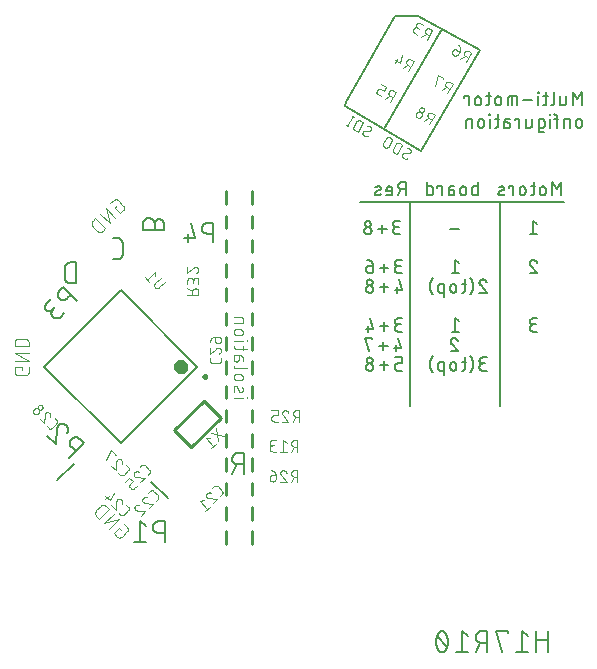
<source format=gbr>
G04 EAGLE Gerber RS-274X export*
G75*
%MOMM*%
%FSLAX34Y34*%
%LPD*%
%INSilkscreen Bottom*%
%IPPOS*%
%AMOC8*
5,1,8,0,0,1.08239X$1,22.5*%
G01*
%ADD10C,0.152400*%
%ADD11C,0.101600*%
%ADD12C,0.254000*%
%ADD13C,0.127000*%
%ADD14C,0.076200*%
%ADD15C,0.150000*%
%ADD16C,0.600000*%
%ADD17C,0.250000*%


D10*
X-383032Y116067D02*
X-383032Y121006D01*
X-383034Y121146D01*
X-383040Y121285D01*
X-383050Y121425D01*
X-383064Y121564D01*
X-383081Y121703D01*
X-383103Y121841D01*
X-383129Y121978D01*
X-383158Y122115D01*
X-383191Y122251D01*
X-383228Y122385D01*
X-383269Y122519D01*
X-383314Y122651D01*
X-383363Y122783D01*
X-383415Y122912D01*
X-383470Y123040D01*
X-383530Y123167D01*
X-383593Y123292D01*
X-383659Y123415D01*
X-383729Y123536D01*
X-383802Y123655D01*
X-383879Y123772D01*
X-383959Y123886D01*
X-384042Y123999D01*
X-384128Y124109D01*
X-384218Y124216D01*
X-384310Y124321D01*
X-384405Y124423D01*
X-384503Y124523D01*
X-384604Y124620D01*
X-384708Y124714D01*
X-384814Y124804D01*
X-384923Y124892D01*
X-385034Y124977D01*
X-385148Y125058D01*
X-385263Y125137D01*
X-385381Y125212D01*
X-385502Y125283D01*
X-385624Y125351D01*
X-385747Y125416D01*
X-385873Y125477D01*
X-386001Y125535D01*
X-386129Y125589D01*
X-386260Y125639D01*
X-386392Y125686D01*
X-386525Y125729D01*
X-386659Y125768D01*
X-386794Y125803D01*
X-386930Y125834D01*
X-387068Y125862D01*
X-387205Y125885D01*
X-387344Y125905D01*
X-387483Y125921D01*
X-387622Y125933D01*
X-387761Y125941D01*
X-387901Y125945D01*
X-388041Y125945D01*
X-388181Y125941D01*
X-388320Y125933D01*
X-388459Y125921D01*
X-388598Y125905D01*
X-388737Y125885D01*
X-388874Y125862D01*
X-389012Y125834D01*
X-389148Y125803D01*
X-389283Y125768D01*
X-389417Y125729D01*
X-389550Y125686D01*
X-389682Y125639D01*
X-389813Y125589D01*
X-389941Y125535D01*
X-390069Y125477D01*
X-390195Y125416D01*
X-390318Y125351D01*
X-390441Y125283D01*
X-390561Y125212D01*
X-390679Y125137D01*
X-390794Y125058D01*
X-390908Y124977D01*
X-391019Y124892D01*
X-391128Y124804D01*
X-391234Y124714D01*
X-391338Y124620D01*
X-391439Y124523D01*
X-391537Y124423D01*
X-391632Y124321D01*
X-391724Y124216D01*
X-391814Y124109D01*
X-391900Y123999D01*
X-391983Y123886D01*
X-392063Y123772D01*
X-392140Y123655D01*
X-392213Y123536D01*
X-392283Y123415D01*
X-392349Y123292D01*
X-392412Y123167D01*
X-392472Y123040D01*
X-392527Y122912D01*
X-392579Y122783D01*
X-392628Y122651D01*
X-392673Y122519D01*
X-392714Y122385D01*
X-392751Y122251D01*
X-392784Y122115D01*
X-392813Y121978D01*
X-392839Y121841D01*
X-392861Y121703D01*
X-392878Y121564D01*
X-392892Y121425D01*
X-392902Y121285D01*
X-392908Y121146D01*
X-392910Y121006D01*
X-392910Y116067D01*
X-375130Y116067D01*
X-375130Y121006D01*
X-375132Y121130D01*
X-375138Y121254D01*
X-375148Y121378D01*
X-375161Y121501D01*
X-375179Y121624D01*
X-375200Y121746D01*
X-375225Y121868D01*
X-375254Y121989D01*
X-375287Y122108D01*
X-375323Y122227D01*
X-375364Y122344D01*
X-375407Y122460D01*
X-375455Y122575D01*
X-375506Y122688D01*
X-375561Y122800D01*
X-375619Y122909D01*
X-375680Y123017D01*
X-375745Y123123D01*
X-375813Y123227D01*
X-375885Y123328D01*
X-375959Y123428D01*
X-376037Y123524D01*
X-376117Y123619D01*
X-376201Y123711D01*
X-376287Y123800D01*
X-376376Y123886D01*
X-376468Y123970D01*
X-376563Y124050D01*
X-376659Y124128D01*
X-376759Y124202D01*
X-376860Y124274D01*
X-376964Y124342D01*
X-377070Y124407D01*
X-377178Y124468D01*
X-377287Y124526D01*
X-377399Y124581D01*
X-377512Y124632D01*
X-377627Y124680D01*
X-377743Y124723D01*
X-377860Y124764D01*
X-377979Y124800D01*
X-378098Y124833D01*
X-378219Y124862D01*
X-378341Y124887D01*
X-378463Y124908D01*
X-378586Y124926D01*
X-378709Y124939D01*
X-378833Y124949D01*
X-378957Y124955D01*
X-379081Y124957D01*
X-379205Y124955D01*
X-379329Y124949D01*
X-379453Y124939D01*
X-379576Y124926D01*
X-379699Y124908D01*
X-379821Y124887D01*
X-379943Y124862D01*
X-380064Y124833D01*
X-380183Y124800D01*
X-380302Y124764D01*
X-380419Y124723D01*
X-380535Y124680D01*
X-380650Y124632D01*
X-380763Y124581D01*
X-380875Y124526D01*
X-380984Y124468D01*
X-381092Y124407D01*
X-381198Y124342D01*
X-381302Y124274D01*
X-381403Y124202D01*
X-381503Y124128D01*
X-381599Y124050D01*
X-381694Y123970D01*
X-381786Y123886D01*
X-381875Y123800D01*
X-381961Y123711D01*
X-382045Y123619D01*
X-382125Y123524D01*
X-382203Y123428D01*
X-382277Y123328D01*
X-382349Y123227D01*
X-382417Y123123D01*
X-382482Y123017D01*
X-382543Y122909D01*
X-382601Y122800D01*
X-382656Y122688D01*
X-382707Y122575D01*
X-382755Y122460D01*
X-382798Y122344D01*
X-382839Y122227D01*
X-382875Y122108D01*
X-382908Y121989D01*
X-382937Y121868D01*
X-382962Y121746D01*
X-382983Y121624D01*
X-383001Y121501D01*
X-383014Y121378D01*
X-383024Y121254D01*
X-383030Y121130D01*
X-383032Y121006D01*
X-307527Y-72959D02*
X-307527Y-90739D01*
X-307527Y-72959D02*
X-312466Y-72959D01*
X-312606Y-72961D01*
X-312745Y-72967D01*
X-312885Y-72977D01*
X-313024Y-72991D01*
X-313163Y-73008D01*
X-313301Y-73030D01*
X-313438Y-73056D01*
X-313575Y-73085D01*
X-313711Y-73118D01*
X-313845Y-73155D01*
X-313979Y-73196D01*
X-314111Y-73241D01*
X-314243Y-73290D01*
X-314372Y-73342D01*
X-314500Y-73397D01*
X-314627Y-73457D01*
X-314752Y-73520D01*
X-314875Y-73586D01*
X-314996Y-73656D01*
X-315115Y-73729D01*
X-315232Y-73806D01*
X-315346Y-73886D01*
X-315459Y-73969D01*
X-315569Y-74055D01*
X-315676Y-74145D01*
X-315781Y-74237D01*
X-315883Y-74332D01*
X-315983Y-74430D01*
X-316080Y-74531D01*
X-316174Y-74635D01*
X-316264Y-74741D01*
X-316352Y-74850D01*
X-316437Y-74961D01*
X-316518Y-75075D01*
X-316597Y-75190D01*
X-316672Y-75308D01*
X-316743Y-75429D01*
X-316811Y-75551D01*
X-316876Y-75674D01*
X-316937Y-75800D01*
X-316995Y-75928D01*
X-317049Y-76056D01*
X-317099Y-76187D01*
X-317146Y-76319D01*
X-317189Y-76452D01*
X-317228Y-76586D01*
X-317263Y-76721D01*
X-317294Y-76857D01*
X-317322Y-76995D01*
X-317345Y-77132D01*
X-317365Y-77271D01*
X-317381Y-77410D01*
X-317393Y-77549D01*
X-317401Y-77688D01*
X-317405Y-77828D01*
X-317405Y-77968D01*
X-317401Y-78108D01*
X-317393Y-78247D01*
X-317381Y-78386D01*
X-317365Y-78525D01*
X-317345Y-78664D01*
X-317322Y-78801D01*
X-317294Y-78939D01*
X-317263Y-79075D01*
X-317228Y-79210D01*
X-317189Y-79344D01*
X-317146Y-79477D01*
X-317099Y-79609D01*
X-317049Y-79740D01*
X-316995Y-79868D01*
X-316937Y-79996D01*
X-316876Y-80122D01*
X-316811Y-80245D01*
X-316743Y-80368D01*
X-316672Y-80488D01*
X-316597Y-80606D01*
X-316518Y-80721D01*
X-316437Y-80835D01*
X-316352Y-80946D01*
X-316264Y-81055D01*
X-316174Y-81161D01*
X-316080Y-81265D01*
X-315983Y-81366D01*
X-315883Y-81464D01*
X-315781Y-81559D01*
X-315676Y-81651D01*
X-315569Y-81741D01*
X-315459Y-81827D01*
X-315346Y-81910D01*
X-315232Y-81990D01*
X-315115Y-82067D01*
X-314996Y-82140D01*
X-314875Y-82210D01*
X-314752Y-82276D01*
X-314627Y-82339D01*
X-314500Y-82399D01*
X-314372Y-82454D01*
X-314243Y-82506D01*
X-314111Y-82555D01*
X-313979Y-82600D01*
X-313845Y-82641D01*
X-313711Y-82678D01*
X-313575Y-82711D01*
X-313438Y-82740D01*
X-313301Y-82766D01*
X-313163Y-82788D01*
X-313024Y-82805D01*
X-312885Y-82819D01*
X-312745Y-82829D01*
X-312606Y-82835D01*
X-312466Y-82837D01*
X-307527Y-82837D01*
X-313454Y-82837D02*
X-317405Y-90739D01*
X-449235Y70504D02*
X-449235Y88284D01*
X-454173Y88284D01*
X-454312Y88282D01*
X-454450Y88276D01*
X-454588Y88267D01*
X-454726Y88253D01*
X-454863Y88236D01*
X-455000Y88214D01*
X-455137Y88189D01*
X-455272Y88160D01*
X-455407Y88127D01*
X-455540Y88091D01*
X-455673Y88051D01*
X-455804Y88007D01*
X-455934Y87959D01*
X-456063Y87908D01*
X-456190Y87853D01*
X-456316Y87795D01*
X-456440Y87733D01*
X-456562Y87668D01*
X-456682Y87599D01*
X-456801Y87527D01*
X-456917Y87452D01*
X-457031Y87373D01*
X-457143Y87291D01*
X-457252Y87206D01*
X-457360Y87119D01*
X-457464Y87028D01*
X-457566Y86934D01*
X-457665Y86837D01*
X-457762Y86738D01*
X-457856Y86636D01*
X-457947Y86532D01*
X-458034Y86424D01*
X-458119Y86315D01*
X-458201Y86203D01*
X-458280Y86089D01*
X-458355Y85973D01*
X-458427Y85854D01*
X-458496Y85734D01*
X-458561Y85612D01*
X-458623Y85488D01*
X-458681Y85362D01*
X-458736Y85235D01*
X-458787Y85106D01*
X-458835Y84976D01*
X-458879Y84845D01*
X-458919Y84712D01*
X-458955Y84579D01*
X-458988Y84444D01*
X-459017Y84309D01*
X-459042Y84172D01*
X-459064Y84035D01*
X-459081Y83898D01*
X-459095Y83760D01*
X-459104Y83622D01*
X-459110Y83484D01*
X-459112Y83345D01*
X-459112Y75443D01*
X-459110Y75304D01*
X-459104Y75166D01*
X-459095Y75028D01*
X-459081Y74890D01*
X-459064Y74753D01*
X-459042Y74616D01*
X-459017Y74479D01*
X-458988Y74344D01*
X-458955Y74209D01*
X-458919Y74076D01*
X-458879Y73943D01*
X-458835Y73812D01*
X-458787Y73682D01*
X-458736Y73553D01*
X-458681Y73426D01*
X-458623Y73300D01*
X-458561Y73176D01*
X-458496Y73054D01*
X-458427Y72934D01*
X-458355Y72815D01*
X-458280Y72699D01*
X-458201Y72585D01*
X-458119Y72473D01*
X-458034Y72364D01*
X-457947Y72256D01*
X-457856Y72152D01*
X-457762Y72050D01*
X-457665Y71951D01*
X-457566Y71854D01*
X-457464Y71760D01*
X-457360Y71669D01*
X-457252Y71582D01*
X-457143Y71497D01*
X-457031Y71415D01*
X-456917Y71336D01*
X-456801Y71261D01*
X-456682Y71189D01*
X-456562Y71120D01*
X-456440Y71055D01*
X-456316Y70993D01*
X-456190Y70935D01*
X-456063Y70880D01*
X-455934Y70829D01*
X-455804Y70781D01*
X-455673Y70737D01*
X-455540Y70697D01*
X-455407Y70661D01*
X-455272Y70628D01*
X-455137Y70599D01*
X-455000Y70574D01*
X-454863Y70552D01*
X-454726Y70535D01*
X-454588Y70521D01*
X-454450Y70512D01*
X-454312Y70506D01*
X-454173Y70504D01*
X-449235Y70504D01*
X-418140Y91261D02*
X-414189Y91261D01*
X-414065Y91263D01*
X-413941Y91269D01*
X-413817Y91279D01*
X-413694Y91292D01*
X-413571Y91310D01*
X-413449Y91331D01*
X-413327Y91356D01*
X-413206Y91385D01*
X-413087Y91418D01*
X-412968Y91454D01*
X-412851Y91495D01*
X-412735Y91538D01*
X-412620Y91586D01*
X-412507Y91637D01*
X-412395Y91692D01*
X-412286Y91750D01*
X-412178Y91811D01*
X-412072Y91876D01*
X-411968Y91944D01*
X-411867Y92016D01*
X-411767Y92090D01*
X-411671Y92168D01*
X-411576Y92248D01*
X-411484Y92332D01*
X-411395Y92418D01*
X-411309Y92507D01*
X-411225Y92599D01*
X-411145Y92694D01*
X-411067Y92790D01*
X-410993Y92890D01*
X-410921Y92991D01*
X-410853Y93095D01*
X-410788Y93201D01*
X-410727Y93309D01*
X-410669Y93418D01*
X-410614Y93530D01*
X-410563Y93643D01*
X-410515Y93758D01*
X-410472Y93874D01*
X-410431Y93991D01*
X-410395Y94110D01*
X-410362Y94229D01*
X-410333Y94350D01*
X-410308Y94472D01*
X-410287Y94594D01*
X-410269Y94717D01*
X-410256Y94840D01*
X-410246Y94964D01*
X-410240Y95088D01*
X-410238Y95212D01*
X-410238Y105090D01*
X-410240Y105214D01*
X-410246Y105338D01*
X-410256Y105462D01*
X-410269Y105585D01*
X-410287Y105708D01*
X-410308Y105830D01*
X-410333Y105952D01*
X-410362Y106073D01*
X-410395Y106192D01*
X-410431Y106311D01*
X-410472Y106428D01*
X-410515Y106544D01*
X-410563Y106659D01*
X-410614Y106772D01*
X-410669Y106884D01*
X-410727Y106993D01*
X-410788Y107101D01*
X-410853Y107207D01*
X-410921Y107311D01*
X-410993Y107412D01*
X-411067Y107512D01*
X-411145Y107608D01*
X-411225Y107703D01*
X-411309Y107795D01*
X-411395Y107884D01*
X-411484Y107970D01*
X-411576Y108054D01*
X-411671Y108134D01*
X-411767Y108212D01*
X-411867Y108286D01*
X-411968Y108358D01*
X-412072Y108426D01*
X-412178Y108491D01*
X-412286Y108552D01*
X-412395Y108610D01*
X-412507Y108665D01*
X-412620Y108716D01*
X-412735Y108764D01*
X-412851Y108807D01*
X-412968Y108848D01*
X-413087Y108884D01*
X-413206Y108917D01*
X-413327Y108946D01*
X-413449Y108971D01*
X-413571Y108992D01*
X-413694Y109010D01*
X-413817Y109023D01*
X-413941Y109033D01*
X-414065Y109039D01*
X-414189Y109041D01*
X-418140Y109041D01*
D11*
X-412865Y-136673D02*
X-411488Y-138050D01*
X-412865Y-136673D02*
X-417455Y-141263D01*
X-414701Y-144017D01*
X-414629Y-144086D01*
X-414555Y-144152D01*
X-414478Y-144215D01*
X-414399Y-144275D01*
X-414318Y-144333D01*
X-414234Y-144387D01*
X-414149Y-144437D01*
X-414061Y-144485D01*
X-413972Y-144529D01*
X-413881Y-144570D01*
X-413789Y-144607D01*
X-413696Y-144641D01*
X-413601Y-144671D01*
X-413505Y-144697D01*
X-413408Y-144720D01*
X-413310Y-144739D01*
X-413212Y-144754D01*
X-413113Y-144765D01*
X-413014Y-144773D01*
X-412915Y-144777D01*
X-412815Y-144777D01*
X-412716Y-144773D01*
X-412617Y-144765D01*
X-412518Y-144754D01*
X-412420Y-144739D01*
X-412322Y-144720D01*
X-412225Y-144697D01*
X-412129Y-144671D01*
X-412034Y-144641D01*
X-411941Y-144607D01*
X-411849Y-144570D01*
X-411758Y-144529D01*
X-411669Y-144485D01*
X-411581Y-144437D01*
X-411496Y-144387D01*
X-411412Y-144333D01*
X-411331Y-144275D01*
X-411252Y-144215D01*
X-411175Y-144152D01*
X-411101Y-144086D01*
X-411029Y-144017D01*
X-406439Y-139427D01*
X-406370Y-139356D01*
X-406303Y-139281D01*
X-406240Y-139205D01*
X-406180Y-139126D01*
X-406123Y-139044D01*
X-406069Y-138961D01*
X-406018Y-138875D01*
X-405970Y-138788D01*
X-405926Y-138699D01*
X-405885Y-138608D01*
X-405848Y-138516D01*
X-405814Y-138422D01*
X-405784Y-138327D01*
X-405758Y-138231D01*
X-405735Y-138134D01*
X-405717Y-138037D01*
X-405701Y-137938D01*
X-405690Y-137839D01*
X-405682Y-137740D01*
X-405678Y-137641D01*
X-405678Y-137541D01*
X-405682Y-137442D01*
X-405690Y-137343D01*
X-405701Y-137244D01*
X-405716Y-137146D01*
X-405735Y-137048D01*
X-405758Y-136951D01*
X-405784Y-136855D01*
X-405814Y-136760D01*
X-405848Y-136667D01*
X-405885Y-136574D01*
X-405926Y-136483D01*
X-405970Y-136394D01*
X-406018Y-136307D01*
X-406068Y-136221D01*
X-406123Y-136138D01*
X-406180Y-136057D01*
X-406240Y-135977D01*
X-406303Y-135901D01*
X-406370Y-135826D01*
X-406439Y-135755D01*
X-409193Y-133001D01*
X-413224Y-128970D02*
X-421486Y-137232D01*
X-426076Y-132642D02*
X-413224Y-128970D01*
X-417814Y-124380D02*
X-426076Y-132642D01*
X-430107Y-128611D02*
X-421845Y-120349D01*
X-424140Y-118054D01*
X-424221Y-117975D01*
X-424305Y-117899D01*
X-424392Y-117826D01*
X-424482Y-117757D01*
X-424573Y-117690D01*
X-424667Y-117627D01*
X-424763Y-117567D01*
X-424861Y-117510D01*
X-424961Y-117457D01*
X-425063Y-117407D01*
X-425167Y-117361D01*
X-425272Y-117319D01*
X-425378Y-117280D01*
X-425486Y-117245D01*
X-425595Y-117214D01*
X-425705Y-117186D01*
X-425816Y-117163D01*
X-425927Y-117143D01*
X-426039Y-117127D01*
X-426152Y-117115D01*
X-426265Y-117107D01*
X-426378Y-117103D01*
X-426492Y-117103D01*
X-426605Y-117107D01*
X-426718Y-117115D01*
X-426831Y-117127D01*
X-426943Y-117143D01*
X-427054Y-117163D01*
X-427165Y-117186D01*
X-427275Y-117214D01*
X-427384Y-117245D01*
X-427492Y-117280D01*
X-427598Y-117319D01*
X-427703Y-117361D01*
X-427807Y-117407D01*
X-427909Y-117457D01*
X-428009Y-117510D01*
X-428107Y-117567D01*
X-428203Y-117627D01*
X-428297Y-117690D01*
X-428389Y-117757D01*
X-428478Y-117826D01*
X-428565Y-117899D01*
X-428649Y-117975D01*
X-428730Y-118054D01*
X-432402Y-121726D01*
X-432481Y-121807D01*
X-432557Y-121891D01*
X-432630Y-121978D01*
X-432699Y-122068D01*
X-432766Y-122159D01*
X-432829Y-122253D01*
X-432889Y-122349D01*
X-432946Y-122447D01*
X-432999Y-122547D01*
X-433049Y-122649D01*
X-433095Y-122753D01*
X-433137Y-122858D01*
X-433176Y-122964D01*
X-433211Y-123072D01*
X-433242Y-123181D01*
X-433270Y-123291D01*
X-433293Y-123402D01*
X-433313Y-123513D01*
X-433329Y-123625D01*
X-433341Y-123738D01*
X-433349Y-123851D01*
X-433353Y-123964D01*
X-433353Y-124078D01*
X-433349Y-124191D01*
X-433341Y-124304D01*
X-433329Y-124417D01*
X-433313Y-124529D01*
X-433293Y-124640D01*
X-433270Y-124751D01*
X-433242Y-124861D01*
X-433211Y-124970D01*
X-433176Y-125078D01*
X-433137Y-125184D01*
X-433095Y-125289D01*
X-433049Y-125393D01*
X-432999Y-125495D01*
X-432946Y-125595D01*
X-432889Y-125693D01*
X-432829Y-125789D01*
X-432766Y-125883D01*
X-432699Y-125975D01*
X-432630Y-126064D01*
X-432557Y-126151D01*
X-432481Y-126235D01*
X-432402Y-126316D01*
X-430107Y-128611D01*
D10*
X-49972Y-223949D02*
X-49972Y-241729D01*
X-49972Y-231852D02*
X-59850Y-231852D01*
X-59850Y-223949D02*
X-59850Y-241729D01*
X-67281Y-227900D02*
X-72220Y-223949D01*
X-72220Y-241729D01*
X-67281Y-241729D02*
X-77159Y-241729D01*
X-84031Y-225925D02*
X-84031Y-223949D01*
X-93909Y-223949D01*
X-88970Y-241729D01*
X-101426Y-241729D02*
X-101426Y-223949D01*
X-106365Y-223949D01*
X-106505Y-223951D01*
X-106644Y-223957D01*
X-106784Y-223967D01*
X-106923Y-223981D01*
X-107062Y-223998D01*
X-107200Y-224020D01*
X-107337Y-224046D01*
X-107474Y-224075D01*
X-107610Y-224108D01*
X-107744Y-224145D01*
X-107878Y-224186D01*
X-108010Y-224231D01*
X-108142Y-224280D01*
X-108271Y-224332D01*
X-108399Y-224387D01*
X-108526Y-224447D01*
X-108651Y-224510D01*
X-108774Y-224576D01*
X-108895Y-224646D01*
X-109014Y-224719D01*
X-109131Y-224796D01*
X-109245Y-224876D01*
X-109358Y-224959D01*
X-109468Y-225045D01*
X-109575Y-225135D01*
X-109680Y-225227D01*
X-109782Y-225322D01*
X-109882Y-225420D01*
X-109979Y-225521D01*
X-110073Y-225625D01*
X-110163Y-225731D01*
X-110251Y-225840D01*
X-110336Y-225951D01*
X-110417Y-226065D01*
X-110496Y-226180D01*
X-110571Y-226298D01*
X-110642Y-226419D01*
X-110710Y-226541D01*
X-110775Y-226664D01*
X-110836Y-226790D01*
X-110894Y-226918D01*
X-110948Y-227046D01*
X-110998Y-227177D01*
X-111045Y-227309D01*
X-111088Y-227442D01*
X-111127Y-227576D01*
X-111162Y-227711D01*
X-111193Y-227847D01*
X-111221Y-227985D01*
X-111244Y-228122D01*
X-111264Y-228261D01*
X-111280Y-228400D01*
X-111292Y-228539D01*
X-111300Y-228678D01*
X-111304Y-228818D01*
X-111304Y-228958D01*
X-111300Y-229098D01*
X-111292Y-229237D01*
X-111280Y-229376D01*
X-111264Y-229515D01*
X-111244Y-229654D01*
X-111221Y-229791D01*
X-111193Y-229929D01*
X-111162Y-230065D01*
X-111127Y-230200D01*
X-111088Y-230334D01*
X-111045Y-230467D01*
X-110998Y-230599D01*
X-110948Y-230730D01*
X-110894Y-230858D01*
X-110836Y-230986D01*
X-110775Y-231112D01*
X-110710Y-231235D01*
X-110642Y-231358D01*
X-110571Y-231478D01*
X-110496Y-231596D01*
X-110417Y-231711D01*
X-110336Y-231825D01*
X-110251Y-231936D01*
X-110163Y-232045D01*
X-110073Y-232151D01*
X-109979Y-232255D01*
X-109882Y-232356D01*
X-109782Y-232454D01*
X-109680Y-232549D01*
X-109575Y-232641D01*
X-109468Y-232731D01*
X-109358Y-232817D01*
X-109245Y-232900D01*
X-109131Y-232980D01*
X-109014Y-233057D01*
X-108895Y-233130D01*
X-108774Y-233200D01*
X-108651Y-233266D01*
X-108526Y-233329D01*
X-108399Y-233389D01*
X-108271Y-233444D01*
X-108142Y-233496D01*
X-108010Y-233545D01*
X-107878Y-233590D01*
X-107744Y-233631D01*
X-107610Y-233668D01*
X-107474Y-233701D01*
X-107337Y-233730D01*
X-107200Y-233756D01*
X-107062Y-233778D01*
X-106923Y-233795D01*
X-106784Y-233809D01*
X-106644Y-233819D01*
X-106505Y-233825D01*
X-106365Y-233827D01*
X-101426Y-233827D01*
X-107352Y-233827D02*
X-111303Y-241729D01*
X-118091Y-227900D02*
X-123030Y-223949D01*
X-123030Y-241729D01*
X-127968Y-241729D02*
X-118091Y-241729D01*
X-134841Y-232839D02*
X-134845Y-232489D01*
X-134858Y-232140D01*
X-134879Y-231791D01*
X-134908Y-231442D01*
X-134945Y-231094D01*
X-134991Y-230747D01*
X-135045Y-230402D01*
X-135107Y-230058D01*
X-135178Y-229715D01*
X-135257Y-229374D01*
X-135343Y-229035D01*
X-135438Y-228699D01*
X-135541Y-228364D01*
X-135652Y-228033D01*
X-135770Y-227704D01*
X-135897Y-227377D01*
X-136031Y-227054D01*
X-136173Y-226735D01*
X-136323Y-226418D01*
X-136323Y-226419D02*
X-136363Y-226306D01*
X-136407Y-226196D01*
X-136455Y-226086D01*
X-136506Y-225979D01*
X-136561Y-225873D01*
X-136619Y-225768D01*
X-136681Y-225666D01*
X-136746Y-225566D01*
X-136814Y-225468D01*
X-136885Y-225372D01*
X-136960Y-225279D01*
X-137037Y-225188D01*
X-137117Y-225100D01*
X-137200Y-225015D01*
X-137286Y-224932D01*
X-137375Y-224852D01*
X-137466Y-224775D01*
X-137560Y-224701D01*
X-137656Y-224630D01*
X-137754Y-224562D01*
X-137854Y-224498D01*
X-137957Y-224436D01*
X-138061Y-224379D01*
X-138167Y-224324D01*
X-138275Y-224273D01*
X-138385Y-224226D01*
X-138496Y-224182D01*
X-138608Y-224142D01*
X-138722Y-224106D01*
X-138836Y-224073D01*
X-138952Y-224044D01*
X-139069Y-224019D01*
X-139186Y-223998D01*
X-139304Y-223980D01*
X-139423Y-223967D01*
X-139542Y-223957D01*
X-139661Y-223951D01*
X-139780Y-223949D01*
X-139899Y-223951D01*
X-140018Y-223957D01*
X-140137Y-223967D01*
X-140256Y-223980D01*
X-140374Y-223998D01*
X-140491Y-224019D01*
X-140608Y-224044D01*
X-140724Y-224073D01*
X-140838Y-224106D01*
X-140952Y-224142D01*
X-141064Y-224182D01*
X-141175Y-224226D01*
X-141285Y-224273D01*
X-141393Y-224324D01*
X-141499Y-224379D01*
X-141603Y-224436D01*
X-141706Y-224498D01*
X-141806Y-224562D01*
X-141904Y-224630D01*
X-142000Y-224701D01*
X-142094Y-224775D01*
X-142185Y-224852D01*
X-142274Y-224932D01*
X-142360Y-225015D01*
X-142443Y-225100D01*
X-142523Y-225188D01*
X-142600Y-225279D01*
X-142675Y-225373D01*
X-142746Y-225468D01*
X-142814Y-225566D01*
X-142879Y-225666D01*
X-142941Y-225768D01*
X-142999Y-225873D01*
X-143054Y-225979D01*
X-143105Y-226086D01*
X-143153Y-226196D01*
X-143197Y-226306D01*
X-143237Y-226419D01*
X-143387Y-226735D01*
X-143529Y-227054D01*
X-143663Y-227377D01*
X-143790Y-227704D01*
X-143908Y-228033D01*
X-144019Y-228364D01*
X-144122Y-228699D01*
X-144217Y-229035D01*
X-144303Y-229374D01*
X-144382Y-229715D01*
X-144453Y-230058D01*
X-144515Y-230402D01*
X-144569Y-230747D01*
X-144615Y-231094D01*
X-144652Y-231442D01*
X-144681Y-231791D01*
X-144702Y-232140D01*
X-144715Y-232489D01*
X-144719Y-232839D01*
X-134841Y-232839D02*
X-134845Y-233189D01*
X-134858Y-233538D01*
X-134879Y-233887D01*
X-134908Y-234236D01*
X-134945Y-234584D01*
X-134991Y-234931D01*
X-135045Y-235276D01*
X-135107Y-235620D01*
X-135178Y-235963D01*
X-135257Y-236304D01*
X-135343Y-236643D01*
X-135438Y-236979D01*
X-135541Y-237314D01*
X-135652Y-237645D01*
X-135770Y-237974D01*
X-135897Y-238301D01*
X-136031Y-238624D01*
X-136173Y-238943D01*
X-136323Y-239259D01*
X-136363Y-239372D01*
X-136407Y-239482D01*
X-136455Y-239592D01*
X-136506Y-239700D01*
X-136561Y-239806D01*
X-136619Y-239910D01*
X-136681Y-240012D01*
X-136746Y-240112D01*
X-136814Y-240210D01*
X-136885Y-240306D01*
X-136960Y-240399D01*
X-137037Y-240490D01*
X-137117Y-240578D01*
X-137201Y-240663D01*
X-137286Y-240746D01*
X-137375Y-240826D01*
X-137466Y-240903D01*
X-137560Y-240977D01*
X-137656Y-241048D01*
X-137754Y-241116D01*
X-137854Y-241180D01*
X-137957Y-241242D01*
X-138061Y-241300D01*
X-138167Y-241354D01*
X-138275Y-241405D01*
X-138385Y-241452D01*
X-138496Y-241496D01*
X-138608Y-241536D01*
X-138722Y-241572D01*
X-138836Y-241605D01*
X-138952Y-241634D01*
X-139069Y-241659D01*
X-139186Y-241680D01*
X-139304Y-241698D01*
X-139423Y-241711D01*
X-139542Y-241721D01*
X-139661Y-241727D01*
X-139780Y-241729D01*
X-143237Y-239259D02*
X-143387Y-238943D01*
X-143529Y-238624D01*
X-143663Y-238301D01*
X-143790Y-237974D01*
X-143908Y-237645D01*
X-144019Y-237314D01*
X-144122Y-236979D01*
X-144217Y-236643D01*
X-144303Y-236304D01*
X-144382Y-235963D01*
X-144453Y-235620D01*
X-144515Y-235276D01*
X-144569Y-234931D01*
X-144615Y-234584D01*
X-144652Y-234236D01*
X-144681Y-233887D01*
X-144702Y-233538D01*
X-144715Y-233189D01*
X-144719Y-232839D01*
X-143237Y-239260D02*
X-143197Y-239373D01*
X-143153Y-239483D01*
X-143105Y-239593D01*
X-143054Y-239700D01*
X-142999Y-239806D01*
X-142941Y-239911D01*
X-142879Y-240013D01*
X-142814Y-240113D01*
X-142746Y-240211D01*
X-142675Y-240307D01*
X-142600Y-240400D01*
X-142523Y-240491D01*
X-142443Y-240579D01*
X-142360Y-240664D01*
X-142274Y-240747D01*
X-142185Y-240827D01*
X-142094Y-240904D01*
X-142000Y-240978D01*
X-141904Y-241049D01*
X-141806Y-241117D01*
X-141706Y-241181D01*
X-141603Y-241243D01*
X-141499Y-241300D01*
X-141393Y-241355D01*
X-141285Y-241406D01*
X-141175Y-241453D01*
X-141064Y-241497D01*
X-140952Y-241537D01*
X-140838Y-241573D01*
X-140724Y-241606D01*
X-140608Y-241635D01*
X-140491Y-241660D01*
X-140374Y-241681D01*
X-140256Y-241699D01*
X-140137Y-241712D01*
X-140018Y-241722D01*
X-139899Y-241728D01*
X-139780Y-241730D01*
X-135829Y-237778D02*
X-143731Y-227900D01*
D11*
X-494946Y-2673D02*
X-494946Y-725D01*
X-501437Y-725D01*
X-501437Y-4620D01*
X-501435Y-4719D01*
X-501429Y-4819D01*
X-501420Y-4918D01*
X-501407Y-5016D01*
X-501390Y-5114D01*
X-501369Y-5212D01*
X-501344Y-5308D01*
X-501316Y-5403D01*
X-501284Y-5497D01*
X-501249Y-5590D01*
X-501210Y-5682D01*
X-501167Y-5772D01*
X-501122Y-5860D01*
X-501072Y-5947D01*
X-501020Y-6031D01*
X-500964Y-6114D01*
X-500906Y-6194D01*
X-500844Y-6272D01*
X-500779Y-6347D01*
X-500711Y-6420D01*
X-500641Y-6490D01*
X-500568Y-6558D01*
X-500493Y-6623D01*
X-500415Y-6685D01*
X-500335Y-6743D01*
X-500252Y-6799D01*
X-500168Y-6851D01*
X-500081Y-6901D01*
X-499993Y-6946D01*
X-499903Y-6989D01*
X-499811Y-7028D01*
X-499718Y-7063D01*
X-499624Y-7095D01*
X-499529Y-7123D01*
X-499433Y-7148D01*
X-499335Y-7169D01*
X-499237Y-7186D01*
X-499139Y-7199D01*
X-499040Y-7208D01*
X-498940Y-7214D01*
X-498841Y-7216D01*
X-492349Y-7216D01*
X-492349Y-7217D02*
X-492250Y-7215D01*
X-492150Y-7209D01*
X-492051Y-7200D01*
X-491953Y-7187D01*
X-491855Y-7169D01*
X-491757Y-7149D01*
X-491661Y-7124D01*
X-491565Y-7096D01*
X-491471Y-7064D01*
X-491378Y-7029D01*
X-491287Y-6990D01*
X-491197Y-6947D01*
X-491108Y-6902D01*
X-491022Y-6852D01*
X-490937Y-6800D01*
X-490855Y-6744D01*
X-490775Y-6685D01*
X-490697Y-6624D01*
X-490621Y-6559D01*
X-490548Y-6491D01*
X-490478Y-6421D01*
X-490410Y-6348D01*
X-490345Y-6272D01*
X-490284Y-6194D01*
X-490225Y-6114D01*
X-490169Y-6032D01*
X-490117Y-5947D01*
X-490068Y-5861D01*
X-490022Y-5772D01*
X-489979Y-5682D01*
X-489940Y-5591D01*
X-489905Y-5498D01*
X-489873Y-5404D01*
X-489845Y-5308D01*
X-489820Y-5212D01*
X-489800Y-5114D01*
X-489782Y-5016D01*
X-489769Y-4918D01*
X-489760Y-4819D01*
X-489754Y-4720D01*
X-489752Y-4620D01*
X-489753Y-4620D02*
X-489753Y-725D01*
X-489753Y4976D02*
X-501437Y4976D01*
X-501437Y11467D02*
X-489753Y4976D01*
X-489753Y11467D02*
X-501437Y11467D01*
X-501437Y17168D02*
X-489753Y17168D01*
X-489753Y20413D01*
X-489755Y20526D01*
X-489761Y20639D01*
X-489771Y20752D01*
X-489785Y20865D01*
X-489802Y20977D01*
X-489824Y21088D01*
X-489849Y21198D01*
X-489879Y21308D01*
X-489912Y21416D01*
X-489949Y21523D01*
X-489989Y21629D01*
X-490034Y21733D01*
X-490082Y21836D01*
X-490133Y21937D01*
X-490188Y22036D01*
X-490246Y22133D01*
X-490308Y22228D01*
X-490373Y22321D01*
X-490441Y22411D01*
X-490512Y22499D01*
X-490587Y22585D01*
X-490664Y22668D01*
X-490744Y22748D01*
X-490827Y22825D01*
X-490913Y22900D01*
X-491001Y22971D01*
X-491091Y23039D01*
X-491184Y23104D01*
X-491279Y23166D01*
X-491376Y23224D01*
X-491475Y23279D01*
X-491576Y23330D01*
X-491679Y23378D01*
X-491783Y23423D01*
X-491889Y23463D01*
X-491996Y23500D01*
X-492104Y23533D01*
X-492214Y23563D01*
X-492324Y23588D01*
X-492435Y23610D01*
X-492547Y23627D01*
X-492660Y23641D01*
X-492773Y23651D01*
X-492886Y23657D01*
X-492999Y23659D01*
X-498191Y23659D01*
X-498304Y23657D01*
X-498417Y23651D01*
X-498530Y23641D01*
X-498643Y23627D01*
X-498755Y23610D01*
X-498866Y23588D01*
X-498976Y23563D01*
X-499086Y23533D01*
X-499194Y23500D01*
X-499301Y23463D01*
X-499407Y23423D01*
X-499511Y23378D01*
X-499614Y23330D01*
X-499715Y23279D01*
X-499814Y23224D01*
X-499911Y23166D01*
X-500006Y23104D01*
X-500099Y23039D01*
X-500189Y22971D01*
X-500277Y22900D01*
X-500363Y22825D01*
X-500446Y22748D01*
X-500526Y22668D01*
X-500603Y22585D01*
X-500678Y22499D01*
X-500749Y22411D01*
X-500817Y22321D01*
X-500882Y22228D01*
X-500944Y22133D01*
X-501002Y22036D01*
X-501057Y21937D01*
X-501108Y21836D01*
X-501156Y21733D01*
X-501201Y21629D01*
X-501241Y21523D01*
X-501278Y21416D01*
X-501311Y21308D01*
X-501341Y21198D01*
X-501366Y21088D01*
X-501388Y20977D01*
X-501405Y20865D01*
X-501419Y20752D01*
X-501429Y20639D01*
X-501435Y20526D01*
X-501437Y20413D01*
X-501437Y17168D01*
X-416833Y134498D02*
X-415456Y135875D01*
X-416833Y134498D02*
X-412243Y129908D01*
X-409489Y132662D01*
X-409420Y132734D01*
X-409354Y132808D01*
X-409291Y132885D01*
X-409231Y132964D01*
X-409173Y133045D01*
X-409119Y133129D01*
X-409069Y133214D01*
X-409021Y133302D01*
X-408977Y133391D01*
X-408936Y133482D01*
X-408899Y133574D01*
X-408865Y133667D01*
X-408835Y133762D01*
X-408809Y133858D01*
X-408786Y133955D01*
X-408767Y134053D01*
X-408752Y134151D01*
X-408741Y134250D01*
X-408733Y134349D01*
X-408729Y134448D01*
X-408729Y134548D01*
X-408733Y134647D01*
X-408741Y134746D01*
X-408752Y134845D01*
X-408767Y134943D01*
X-408786Y135041D01*
X-408809Y135138D01*
X-408835Y135234D01*
X-408865Y135329D01*
X-408899Y135422D01*
X-408936Y135514D01*
X-408977Y135605D01*
X-409021Y135694D01*
X-409069Y135782D01*
X-409119Y135867D01*
X-409173Y135951D01*
X-409231Y136032D01*
X-409291Y136111D01*
X-409354Y136188D01*
X-409420Y136262D01*
X-409489Y136334D01*
X-414079Y140924D01*
X-414150Y140993D01*
X-414225Y141060D01*
X-414301Y141123D01*
X-414380Y141183D01*
X-414462Y141240D01*
X-414545Y141294D01*
X-414631Y141345D01*
X-414718Y141393D01*
X-414807Y141437D01*
X-414898Y141478D01*
X-414990Y141515D01*
X-415084Y141549D01*
X-415179Y141579D01*
X-415275Y141605D01*
X-415372Y141628D01*
X-415469Y141646D01*
X-415568Y141662D01*
X-415667Y141673D01*
X-415766Y141681D01*
X-415865Y141685D01*
X-415965Y141685D01*
X-416064Y141681D01*
X-416163Y141673D01*
X-416262Y141662D01*
X-416360Y141647D01*
X-416458Y141628D01*
X-416555Y141605D01*
X-416651Y141579D01*
X-416746Y141549D01*
X-416839Y141515D01*
X-416932Y141478D01*
X-417023Y141437D01*
X-417112Y141393D01*
X-417199Y141345D01*
X-417285Y141295D01*
X-417368Y141240D01*
X-417449Y141183D01*
X-417529Y141123D01*
X-417605Y141060D01*
X-417680Y140993D01*
X-417751Y140924D01*
X-420505Y138170D01*
X-424536Y134139D02*
X-416274Y125877D01*
X-420864Y121287D02*
X-424536Y134139D01*
X-429126Y129549D02*
X-420864Y121287D01*
X-424895Y117256D02*
X-433157Y125518D01*
X-435452Y123223D01*
X-435531Y123142D01*
X-435607Y123058D01*
X-435680Y122971D01*
X-435749Y122881D01*
X-435816Y122790D01*
X-435879Y122696D01*
X-435939Y122600D01*
X-435996Y122502D01*
X-436049Y122402D01*
X-436099Y122300D01*
X-436145Y122196D01*
X-436187Y122091D01*
X-436226Y121985D01*
X-436261Y121877D01*
X-436292Y121768D01*
X-436320Y121658D01*
X-436343Y121547D01*
X-436363Y121436D01*
X-436379Y121324D01*
X-436391Y121211D01*
X-436399Y121098D01*
X-436403Y120985D01*
X-436403Y120871D01*
X-436399Y120758D01*
X-436391Y120645D01*
X-436379Y120532D01*
X-436363Y120420D01*
X-436343Y120309D01*
X-436320Y120198D01*
X-436292Y120088D01*
X-436261Y119979D01*
X-436226Y119871D01*
X-436187Y119765D01*
X-436145Y119660D01*
X-436099Y119556D01*
X-436049Y119454D01*
X-435996Y119354D01*
X-435939Y119256D01*
X-435879Y119160D01*
X-435816Y119066D01*
X-435749Y118975D01*
X-435680Y118885D01*
X-435607Y118798D01*
X-435531Y118714D01*
X-435452Y118633D01*
X-431780Y114961D01*
X-431699Y114882D01*
X-431615Y114806D01*
X-431528Y114733D01*
X-431438Y114664D01*
X-431347Y114597D01*
X-431253Y114534D01*
X-431157Y114474D01*
X-431059Y114417D01*
X-430959Y114364D01*
X-430857Y114314D01*
X-430753Y114268D01*
X-430648Y114226D01*
X-430542Y114187D01*
X-430434Y114152D01*
X-430325Y114121D01*
X-430215Y114093D01*
X-430104Y114070D01*
X-429993Y114050D01*
X-429881Y114034D01*
X-429768Y114022D01*
X-429655Y114014D01*
X-429542Y114010D01*
X-429428Y114010D01*
X-429315Y114014D01*
X-429202Y114022D01*
X-429089Y114034D01*
X-428977Y114050D01*
X-428866Y114070D01*
X-428755Y114093D01*
X-428645Y114121D01*
X-428536Y114152D01*
X-428428Y114187D01*
X-428322Y114226D01*
X-428217Y114268D01*
X-428113Y114314D01*
X-428011Y114364D01*
X-427911Y114417D01*
X-427813Y114474D01*
X-427717Y114534D01*
X-427623Y114597D01*
X-427531Y114664D01*
X-427442Y114733D01*
X-427355Y114806D01*
X-427271Y114882D01*
X-427190Y114961D01*
X-424895Y117256D01*
D10*
X-374631Y-130876D02*
X-374631Y-148656D01*
X-374631Y-130876D02*
X-379570Y-130876D01*
X-379710Y-130878D01*
X-379849Y-130884D01*
X-379989Y-130894D01*
X-380128Y-130908D01*
X-380267Y-130925D01*
X-380405Y-130947D01*
X-380542Y-130973D01*
X-380679Y-131002D01*
X-380815Y-131035D01*
X-380949Y-131072D01*
X-381083Y-131113D01*
X-381215Y-131158D01*
X-381347Y-131207D01*
X-381476Y-131259D01*
X-381604Y-131314D01*
X-381731Y-131374D01*
X-381856Y-131437D01*
X-381979Y-131503D01*
X-382100Y-131573D01*
X-382219Y-131646D01*
X-382336Y-131723D01*
X-382450Y-131803D01*
X-382563Y-131886D01*
X-382673Y-131972D01*
X-382780Y-132062D01*
X-382885Y-132154D01*
X-382987Y-132249D01*
X-383087Y-132347D01*
X-383184Y-132448D01*
X-383278Y-132552D01*
X-383368Y-132658D01*
X-383456Y-132767D01*
X-383541Y-132878D01*
X-383622Y-132992D01*
X-383701Y-133107D01*
X-383776Y-133225D01*
X-383847Y-133346D01*
X-383915Y-133468D01*
X-383980Y-133591D01*
X-384041Y-133717D01*
X-384099Y-133845D01*
X-384153Y-133973D01*
X-384203Y-134104D01*
X-384250Y-134236D01*
X-384293Y-134369D01*
X-384332Y-134503D01*
X-384367Y-134638D01*
X-384398Y-134774D01*
X-384426Y-134912D01*
X-384449Y-135049D01*
X-384469Y-135188D01*
X-384485Y-135327D01*
X-384497Y-135466D01*
X-384505Y-135605D01*
X-384509Y-135745D01*
X-384509Y-135885D01*
X-384505Y-136025D01*
X-384497Y-136164D01*
X-384485Y-136303D01*
X-384469Y-136442D01*
X-384449Y-136581D01*
X-384426Y-136718D01*
X-384398Y-136856D01*
X-384367Y-136992D01*
X-384332Y-137127D01*
X-384293Y-137261D01*
X-384250Y-137394D01*
X-384203Y-137526D01*
X-384153Y-137657D01*
X-384099Y-137785D01*
X-384041Y-137913D01*
X-383980Y-138039D01*
X-383915Y-138162D01*
X-383847Y-138285D01*
X-383776Y-138405D01*
X-383701Y-138523D01*
X-383622Y-138638D01*
X-383541Y-138752D01*
X-383456Y-138863D01*
X-383368Y-138972D01*
X-383278Y-139078D01*
X-383184Y-139182D01*
X-383087Y-139283D01*
X-382987Y-139381D01*
X-382885Y-139476D01*
X-382780Y-139568D01*
X-382673Y-139658D01*
X-382563Y-139744D01*
X-382450Y-139827D01*
X-382336Y-139907D01*
X-382219Y-139984D01*
X-382100Y-140057D01*
X-381979Y-140127D01*
X-381856Y-140193D01*
X-381731Y-140256D01*
X-381604Y-140316D01*
X-381476Y-140371D01*
X-381347Y-140423D01*
X-381215Y-140472D01*
X-381083Y-140517D01*
X-380949Y-140558D01*
X-380815Y-140595D01*
X-380679Y-140628D01*
X-380542Y-140657D01*
X-380405Y-140683D01*
X-380267Y-140705D01*
X-380128Y-140722D01*
X-379989Y-140736D01*
X-379849Y-140746D01*
X-379710Y-140752D01*
X-379570Y-140754D01*
X-374631Y-140754D01*
X-390626Y-134827D02*
X-395565Y-130876D01*
X-395565Y-148656D01*
X-390626Y-148656D02*
X-400504Y-148656D01*
X-449026Y55953D02*
X-460521Y67448D01*
X-463714Y64255D01*
X-463807Y64160D01*
X-463896Y64062D01*
X-463983Y63962D01*
X-464066Y63859D01*
X-464147Y63754D01*
X-464225Y63646D01*
X-464299Y63536D01*
X-464370Y63424D01*
X-464437Y63310D01*
X-464502Y63194D01*
X-464563Y63077D01*
X-464620Y62957D01*
X-464674Y62836D01*
X-464724Y62713D01*
X-464771Y62589D01*
X-464814Y62464D01*
X-464853Y62337D01*
X-464889Y62209D01*
X-464921Y62081D01*
X-464949Y61951D01*
X-464973Y61821D01*
X-464993Y61690D01*
X-465010Y61558D01*
X-465022Y61426D01*
X-465031Y61294D01*
X-465036Y61161D01*
X-465037Y61029D01*
X-465034Y60896D01*
X-465027Y60764D01*
X-465016Y60632D01*
X-465002Y60500D01*
X-464983Y60369D01*
X-464961Y60238D01*
X-464935Y60108D01*
X-464905Y59979D01*
X-464871Y59851D01*
X-464834Y59723D01*
X-464793Y59597D01*
X-464748Y59473D01*
X-464700Y59349D01*
X-464647Y59227D01*
X-464592Y59107D01*
X-464533Y58988D01*
X-464470Y58871D01*
X-464404Y58756D01*
X-464335Y58643D01*
X-464262Y58532D01*
X-464186Y58424D01*
X-464107Y58317D01*
X-464025Y58213D01*
X-463940Y58111D01*
X-463852Y58012D01*
X-463761Y57916D01*
X-463667Y57822D01*
X-463571Y57731D01*
X-463472Y57643D01*
X-463370Y57558D01*
X-463266Y57476D01*
X-463159Y57397D01*
X-463051Y57321D01*
X-462940Y57248D01*
X-462827Y57179D01*
X-462712Y57113D01*
X-462595Y57050D01*
X-462476Y56991D01*
X-462356Y56936D01*
X-462234Y56883D01*
X-462110Y56835D01*
X-461986Y56790D01*
X-461860Y56749D01*
X-461732Y56712D01*
X-461604Y56678D01*
X-461475Y56648D01*
X-461345Y56622D01*
X-461214Y56600D01*
X-461083Y56581D01*
X-460951Y56567D01*
X-460819Y56556D01*
X-460687Y56549D01*
X-460554Y56546D01*
X-460422Y56547D01*
X-460289Y56552D01*
X-460157Y56561D01*
X-460025Y56573D01*
X-459893Y56590D01*
X-459762Y56610D01*
X-459632Y56634D01*
X-459502Y56662D01*
X-459374Y56694D01*
X-459246Y56730D01*
X-459119Y56769D01*
X-458994Y56812D01*
X-458870Y56859D01*
X-458747Y56909D01*
X-458626Y56963D01*
X-458506Y57020D01*
X-458389Y57081D01*
X-458273Y57146D01*
X-458159Y57213D01*
X-458047Y57284D01*
X-457937Y57358D01*
X-457829Y57436D01*
X-457724Y57517D01*
X-457621Y57600D01*
X-457521Y57687D01*
X-457423Y57776D01*
X-457328Y57869D01*
X-454135Y61062D01*
X-459561Y45418D02*
X-462754Y42225D01*
X-462850Y42131D01*
X-462948Y42041D01*
X-463050Y41954D01*
X-463154Y41869D01*
X-463260Y41788D01*
X-463369Y41710D01*
X-463480Y41635D01*
X-463593Y41564D01*
X-463708Y41496D01*
X-463826Y41431D01*
X-463945Y41370D01*
X-464065Y41313D01*
X-464188Y41259D01*
X-464312Y41208D01*
X-464437Y41162D01*
X-464564Y41119D01*
X-464692Y41080D01*
X-464821Y41045D01*
X-464951Y41013D01*
X-465082Y40986D01*
X-465214Y40962D01*
X-465346Y40942D01*
X-465479Y40926D01*
X-465613Y40914D01*
X-465746Y40906D01*
X-465880Y40902D01*
X-466014Y40902D01*
X-466148Y40906D01*
X-466281Y40914D01*
X-466415Y40926D01*
X-466548Y40942D01*
X-466680Y40962D01*
X-466812Y40986D01*
X-466943Y41013D01*
X-467073Y41045D01*
X-467202Y41080D01*
X-467330Y41119D01*
X-467457Y41162D01*
X-467582Y41208D01*
X-467706Y41259D01*
X-467829Y41313D01*
X-467949Y41370D01*
X-468068Y41431D01*
X-468186Y41496D01*
X-468301Y41564D01*
X-468414Y41635D01*
X-468525Y41710D01*
X-468634Y41788D01*
X-468740Y41869D01*
X-468844Y41954D01*
X-468946Y42041D01*
X-469044Y42131D01*
X-469140Y42225D01*
X-469234Y42321D01*
X-469324Y42419D01*
X-469411Y42521D01*
X-469496Y42625D01*
X-469577Y42731D01*
X-469655Y42840D01*
X-469730Y42951D01*
X-469801Y43064D01*
X-469869Y43179D01*
X-469934Y43297D01*
X-469995Y43416D01*
X-470052Y43536D01*
X-470106Y43659D01*
X-470157Y43783D01*
X-470203Y43908D01*
X-470246Y44035D01*
X-470285Y44163D01*
X-470320Y44292D01*
X-470352Y44422D01*
X-470379Y44553D01*
X-470403Y44685D01*
X-470423Y44817D01*
X-470439Y44950D01*
X-470451Y45084D01*
X-470459Y45217D01*
X-470463Y45351D01*
X-470463Y45485D01*
X-470459Y45619D01*
X-470451Y45752D01*
X-470439Y45886D01*
X-470423Y46018D01*
X-470403Y46151D01*
X-470379Y46283D01*
X-470352Y46414D01*
X-470320Y46544D01*
X-470285Y46673D01*
X-470246Y46801D01*
X-470203Y46928D01*
X-470157Y47053D01*
X-470106Y47177D01*
X-470052Y47300D01*
X-469995Y47420D01*
X-469934Y47539D01*
X-469869Y47657D01*
X-469801Y47772D01*
X-469730Y47885D01*
X-469655Y47996D01*
X-469577Y48105D01*
X-469496Y48211D01*
X-469411Y48315D01*
X-469324Y48416D01*
X-469234Y48515D01*
X-469140Y48611D01*
X-474887Y53081D02*
X-471056Y56913D01*
X-474887Y53081D02*
X-474970Y52995D01*
X-475050Y52907D01*
X-475127Y52816D01*
X-475202Y52722D01*
X-475273Y52626D01*
X-475340Y52528D01*
X-475405Y52427D01*
X-475466Y52324D01*
X-475524Y52220D01*
X-475578Y52113D01*
X-475629Y52005D01*
X-475676Y51895D01*
X-475719Y51784D01*
X-475759Y51672D01*
X-475795Y51558D01*
X-475827Y51443D01*
X-475855Y51327D01*
X-475880Y51210D01*
X-475901Y51092D01*
X-475917Y50974D01*
X-475930Y50855D01*
X-475939Y50736D01*
X-475944Y50617D01*
X-475945Y50497D01*
X-475942Y50378D01*
X-475935Y50258D01*
X-475924Y50140D01*
X-475909Y50021D01*
X-475891Y49903D01*
X-475868Y49786D01*
X-475842Y49669D01*
X-475811Y49554D01*
X-475777Y49439D01*
X-475739Y49326D01*
X-475698Y49214D01*
X-475653Y49103D01*
X-475604Y48994D01*
X-475551Y48887D01*
X-475495Y48782D01*
X-475436Y48678D01*
X-475373Y48576D01*
X-475307Y48477D01*
X-475238Y48380D01*
X-475165Y48285D01*
X-475089Y48193D01*
X-475011Y48103D01*
X-474929Y48016D01*
X-474844Y47931D01*
X-474757Y47849D01*
X-474667Y47771D01*
X-474575Y47695D01*
X-474480Y47622D01*
X-474383Y47553D01*
X-474284Y47487D01*
X-474182Y47424D01*
X-474078Y47365D01*
X-473973Y47309D01*
X-473866Y47256D01*
X-473757Y47207D01*
X-473646Y47162D01*
X-473534Y47121D01*
X-473421Y47083D01*
X-473306Y47049D01*
X-473191Y47018D01*
X-473074Y46992D01*
X-472957Y46969D01*
X-472839Y46951D01*
X-472720Y46936D01*
X-472602Y46925D01*
X-472482Y46918D01*
X-472363Y46915D01*
X-472243Y46916D01*
X-472124Y46921D01*
X-472005Y46930D01*
X-471886Y46943D01*
X-471768Y46959D01*
X-471650Y46980D01*
X-471533Y47005D01*
X-471417Y47033D01*
X-471302Y47065D01*
X-471188Y47101D01*
X-471076Y47141D01*
X-470965Y47184D01*
X-470855Y47231D01*
X-470747Y47282D01*
X-470640Y47336D01*
X-470536Y47394D01*
X-470433Y47455D01*
X-470332Y47520D01*
X-470234Y47587D01*
X-470138Y47658D01*
X-470044Y47733D01*
X-469953Y47810D01*
X-469865Y47890D01*
X-469779Y47973D01*
X-469779Y47972D02*
X-467224Y50527D01*
X-334010Y105471D02*
X-334010Y121727D01*
X-338525Y121727D01*
X-338658Y121725D01*
X-338790Y121719D01*
X-338922Y121709D01*
X-339054Y121696D01*
X-339186Y121678D01*
X-339316Y121657D01*
X-339447Y121632D01*
X-339576Y121603D01*
X-339704Y121570D01*
X-339832Y121534D01*
X-339958Y121494D01*
X-340083Y121450D01*
X-340207Y121402D01*
X-340329Y121351D01*
X-340450Y121296D01*
X-340569Y121238D01*
X-340687Y121176D01*
X-340802Y121111D01*
X-340916Y121042D01*
X-341027Y120971D01*
X-341136Y120895D01*
X-341243Y120817D01*
X-341348Y120736D01*
X-341450Y120651D01*
X-341550Y120564D01*
X-341647Y120474D01*
X-341742Y120381D01*
X-341833Y120285D01*
X-341922Y120187D01*
X-342008Y120086D01*
X-342091Y119982D01*
X-342171Y119876D01*
X-342247Y119768D01*
X-342321Y119658D01*
X-342391Y119545D01*
X-342458Y119431D01*
X-342521Y119314D01*
X-342581Y119196D01*
X-342638Y119076D01*
X-342691Y118954D01*
X-342740Y118831D01*
X-342786Y118707D01*
X-342828Y118581D01*
X-342866Y118454D01*
X-342901Y118326D01*
X-342932Y118197D01*
X-342959Y118068D01*
X-342982Y117937D01*
X-343002Y117806D01*
X-343017Y117674D01*
X-343029Y117542D01*
X-343037Y117410D01*
X-343041Y117277D01*
X-343041Y117145D01*
X-343037Y117012D01*
X-343029Y116880D01*
X-343017Y116748D01*
X-343002Y116616D01*
X-342982Y116485D01*
X-342959Y116354D01*
X-342932Y116225D01*
X-342901Y116096D01*
X-342866Y115968D01*
X-342828Y115841D01*
X-342786Y115715D01*
X-342740Y115591D01*
X-342691Y115468D01*
X-342638Y115346D01*
X-342581Y115226D01*
X-342521Y115108D01*
X-342458Y114991D01*
X-342391Y114877D01*
X-342321Y114764D01*
X-342247Y114654D01*
X-342171Y114546D01*
X-342091Y114440D01*
X-342008Y114336D01*
X-341922Y114235D01*
X-341833Y114137D01*
X-341742Y114041D01*
X-341647Y113948D01*
X-341550Y113858D01*
X-341450Y113771D01*
X-341348Y113686D01*
X-341243Y113605D01*
X-341136Y113527D01*
X-341027Y113451D01*
X-340916Y113380D01*
X-340802Y113311D01*
X-340687Y113246D01*
X-340569Y113184D01*
X-340450Y113126D01*
X-340329Y113071D01*
X-340207Y113020D01*
X-340083Y112972D01*
X-339958Y112928D01*
X-339832Y112888D01*
X-339704Y112852D01*
X-339576Y112819D01*
X-339447Y112790D01*
X-339316Y112765D01*
X-339186Y112744D01*
X-339054Y112726D01*
X-338922Y112713D01*
X-338790Y112703D01*
X-338658Y112697D01*
X-338525Y112695D01*
X-338525Y112696D02*
X-334010Y112696D01*
X-348909Y109083D02*
X-352522Y121727D01*
X-348909Y109083D02*
X-357940Y109083D01*
X-355231Y112696D02*
X-355231Y105471D01*
X-442929Y-64624D02*
X-455501Y-77197D01*
X-442929Y-64624D02*
X-446421Y-61132D01*
X-446521Y-61034D01*
X-446624Y-60940D01*
X-446729Y-60848D01*
X-446837Y-60759D01*
X-446948Y-60674D01*
X-447061Y-60592D01*
X-447176Y-60513D01*
X-447294Y-60437D01*
X-447413Y-60364D01*
X-447535Y-60295D01*
X-447658Y-60230D01*
X-447784Y-60168D01*
X-447911Y-60109D01*
X-448039Y-60054D01*
X-448169Y-60003D01*
X-448301Y-59956D01*
X-448433Y-59912D01*
X-448567Y-59872D01*
X-448702Y-59836D01*
X-448838Y-59803D01*
X-448975Y-59775D01*
X-449113Y-59750D01*
X-449251Y-59730D01*
X-449390Y-59713D01*
X-449529Y-59700D01*
X-449668Y-59691D01*
X-449808Y-59686D01*
X-449948Y-59685D01*
X-450088Y-59688D01*
X-450227Y-59695D01*
X-450367Y-59706D01*
X-450506Y-59721D01*
X-450644Y-59739D01*
X-450782Y-59762D01*
X-450919Y-59789D01*
X-451056Y-59819D01*
X-451191Y-59853D01*
X-451326Y-59891D01*
X-451459Y-59933D01*
X-451591Y-59979D01*
X-451722Y-60028D01*
X-451851Y-60081D01*
X-451979Y-60138D01*
X-452105Y-60198D01*
X-452230Y-60262D01*
X-452352Y-60329D01*
X-452473Y-60400D01*
X-452591Y-60474D01*
X-452708Y-60552D01*
X-452822Y-60632D01*
X-452934Y-60716D01*
X-453043Y-60803D01*
X-453150Y-60893D01*
X-453254Y-60987D01*
X-453356Y-61083D01*
X-453454Y-61181D01*
X-453550Y-61283D01*
X-453644Y-61387D01*
X-453734Y-61494D01*
X-453821Y-61603D01*
X-453905Y-61715D01*
X-453985Y-61829D01*
X-454063Y-61946D01*
X-454137Y-62064D01*
X-454208Y-62185D01*
X-454275Y-62307D01*
X-454339Y-62432D01*
X-454399Y-62558D01*
X-454456Y-62686D01*
X-454509Y-62815D01*
X-454558Y-62946D01*
X-454604Y-63078D01*
X-454646Y-63211D01*
X-454684Y-63346D01*
X-454718Y-63481D01*
X-454748Y-63618D01*
X-454775Y-63755D01*
X-454798Y-63893D01*
X-454816Y-64031D01*
X-454831Y-64170D01*
X-454842Y-64310D01*
X-454849Y-64449D01*
X-454852Y-64589D01*
X-454851Y-64729D01*
X-454846Y-64869D01*
X-454837Y-65008D01*
X-454824Y-65147D01*
X-454807Y-65286D01*
X-454787Y-65424D01*
X-454762Y-65562D01*
X-454734Y-65699D01*
X-454701Y-65835D01*
X-454665Y-65970D01*
X-454625Y-66104D01*
X-454581Y-66236D01*
X-454534Y-66368D01*
X-454483Y-66498D01*
X-454428Y-66626D01*
X-454369Y-66753D01*
X-454307Y-66879D01*
X-454242Y-67002D01*
X-454173Y-67124D01*
X-454100Y-67243D01*
X-454024Y-67361D01*
X-453945Y-67476D01*
X-453863Y-67589D01*
X-453778Y-67700D01*
X-453689Y-67808D01*
X-453597Y-67913D01*
X-453503Y-68016D01*
X-453405Y-68116D01*
X-453406Y-68117D02*
X-449914Y-71609D01*
X-458081Y-49473D02*
X-458175Y-49381D01*
X-458273Y-49292D01*
X-458372Y-49206D01*
X-458475Y-49123D01*
X-458579Y-49043D01*
X-458686Y-48966D01*
X-458796Y-48893D01*
X-458907Y-48823D01*
X-459021Y-48756D01*
X-459136Y-48692D01*
X-459253Y-48632D01*
X-459372Y-48575D01*
X-459493Y-48522D01*
X-459615Y-48473D01*
X-459738Y-48427D01*
X-459863Y-48385D01*
X-459989Y-48346D01*
X-460116Y-48311D01*
X-460244Y-48280D01*
X-460373Y-48253D01*
X-460503Y-48230D01*
X-460633Y-48210D01*
X-460764Y-48195D01*
X-460895Y-48183D01*
X-461026Y-48175D01*
X-461158Y-48171D01*
X-461290Y-48171D01*
X-461422Y-48175D01*
X-461553Y-48183D01*
X-461684Y-48195D01*
X-461815Y-48210D01*
X-461945Y-48230D01*
X-462075Y-48253D01*
X-462204Y-48280D01*
X-462332Y-48311D01*
X-462459Y-48346D01*
X-462585Y-48385D01*
X-462710Y-48427D01*
X-462833Y-48473D01*
X-462955Y-48522D01*
X-463076Y-48575D01*
X-463195Y-48632D01*
X-463312Y-48692D01*
X-463427Y-48756D01*
X-463541Y-48823D01*
X-463652Y-48893D01*
X-463762Y-48966D01*
X-463869Y-49043D01*
X-463973Y-49123D01*
X-464076Y-49206D01*
X-464175Y-49292D01*
X-464273Y-49381D01*
X-464367Y-49473D01*
X-458081Y-49472D02*
X-457976Y-49579D01*
X-457875Y-49689D01*
X-457776Y-49801D01*
X-457680Y-49916D01*
X-457588Y-50034D01*
X-457498Y-50154D01*
X-457412Y-50276D01*
X-457329Y-50400D01*
X-457249Y-50527D01*
X-457173Y-50656D01*
X-457099Y-50786D01*
X-457030Y-50918D01*
X-456964Y-51053D01*
X-456901Y-51189D01*
X-456842Y-51326D01*
X-456787Y-51465D01*
X-456735Y-51605D01*
X-456687Y-51747D01*
X-456643Y-51890D01*
X-456602Y-52034D01*
X-456565Y-52179D01*
X-456532Y-52325D01*
X-456503Y-52472D01*
X-456478Y-52619D01*
X-456456Y-52767D01*
X-456439Y-52916D01*
X-456425Y-53065D01*
X-456416Y-53214D01*
X-456410Y-53364D01*
X-456408Y-53513D01*
X-456410Y-53663D01*
X-456416Y-53813D01*
X-456426Y-53962D01*
X-456440Y-54111D01*
X-456457Y-54259D01*
X-456479Y-54408D01*
X-456504Y-54555D01*
X-456534Y-54702D01*
X-456567Y-54848D01*
X-456604Y-54993D01*
X-456645Y-55137D01*
X-456689Y-55279D01*
X-456737Y-55421D01*
X-456789Y-55561D01*
X-456845Y-55700D01*
X-456904Y-55838D01*
X-456967Y-55974D01*
X-457033Y-56108D01*
X-465764Y-52964D02*
X-465765Y-52831D01*
X-465763Y-52698D01*
X-465757Y-52565D01*
X-465747Y-52432D01*
X-465733Y-52299D01*
X-465716Y-52167D01*
X-465695Y-52035D01*
X-465671Y-51904D01*
X-465643Y-51774D01*
X-465611Y-51644D01*
X-465575Y-51516D01*
X-465536Y-51388D01*
X-465494Y-51262D01*
X-465448Y-51137D01*
X-465398Y-51013D01*
X-465345Y-50891D01*
X-465289Y-50770D01*
X-465229Y-50651D01*
X-465166Y-50533D01*
X-465100Y-50418D01*
X-465031Y-50304D01*
X-464958Y-50192D01*
X-464882Y-50082D01*
X-464804Y-49975D01*
X-464722Y-49870D01*
X-464637Y-49767D01*
X-464550Y-49666D01*
X-464460Y-49568D01*
X-464367Y-49472D01*
X-465764Y-52965D02*
X-466811Y-65886D01*
X-473796Y-58902D01*
D12*
X-300831Y-139455D02*
X-300831Y-150019D01*
X-300831Y-129455D02*
X-300831Y-118892D01*
X-300831Y-108892D02*
X-300831Y-98329D01*
X-300831Y-88329D02*
X-300831Y-77765D01*
X-300831Y-67765D02*
X-300831Y-57202D01*
X-300831Y-47202D02*
X-300831Y-36639D01*
X-300831Y-26639D02*
X-300831Y-16075D01*
X-300831Y-6075D02*
X-300831Y4488D01*
X-300831Y14488D02*
X-300831Y25051D01*
X-300831Y35051D02*
X-300831Y45615D01*
X-300831Y55615D02*
X-300831Y66178D01*
X-300831Y76178D02*
X-300831Y86741D01*
X-300831Y96741D02*
X-300831Y107305D01*
X-300831Y117305D02*
X-300831Y127868D01*
X-300831Y137868D02*
X-300831Y148431D01*
X-323056Y148431D02*
X-323056Y137868D01*
X-323056Y127868D02*
X-323056Y117305D01*
X-323056Y107305D02*
X-323056Y96741D01*
X-323056Y86741D02*
X-323056Y76178D01*
X-323056Y66178D02*
X-323056Y55615D01*
X-323056Y45615D02*
X-323056Y35051D01*
X-323056Y25051D02*
X-323056Y14488D01*
X-323056Y4488D02*
X-323056Y-6075D01*
X-323056Y-16075D02*
X-323056Y-26639D01*
X-323056Y-36639D02*
X-323056Y-47202D01*
X-323056Y-57202D02*
X-323056Y-67765D01*
X-323056Y-77765D02*
X-323056Y-88329D01*
X-323056Y-98329D02*
X-323056Y-108892D01*
X-323056Y-118892D02*
X-323056Y-129455D01*
X-323056Y-139455D02*
X-323056Y-150019D01*
D11*
X-316198Y-26155D02*
X-308409Y-26155D01*
X-305163Y-26480D02*
X-304514Y-26480D01*
X-304514Y-25830D01*
X-305163Y-25830D01*
X-305163Y-26480D01*
X-311655Y-20539D02*
X-312953Y-17293D01*
X-311655Y-20539D02*
X-311622Y-20614D01*
X-311586Y-20688D01*
X-311547Y-20760D01*
X-311504Y-20830D01*
X-311458Y-20897D01*
X-311408Y-20963D01*
X-311356Y-21025D01*
X-311300Y-21086D01*
X-311242Y-21143D01*
X-311181Y-21198D01*
X-311117Y-21249D01*
X-311051Y-21297D01*
X-310982Y-21342D01*
X-310912Y-21384D01*
X-310839Y-21422D01*
X-310765Y-21457D01*
X-310689Y-21488D01*
X-310612Y-21515D01*
X-310533Y-21538D01*
X-310454Y-21558D01*
X-310373Y-21573D01*
X-310292Y-21585D01*
X-310210Y-21593D01*
X-310129Y-21597D01*
X-310047Y-21596D01*
X-309965Y-21592D01*
X-309883Y-21584D01*
X-309802Y-21572D01*
X-309722Y-21556D01*
X-309642Y-21536D01*
X-309564Y-21512D01*
X-309487Y-21484D01*
X-309411Y-21453D01*
X-309337Y-21418D01*
X-309265Y-21380D01*
X-309194Y-21338D01*
X-309126Y-21292D01*
X-309060Y-21244D01*
X-308997Y-21192D01*
X-308936Y-21137D01*
X-308878Y-21079D01*
X-308822Y-21019D01*
X-308770Y-20956D01*
X-308721Y-20890D01*
X-308675Y-20822D01*
X-308633Y-20752D01*
X-308593Y-20680D01*
X-308558Y-20606D01*
X-308526Y-20531D01*
X-308498Y-20454D01*
X-308474Y-20376D01*
X-308453Y-20296D01*
X-308436Y-20216D01*
X-308424Y-20135D01*
X-308415Y-20054D01*
X-308410Y-19972D01*
X-308409Y-19890D01*
X-308410Y-19890D02*
X-308414Y-19713D01*
X-308423Y-19536D01*
X-308437Y-19359D01*
X-308454Y-19182D01*
X-308476Y-19007D01*
X-308501Y-18831D01*
X-308532Y-18657D01*
X-308566Y-18483D01*
X-308604Y-18310D01*
X-308647Y-18138D01*
X-308694Y-17967D01*
X-308744Y-17797D01*
X-308799Y-17628D01*
X-308858Y-17461D01*
X-308921Y-17295D01*
X-308988Y-17131D01*
X-309059Y-16969D01*
X-312952Y-17293D02*
X-312985Y-17218D01*
X-313021Y-17144D01*
X-313060Y-17072D01*
X-313103Y-17002D01*
X-313149Y-16935D01*
X-313199Y-16869D01*
X-313251Y-16807D01*
X-313307Y-16746D01*
X-313365Y-16689D01*
X-313426Y-16634D01*
X-313490Y-16583D01*
X-313556Y-16535D01*
X-313625Y-16490D01*
X-313695Y-16448D01*
X-313768Y-16410D01*
X-313842Y-16375D01*
X-313918Y-16344D01*
X-313995Y-16317D01*
X-314074Y-16294D01*
X-314154Y-16274D01*
X-314234Y-16259D01*
X-314315Y-16247D01*
X-314397Y-16239D01*
X-314478Y-16235D01*
X-314560Y-16236D01*
X-314642Y-16240D01*
X-314724Y-16248D01*
X-314805Y-16260D01*
X-314885Y-16276D01*
X-314965Y-16296D01*
X-315043Y-16320D01*
X-315120Y-16348D01*
X-315196Y-16379D01*
X-315270Y-16414D01*
X-315342Y-16452D01*
X-315413Y-16494D01*
X-315481Y-16540D01*
X-315547Y-16588D01*
X-315610Y-16640D01*
X-315671Y-16695D01*
X-315729Y-16753D01*
X-315785Y-16813D01*
X-315837Y-16876D01*
X-315886Y-16942D01*
X-315932Y-17010D01*
X-315974Y-17080D01*
X-316014Y-17152D01*
X-316049Y-17226D01*
X-316081Y-17301D01*
X-316109Y-17378D01*
X-316133Y-17456D01*
X-316154Y-17536D01*
X-316171Y-17616D01*
X-316183Y-17697D01*
X-316192Y-17778D01*
X-316197Y-17860D01*
X-316198Y-17942D01*
X-316191Y-18202D01*
X-316178Y-18462D01*
X-316159Y-18722D01*
X-316134Y-18981D01*
X-316102Y-19240D01*
X-316065Y-19497D01*
X-316021Y-19754D01*
X-315972Y-20010D01*
X-315916Y-20264D01*
X-315855Y-20517D01*
X-315787Y-20768D01*
X-315713Y-21018D01*
X-315634Y-21266D01*
X-315549Y-21512D01*
X-313602Y-11606D02*
X-311005Y-11606D01*
X-310904Y-11604D01*
X-310804Y-11598D01*
X-310704Y-11588D01*
X-310604Y-11575D01*
X-310505Y-11557D01*
X-310406Y-11536D01*
X-310309Y-11511D01*
X-310212Y-11482D01*
X-310117Y-11449D01*
X-310023Y-11413D01*
X-309931Y-11373D01*
X-309840Y-11330D01*
X-309751Y-11283D01*
X-309664Y-11233D01*
X-309578Y-11179D01*
X-309495Y-11122D01*
X-309415Y-11062D01*
X-309336Y-10999D01*
X-309260Y-10932D01*
X-309187Y-10863D01*
X-309117Y-10791D01*
X-309049Y-10717D01*
X-308984Y-10640D01*
X-308923Y-10560D01*
X-308864Y-10478D01*
X-308809Y-10394D01*
X-308757Y-10308D01*
X-308708Y-10220D01*
X-308663Y-10130D01*
X-308621Y-10038D01*
X-308583Y-9945D01*
X-308549Y-9850D01*
X-308518Y-9755D01*
X-308491Y-9658D01*
X-308468Y-9560D01*
X-308448Y-9461D01*
X-308433Y-9361D01*
X-308421Y-9261D01*
X-308413Y-9161D01*
X-308409Y-9060D01*
X-308409Y-8960D01*
X-308413Y-8859D01*
X-308421Y-8759D01*
X-308433Y-8659D01*
X-308448Y-8559D01*
X-308468Y-8460D01*
X-308491Y-8362D01*
X-308518Y-8265D01*
X-308549Y-8170D01*
X-308583Y-8075D01*
X-308621Y-7982D01*
X-308663Y-7890D01*
X-308708Y-7800D01*
X-308757Y-7712D01*
X-308809Y-7626D01*
X-308864Y-7542D01*
X-308923Y-7460D01*
X-308984Y-7380D01*
X-309049Y-7303D01*
X-309117Y-7229D01*
X-309187Y-7157D01*
X-309260Y-7088D01*
X-309336Y-7021D01*
X-309415Y-6958D01*
X-309495Y-6898D01*
X-309578Y-6841D01*
X-309664Y-6787D01*
X-309751Y-6737D01*
X-309840Y-6690D01*
X-309931Y-6647D01*
X-310023Y-6607D01*
X-310117Y-6571D01*
X-310212Y-6538D01*
X-310309Y-6509D01*
X-310406Y-6484D01*
X-310505Y-6463D01*
X-310604Y-6445D01*
X-310704Y-6432D01*
X-310804Y-6422D01*
X-310904Y-6416D01*
X-311005Y-6414D01*
X-313602Y-6414D01*
X-313703Y-6416D01*
X-313803Y-6422D01*
X-313903Y-6432D01*
X-314003Y-6445D01*
X-314102Y-6463D01*
X-314201Y-6484D01*
X-314298Y-6509D01*
X-314395Y-6538D01*
X-314490Y-6571D01*
X-314584Y-6607D01*
X-314676Y-6647D01*
X-314767Y-6690D01*
X-314856Y-6737D01*
X-314943Y-6787D01*
X-315029Y-6841D01*
X-315112Y-6898D01*
X-315192Y-6958D01*
X-315271Y-7021D01*
X-315347Y-7088D01*
X-315420Y-7157D01*
X-315490Y-7229D01*
X-315558Y-7303D01*
X-315623Y-7380D01*
X-315684Y-7460D01*
X-315743Y-7542D01*
X-315798Y-7626D01*
X-315850Y-7712D01*
X-315899Y-7800D01*
X-315944Y-7890D01*
X-315986Y-7982D01*
X-316024Y-8075D01*
X-316058Y-8170D01*
X-316089Y-8265D01*
X-316116Y-8362D01*
X-316139Y-8460D01*
X-316159Y-8559D01*
X-316174Y-8659D01*
X-316186Y-8759D01*
X-316194Y-8859D01*
X-316198Y-8960D01*
X-316198Y-9060D01*
X-316194Y-9161D01*
X-316186Y-9261D01*
X-316174Y-9361D01*
X-316159Y-9461D01*
X-316139Y-9560D01*
X-316116Y-9658D01*
X-316089Y-9755D01*
X-316058Y-9850D01*
X-316024Y-9945D01*
X-315986Y-10038D01*
X-315944Y-10130D01*
X-315899Y-10220D01*
X-315850Y-10308D01*
X-315798Y-10394D01*
X-315743Y-10478D01*
X-315684Y-10560D01*
X-315623Y-10640D01*
X-315558Y-10717D01*
X-315490Y-10791D01*
X-315420Y-10863D01*
X-315347Y-10932D01*
X-315271Y-10999D01*
X-315192Y-11062D01*
X-315112Y-11122D01*
X-315029Y-11179D01*
X-314943Y-11233D01*
X-314856Y-11283D01*
X-314767Y-11330D01*
X-314676Y-11373D01*
X-314584Y-11413D01*
X-314490Y-11449D01*
X-314395Y-11482D01*
X-314298Y-11511D01*
X-314201Y-11536D01*
X-314102Y-11557D01*
X-314003Y-11575D01*
X-313903Y-11588D01*
X-313803Y-11598D01*
X-313703Y-11604D01*
X-313602Y-11606D01*
X-314251Y-1551D02*
X-304514Y-1551D01*
X-314251Y-1551D02*
X-314338Y-1549D01*
X-314426Y-1543D01*
X-314512Y-1533D01*
X-314599Y-1520D01*
X-314684Y-1502D01*
X-314769Y-1481D01*
X-314853Y-1456D01*
X-314935Y-1427D01*
X-315016Y-1394D01*
X-315096Y-1358D01*
X-315174Y-1319D01*
X-315250Y-1275D01*
X-315324Y-1229D01*
X-315395Y-1179D01*
X-315465Y-1126D01*
X-315532Y-1070D01*
X-315596Y-1011D01*
X-315658Y-949D01*
X-315717Y-885D01*
X-315773Y-818D01*
X-315826Y-748D01*
X-315876Y-677D01*
X-315922Y-603D01*
X-315966Y-527D01*
X-316005Y-449D01*
X-316041Y-369D01*
X-316074Y-288D01*
X-316103Y-206D01*
X-316128Y-122D01*
X-316149Y-37D01*
X-316167Y48D01*
X-316180Y135D01*
X-316190Y221D01*
X-316196Y309D01*
X-316198Y396D01*
X-311655Y6609D02*
X-311655Y9530D01*
X-311654Y6609D02*
X-311656Y6515D01*
X-311662Y6421D01*
X-311671Y6328D01*
X-311685Y6235D01*
X-311702Y6143D01*
X-311724Y6051D01*
X-311748Y5961D01*
X-311777Y5871D01*
X-311809Y5783D01*
X-311845Y5696D01*
X-311885Y5611D01*
X-311928Y5528D01*
X-311974Y5446D01*
X-312024Y5366D01*
X-312077Y5289D01*
X-312133Y5214D01*
X-312192Y5141D01*
X-312254Y5070D01*
X-312319Y5002D01*
X-312387Y4937D01*
X-312458Y4875D01*
X-312531Y4816D01*
X-312606Y4760D01*
X-312683Y4707D01*
X-312763Y4657D01*
X-312845Y4611D01*
X-312928Y4568D01*
X-313013Y4528D01*
X-313100Y4492D01*
X-313188Y4460D01*
X-313278Y4431D01*
X-313368Y4407D01*
X-313460Y4385D01*
X-313552Y4368D01*
X-313645Y4354D01*
X-313738Y4345D01*
X-313832Y4339D01*
X-313926Y4337D01*
X-314020Y4339D01*
X-314114Y4345D01*
X-314207Y4354D01*
X-314300Y4368D01*
X-314392Y4385D01*
X-314484Y4407D01*
X-314574Y4431D01*
X-314664Y4460D01*
X-314752Y4492D01*
X-314839Y4528D01*
X-314924Y4568D01*
X-315007Y4611D01*
X-315089Y4657D01*
X-315169Y4707D01*
X-315246Y4760D01*
X-315321Y4816D01*
X-315394Y4875D01*
X-315465Y4937D01*
X-315533Y5002D01*
X-315598Y5070D01*
X-315660Y5141D01*
X-315719Y5214D01*
X-315775Y5289D01*
X-315828Y5366D01*
X-315878Y5446D01*
X-315924Y5528D01*
X-315967Y5611D01*
X-316007Y5696D01*
X-316043Y5783D01*
X-316075Y5871D01*
X-316104Y5961D01*
X-316128Y6051D01*
X-316150Y6143D01*
X-316167Y6235D01*
X-316181Y6328D01*
X-316190Y6421D01*
X-316196Y6515D01*
X-316198Y6609D01*
X-316198Y9530D01*
X-310356Y9530D01*
X-310356Y9529D02*
X-310269Y9527D01*
X-310181Y9521D01*
X-310095Y9511D01*
X-310008Y9498D01*
X-309923Y9480D01*
X-309838Y9459D01*
X-309754Y9434D01*
X-309672Y9405D01*
X-309591Y9372D01*
X-309511Y9336D01*
X-309433Y9297D01*
X-309357Y9253D01*
X-309283Y9207D01*
X-309212Y9157D01*
X-309142Y9104D01*
X-309075Y9048D01*
X-309011Y8989D01*
X-308949Y8927D01*
X-308890Y8863D01*
X-308834Y8796D01*
X-308781Y8726D01*
X-308731Y8655D01*
X-308685Y8581D01*
X-308641Y8505D01*
X-308602Y8427D01*
X-308566Y8347D01*
X-308533Y8266D01*
X-308504Y8184D01*
X-308479Y8100D01*
X-308458Y8015D01*
X-308440Y7930D01*
X-308427Y7843D01*
X-308417Y7757D01*
X-308411Y7669D01*
X-308409Y7582D01*
X-308409Y4986D01*
X-308409Y13715D02*
X-308409Y17610D01*
X-304514Y15013D02*
X-314251Y15013D01*
X-314251Y15014D02*
X-314338Y15016D01*
X-314426Y15022D01*
X-314512Y15032D01*
X-314599Y15045D01*
X-314684Y15063D01*
X-314769Y15084D01*
X-314853Y15109D01*
X-314935Y15138D01*
X-315016Y15171D01*
X-315096Y15207D01*
X-315174Y15246D01*
X-315250Y15290D01*
X-315324Y15336D01*
X-315395Y15386D01*
X-315465Y15439D01*
X-315532Y15495D01*
X-315596Y15554D01*
X-315658Y15616D01*
X-315717Y15680D01*
X-315773Y15747D01*
X-315826Y15817D01*
X-315876Y15888D01*
X-315922Y15962D01*
X-315966Y16038D01*
X-316005Y16116D01*
X-316041Y16196D01*
X-316074Y16277D01*
X-316103Y16359D01*
X-316128Y16443D01*
X-316149Y16528D01*
X-316167Y16613D01*
X-316180Y16700D01*
X-316190Y16786D01*
X-316196Y16874D01*
X-316198Y16961D01*
X-316198Y17610D01*
X-316198Y21851D02*
X-308409Y21851D01*
X-305163Y21526D02*
X-304514Y21526D01*
X-304514Y22175D01*
X-305163Y22175D01*
X-305163Y21526D01*
X-311005Y26493D02*
X-313602Y26493D01*
X-311005Y26494D02*
X-310904Y26496D01*
X-310804Y26502D01*
X-310704Y26512D01*
X-310604Y26525D01*
X-310505Y26543D01*
X-310406Y26564D01*
X-310309Y26589D01*
X-310212Y26618D01*
X-310117Y26651D01*
X-310023Y26687D01*
X-309931Y26727D01*
X-309840Y26770D01*
X-309751Y26817D01*
X-309664Y26867D01*
X-309578Y26921D01*
X-309495Y26978D01*
X-309415Y27038D01*
X-309336Y27101D01*
X-309260Y27168D01*
X-309187Y27237D01*
X-309117Y27309D01*
X-309049Y27383D01*
X-308984Y27460D01*
X-308923Y27540D01*
X-308864Y27622D01*
X-308809Y27706D01*
X-308757Y27792D01*
X-308708Y27880D01*
X-308663Y27970D01*
X-308621Y28062D01*
X-308583Y28155D01*
X-308549Y28250D01*
X-308518Y28345D01*
X-308491Y28442D01*
X-308468Y28540D01*
X-308448Y28639D01*
X-308433Y28739D01*
X-308421Y28839D01*
X-308413Y28939D01*
X-308409Y29040D01*
X-308409Y29140D01*
X-308413Y29241D01*
X-308421Y29341D01*
X-308433Y29441D01*
X-308448Y29541D01*
X-308468Y29640D01*
X-308491Y29738D01*
X-308518Y29835D01*
X-308549Y29930D01*
X-308583Y30025D01*
X-308621Y30118D01*
X-308663Y30210D01*
X-308708Y30300D01*
X-308757Y30388D01*
X-308809Y30474D01*
X-308864Y30558D01*
X-308923Y30640D01*
X-308984Y30720D01*
X-309049Y30797D01*
X-309117Y30871D01*
X-309187Y30943D01*
X-309260Y31012D01*
X-309336Y31079D01*
X-309415Y31142D01*
X-309495Y31202D01*
X-309578Y31259D01*
X-309664Y31313D01*
X-309751Y31363D01*
X-309840Y31410D01*
X-309931Y31453D01*
X-310023Y31493D01*
X-310117Y31529D01*
X-310212Y31562D01*
X-310309Y31591D01*
X-310406Y31616D01*
X-310505Y31637D01*
X-310604Y31655D01*
X-310704Y31668D01*
X-310804Y31678D01*
X-310904Y31684D01*
X-311005Y31686D01*
X-313602Y31686D01*
X-313703Y31684D01*
X-313803Y31678D01*
X-313903Y31668D01*
X-314003Y31655D01*
X-314102Y31637D01*
X-314201Y31616D01*
X-314298Y31591D01*
X-314395Y31562D01*
X-314490Y31529D01*
X-314584Y31493D01*
X-314676Y31453D01*
X-314767Y31410D01*
X-314856Y31363D01*
X-314943Y31313D01*
X-315029Y31259D01*
X-315112Y31202D01*
X-315192Y31142D01*
X-315271Y31079D01*
X-315347Y31012D01*
X-315420Y30943D01*
X-315490Y30871D01*
X-315558Y30797D01*
X-315623Y30720D01*
X-315684Y30640D01*
X-315743Y30558D01*
X-315798Y30474D01*
X-315850Y30388D01*
X-315899Y30300D01*
X-315944Y30210D01*
X-315986Y30118D01*
X-316024Y30025D01*
X-316058Y29930D01*
X-316089Y29835D01*
X-316116Y29738D01*
X-316139Y29640D01*
X-316159Y29541D01*
X-316174Y29441D01*
X-316186Y29341D01*
X-316194Y29241D01*
X-316198Y29140D01*
X-316198Y29040D01*
X-316194Y28939D01*
X-316186Y28839D01*
X-316174Y28739D01*
X-316159Y28639D01*
X-316139Y28540D01*
X-316116Y28442D01*
X-316089Y28345D01*
X-316058Y28250D01*
X-316024Y28155D01*
X-315986Y28062D01*
X-315944Y27970D01*
X-315899Y27880D01*
X-315850Y27792D01*
X-315798Y27706D01*
X-315743Y27622D01*
X-315684Y27540D01*
X-315623Y27460D01*
X-315558Y27383D01*
X-315490Y27309D01*
X-315420Y27237D01*
X-315347Y27168D01*
X-315271Y27101D01*
X-315192Y27038D01*
X-315112Y26978D01*
X-315029Y26921D01*
X-314943Y26867D01*
X-314856Y26817D01*
X-314767Y26770D01*
X-314676Y26727D01*
X-314584Y26687D01*
X-314490Y26651D01*
X-314395Y26618D01*
X-314298Y26589D01*
X-314201Y26564D01*
X-314102Y26543D01*
X-314003Y26525D01*
X-313903Y26512D01*
X-313803Y26502D01*
X-313703Y26496D01*
X-313602Y26494D01*
X-316198Y36780D02*
X-308409Y36780D01*
X-308409Y40026D01*
X-308411Y40113D01*
X-308417Y40201D01*
X-308427Y40287D01*
X-308440Y40374D01*
X-308458Y40459D01*
X-308479Y40544D01*
X-308504Y40628D01*
X-308533Y40710D01*
X-308566Y40791D01*
X-308602Y40871D01*
X-308641Y40949D01*
X-308685Y41025D01*
X-308731Y41099D01*
X-308781Y41170D01*
X-308834Y41240D01*
X-308890Y41307D01*
X-308949Y41371D01*
X-309010Y41433D01*
X-309075Y41492D01*
X-309142Y41548D01*
X-309212Y41601D01*
X-309283Y41651D01*
X-309357Y41697D01*
X-309433Y41741D01*
X-309511Y41780D01*
X-309591Y41816D01*
X-309672Y41849D01*
X-309754Y41878D01*
X-309838Y41903D01*
X-309923Y41924D01*
X-310008Y41942D01*
X-310095Y41955D01*
X-310181Y41965D01*
X-310269Y41971D01*
X-310356Y41973D01*
X-316198Y41973D01*
D13*
X-222250Y220663D02*
X-157163Y182563D01*
X-107950Y268288D01*
X-160338Y296863D01*
X-179388Y296863D01*
X-220663Y223838D01*
X-222250Y220663D01*
X-188913Y201613D02*
X-139700Y285750D01*
D14*
X-173479Y179564D02*
X-173522Y179486D01*
X-173561Y179407D01*
X-173597Y179326D01*
X-173630Y179243D01*
X-173659Y179160D01*
X-173684Y179075D01*
X-173706Y178989D01*
X-173724Y178902D01*
X-173738Y178815D01*
X-173749Y178727D01*
X-173756Y178638D01*
X-173759Y178550D01*
X-173758Y178461D01*
X-173754Y178372D01*
X-173746Y178284D01*
X-173734Y178196D01*
X-173718Y178109D01*
X-173699Y178023D01*
X-173676Y177937D01*
X-173649Y177852D01*
X-173619Y177769D01*
X-173586Y177687D01*
X-173549Y177606D01*
X-173508Y177528D01*
X-173464Y177450D01*
X-173417Y177375D01*
X-173367Y177302D01*
X-173314Y177231D01*
X-173258Y177163D01*
X-173199Y177097D01*
X-173137Y177033D01*
X-173073Y176972D01*
X-173006Y176914D01*
X-172936Y176859D01*
X-172865Y176807D01*
X-172791Y176758D01*
X-172715Y176712D01*
X-172602Y176649D01*
X-172488Y176590D01*
X-172372Y176533D01*
X-172254Y176481D01*
X-172135Y176431D01*
X-172014Y176386D01*
X-171892Y176343D01*
X-171769Y176305D01*
X-171645Y176270D01*
X-171520Y176238D01*
X-171394Y176211D01*
X-171267Y176187D01*
X-171140Y176166D01*
X-171012Y176150D01*
X-170883Y176137D01*
X-170755Y176128D01*
X-170626Y176123D01*
X-170497Y176121D01*
X-170368Y176123D01*
X-170239Y176129D01*
X-170110Y176139D01*
X-169982Y176153D01*
X-169854Y176170D01*
X-169727Y176191D01*
X-169600Y176216D01*
X-169474Y176244D01*
X-169349Y176276D01*
X-166573Y181606D02*
X-166529Y181685D01*
X-166489Y181767D01*
X-166452Y181851D01*
X-166419Y181936D01*
X-166390Y182022D01*
X-166364Y182109D01*
X-166343Y182198D01*
X-166325Y182287D01*
X-166311Y182377D01*
X-166301Y182468D01*
X-166295Y182559D01*
X-166293Y182650D01*
X-166295Y182741D01*
X-166301Y182832D01*
X-166311Y182923D01*
X-166325Y183013D01*
X-166343Y183102D01*
X-166364Y183191D01*
X-166390Y183278D01*
X-166419Y183364D01*
X-166452Y183449D01*
X-166489Y183533D01*
X-166529Y183615D01*
X-166573Y183694D01*
X-166620Y183772D01*
X-166671Y183848D01*
X-166725Y183922D01*
X-166782Y183993D01*
X-166842Y184061D01*
X-166905Y184127D01*
X-166971Y184190D01*
X-167039Y184250D01*
X-167110Y184307D01*
X-167184Y184361D01*
X-167260Y184412D01*
X-167337Y184459D01*
X-167338Y184458D02*
X-167443Y184517D01*
X-167550Y184572D01*
X-167658Y184624D01*
X-167768Y184672D01*
X-167879Y184718D01*
X-167991Y184759D01*
X-168105Y184797D01*
X-168220Y184832D01*
X-168336Y184863D01*
X-168452Y184891D01*
X-168570Y184915D01*
X-168688Y184936D01*
X-168807Y184952D01*
X-168926Y184966D01*
X-169046Y184975D01*
X-169166Y184981D01*
X-169286Y184983D01*
X-169406Y184981D01*
X-169526Y184976D01*
X-169645Y184967D01*
X-169764Y184955D01*
X-168391Y180546D02*
X-168299Y180549D01*
X-168208Y180556D01*
X-168117Y180566D01*
X-168026Y180581D01*
X-167936Y180600D01*
X-167847Y180622D01*
X-167759Y180648D01*
X-167673Y180678D01*
X-167587Y180712D01*
X-167504Y180749D01*
X-167422Y180790D01*
X-167341Y180835D01*
X-167263Y180883D01*
X-167187Y180934D01*
X-167113Y180989D01*
X-167042Y181046D01*
X-166973Y181107D01*
X-166907Y181171D01*
X-166844Y181237D01*
X-166783Y181306D01*
X-166726Y181378D01*
X-166672Y181452D01*
X-166621Y181528D01*
X-166573Y181606D01*
X-171661Y180625D02*
X-171753Y180622D01*
X-171844Y180615D01*
X-171935Y180605D01*
X-172026Y180590D01*
X-172116Y180571D01*
X-172205Y180549D01*
X-172293Y180523D01*
X-172379Y180493D01*
X-172465Y180459D01*
X-172548Y180422D01*
X-172630Y180381D01*
X-172711Y180336D01*
X-172789Y180288D01*
X-172865Y180237D01*
X-172939Y180182D01*
X-173010Y180125D01*
X-173079Y180064D01*
X-173145Y180000D01*
X-173208Y179934D01*
X-173269Y179865D01*
X-173326Y179793D01*
X-173380Y179719D01*
X-173431Y179643D01*
X-173479Y179565D01*
X-171661Y180625D02*
X-168391Y180546D01*
X-173222Y187856D02*
X-177921Y179717D01*
X-173222Y187856D02*
X-175483Y189162D01*
X-175570Y189211D01*
X-175659Y189256D01*
X-175750Y189297D01*
X-175843Y189335D01*
X-175937Y189369D01*
X-176032Y189400D01*
X-176128Y189427D01*
X-176226Y189451D01*
X-176324Y189470D01*
X-176422Y189486D01*
X-176522Y189498D01*
X-176621Y189507D01*
X-176721Y189511D01*
X-176821Y189512D01*
X-176921Y189509D01*
X-177021Y189502D01*
X-177121Y189491D01*
X-177220Y189476D01*
X-177318Y189458D01*
X-177415Y189436D01*
X-177512Y189410D01*
X-177608Y189380D01*
X-177702Y189347D01*
X-177795Y189310D01*
X-177886Y189270D01*
X-177976Y189226D01*
X-178065Y189179D01*
X-178151Y189128D01*
X-178235Y189074D01*
X-178317Y189017D01*
X-178397Y188957D01*
X-178475Y188894D01*
X-178550Y188828D01*
X-178622Y188759D01*
X-178692Y188687D01*
X-178759Y188613D01*
X-178823Y188536D01*
X-178885Y188457D01*
X-178943Y188376D01*
X-178998Y188292D01*
X-179049Y188207D01*
X-179049Y188206D02*
X-181137Y184589D01*
X-181186Y184501D01*
X-181230Y184412D01*
X-181272Y184321D01*
X-181310Y184228D01*
X-181344Y184134D01*
X-181375Y184039D01*
X-181402Y183943D01*
X-181426Y183845D01*
X-181445Y183747D01*
X-181461Y183649D01*
X-181473Y183549D01*
X-181482Y183450D01*
X-181486Y183350D01*
X-181487Y183250D01*
X-181484Y183150D01*
X-181477Y183050D01*
X-181466Y182950D01*
X-181451Y182852D01*
X-181433Y182753D01*
X-181411Y182656D01*
X-181385Y182559D01*
X-181355Y182463D01*
X-181322Y182369D01*
X-181285Y182276D01*
X-181245Y182185D01*
X-181201Y182095D01*
X-181154Y182006D01*
X-181103Y181920D01*
X-181049Y181836D01*
X-180992Y181754D01*
X-180932Y181674D01*
X-180869Y181596D01*
X-180803Y181521D01*
X-180734Y181449D01*
X-180662Y181379D01*
X-180588Y181312D01*
X-180511Y181248D01*
X-180432Y181186D01*
X-180351Y181128D01*
X-180267Y181073D01*
X-180182Y181022D01*
X-180182Y181023D02*
X-177921Y179717D01*
X-184799Y186703D02*
X-182710Y190320D01*
X-182710Y190319D02*
X-182661Y190408D01*
X-182615Y190499D01*
X-182574Y190591D01*
X-182535Y190685D01*
X-182501Y190780D01*
X-182470Y190876D01*
X-182443Y190974D01*
X-182419Y191072D01*
X-182400Y191172D01*
X-182384Y191272D01*
X-182372Y191372D01*
X-182364Y191473D01*
X-182360Y191574D01*
X-182360Y191676D01*
X-182364Y191777D01*
X-182372Y191878D01*
X-182384Y191978D01*
X-182400Y192078D01*
X-182419Y192178D01*
X-182443Y192276D01*
X-182470Y192374D01*
X-182501Y192470D01*
X-182535Y192565D01*
X-182574Y192659D01*
X-182615Y192751D01*
X-182661Y192842D01*
X-182710Y192930D01*
X-182762Y193017D01*
X-182818Y193102D01*
X-182877Y193184D01*
X-182939Y193264D01*
X-183004Y193342D01*
X-183072Y193417D01*
X-183143Y193489D01*
X-183216Y193559D01*
X-183293Y193625D01*
X-183371Y193689D01*
X-183453Y193749D01*
X-183536Y193806D01*
X-183622Y193860D01*
X-183710Y193911D01*
X-183799Y193958D01*
X-183891Y194002D01*
X-183984Y194042D01*
X-184078Y194079D01*
X-184174Y194111D01*
X-184271Y194140D01*
X-184369Y194166D01*
X-184468Y194187D01*
X-184568Y194205D01*
X-184668Y194218D01*
X-184769Y194228D01*
X-184870Y194234D01*
X-184971Y194236D01*
X-185072Y194234D01*
X-185173Y194228D01*
X-185274Y194218D01*
X-185374Y194205D01*
X-185474Y194187D01*
X-185573Y194166D01*
X-185671Y194140D01*
X-185768Y194111D01*
X-185864Y194079D01*
X-185958Y194042D01*
X-186051Y194002D01*
X-186143Y193958D01*
X-186232Y193911D01*
X-186320Y193860D01*
X-186406Y193806D01*
X-186489Y193749D01*
X-186570Y193689D01*
X-186649Y193625D01*
X-186726Y193559D01*
X-186799Y193489D01*
X-186870Y193417D01*
X-186938Y193342D01*
X-187003Y193264D01*
X-187065Y193184D01*
X-187124Y193102D01*
X-187180Y193017D01*
X-187232Y192931D01*
X-187232Y192930D02*
X-189320Y189313D01*
X-189320Y189314D02*
X-189369Y189225D01*
X-189415Y189134D01*
X-189456Y189042D01*
X-189495Y188948D01*
X-189529Y188853D01*
X-189560Y188757D01*
X-189587Y188659D01*
X-189611Y188561D01*
X-189630Y188461D01*
X-189646Y188361D01*
X-189658Y188261D01*
X-189666Y188160D01*
X-189670Y188059D01*
X-189670Y187957D01*
X-189666Y187856D01*
X-189658Y187755D01*
X-189646Y187655D01*
X-189630Y187555D01*
X-189611Y187455D01*
X-189587Y187357D01*
X-189560Y187259D01*
X-189529Y187163D01*
X-189495Y187068D01*
X-189456Y186974D01*
X-189415Y186882D01*
X-189369Y186791D01*
X-189320Y186702D01*
X-189268Y186616D01*
X-189212Y186531D01*
X-189153Y186449D01*
X-189091Y186369D01*
X-189026Y186291D01*
X-188958Y186216D01*
X-188887Y186144D01*
X-188814Y186074D01*
X-188737Y186008D01*
X-188658Y185944D01*
X-188577Y185884D01*
X-188494Y185827D01*
X-188408Y185773D01*
X-188320Y185722D01*
X-188231Y185675D01*
X-188139Y185631D01*
X-188046Y185591D01*
X-187952Y185554D01*
X-187856Y185522D01*
X-187759Y185493D01*
X-187661Y185467D01*
X-187562Y185446D01*
X-187462Y185428D01*
X-187362Y185415D01*
X-187261Y185405D01*
X-187160Y185399D01*
X-187059Y185397D01*
X-186958Y185399D01*
X-186857Y185405D01*
X-186756Y185415D01*
X-186656Y185428D01*
X-186556Y185446D01*
X-186457Y185467D01*
X-186359Y185493D01*
X-186262Y185522D01*
X-186166Y185554D01*
X-186072Y185591D01*
X-185979Y185631D01*
X-185887Y185675D01*
X-185798Y185722D01*
X-185710Y185773D01*
X-185624Y185827D01*
X-185541Y185884D01*
X-185459Y185944D01*
X-185381Y186008D01*
X-185304Y186074D01*
X-185231Y186144D01*
X-185160Y186216D01*
X-185092Y186291D01*
X-185027Y186369D01*
X-184965Y186449D01*
X-184906Y186531D01*
X-184850Y186616D01*
X-184798Y186703D01*
X-206052Y195762D02*
X-206128Y195808D01*
X-206202Y195857D01*
X-206273Y195909D01*
X-206343Y195964D01*
X-206410Y196022D01*
X-206474Y196083D01*
X-206536Y196147D01*
X-206595Y196213D01*
X-206651Y196281D01*
X-206704Y196352D01*
X-206754Y196425D01*
X-206801Y196500D01*
X-206845Y196578D01*
X-206886Y196656D01*
X-206923Y196737D01*
X-206956Y196819D01*
X-206986Y196902D01*
X-207013Y196987D01*
X-207036Y197073D01*
X-207055Y197159D01*
X-207071Y197246D01*
X-207083Y197334D01*
X-207091Y197422D01*
X-207095Y197511D01*
X-207096Y197600D01*
X-207093Y197688D01*
X-207086Y197777D01*
X-207075Y197865D01*
X-207061Y197952D01*
X-207043Y198039D01*
X-207021Y198125D01*
X-206996Y198210D01*
X-206967Y198293D01*
X-206934Y198376D01*
X-206898Y198457D01*
X-206859Y198536D01*
X-206816Y198614D01*
X-206052Y195762D02*
X-205939Y195699D01*
X-205825Y195640D01*
X-205709Y195583D01*
X-205591Y195531D01*
X-205472Y195481D01*
X-205351Y195436D01*
X-205229Y195393D01*
X-205106Y195355D01*
X-204982Y195320D01*
X-204857Y195288D01*
X-204731Y195261D01*
X-204604Y195237D01*
X-204477Y195216D01*
X-204349Y195200D01*
X-204220Y195187D01*
X-204092Y195178D01*
X-203963Y195173D01*
X-203834Y195171D01*
X-203705Y195173D01*
X-203576Y195179D01*
X-203447Y195189D01*
X-203319Y195203D01*
X-203191Y195220D01*
X-203064Y195241D01*
X-202937Y195266D01*
X-202811Y195294D01*
X-202686Y195326D01*
X-199911Y200656D02*
X-199867Y200735D01*
X-199827Y200817D01*
X-199790Y200901D01*
X-199757Y200986D01*
X-199728Y201072D01*
X-199702Y201159D01*
X-199681Y201248D01*
X-199663Y201337D01*
X-199649Y201427D01*
X-199639Y201518D01*
X-199633Y201609D01*
X-199631Y201700D01*
X-199633Y201791D01*
X-199639Y201882D01*
X-199649Y201973D01*
X-199663Y202063D01*
X-199681Y202152D01*
X-199702Y202241D01*
X-199728Y202328D01*
X-199757Y202414D01*
X-199790Y202499D01*
X-199827Y202583D01*
X-199867Y202665D01*
X-199911Y202744D01*
X-199958Y202822D01*
X-200009Y202898D01*
X-200063Y202972D01*
X-200120Y203043D01*
X-200180Y203111D01*
X-200243Y203177D01*
X-200309Y203240D01*
X-200377Y203300D01*
X-200448Y203357D01*
X-200522Y203411D01*
X-200598Y203462D01*
X-200675Y203509D01*
X-200675Y203508D02*
X-200780Y203567D01*
X-200887Y203622D01*
X-200995Y203674D01*
X-201105Y203722D01*
X-201216Y203768D01*
X-201328Y203809D01*
X-201442Y203847D01*
X-201557Y203882D01*
X-201673Y203913D01*
X-201789Y203941D01*
X-201907Y203965D01*
X-202025Y203986D01*
X-202144Y204002D01*
X-202263Y204016D01*
X-202383Y204025D01*
X-202503Y204031D01*
X-202623Y204033D01*
X-202743Y204031D01*
X-202863Y204026D01*
X-202982Y204017D01*
X-203101Y204005D01*
X-201729Y199596D02*
X-201637Y199599D01*
X-201546Y199606D01*
X-201455Y199616D01*
X-201364Y199631D01*
X-201274Y199650D01*
X-201185Y199672D01*
X-201097Y199698D01*
X-201011Y199728D01*
X-200925Y199762D01*
X-200842Y199799D01*
X-200760Y199840D01*
X-200679Y199885D01*
X-200601Y199933D01*
X-200525Y199984D01*
X-200451Y200039D01*
X-200380Y200096D01*
X-200311Y200157D01*
X-200245Y200221D01*
X-200182Y200287D01*
X-200121Y200356D01*
X-200064Y200428D01*
X-200010Y200502D01*
X-199959Y200578D01*
X-199911Y200656D01*
X-204999Y199675D02*
X-205091Y199672D01*
X-205182Y199665D01*
X-205273Y199655D01*
X-205364Y199640D01*
X-205454Y199621D01*
X-205543Y199599D01*
X-205631Y199573D01*
X-205717Y199543D01*
X-205803Y199509D01*
X-205886Y199472D01*
X-205968Y199431D01*
X-206049Y199386D01*
X-206127Y199338D01*
X-206203Y199287D01*
X-206277Y199232D01*
X-206348Y199175D01*
X-206417Y199114D01*
X-206483Y199050D01*
X-206546Y198984D01*
X-206607Y198915D01*
X-206664Y198843D01*
X-206718Y198769D01*
X-206769Y198693D01*
X-206817Y198615D01*
X-204999Y199675D02*
X-201729Y199596D01*
X-206559Y206906D02*
X-211258Y198767D01*
X-206559Y206906D02*
X-208820Y208212D01*
X-208907Y208261D01*
X-208996Y208306D01*
X-209087Y208347D01*
X-209180Y208385D01*
X-209274Y208419D01*
X-209369Y208450D01*
X-209465Y208477D01*
X-209563Y208501D01*
X-209661Y208520D01*
X-209759Y208536D01*
X-209859Y208548D01*
X-209958Y208557D01*
X-210058Y208561D01*
X-210158Y208562D01*
X-210258Y208559D01*
X-210358Y208552D01*
X-210458Y208541D01*
X-210557Y208526D01*
X-210655Y208508D01*
X-210752Y208486D01*
X-210849Y208460D01*
X-210945Y208430D01*
X-211039Y208397D01*
X-211132Y208360D01*
X-211223Y208320D01*
X-211313Y208276D01*
X-211402Y208229D01*
X-211488Y208178D01*
X-211572Y208124D01*
X-211654Y208067D01*
X-211734Y208007D01*
X-211812Y207944D01*
X-211887Y207878D01*
X-211959Y207809D01*
X-212029Y207737D01*
X-212096Y207663D01*
X-212160Y207586D01*
X-212222Y207507D01*
X-212280Y207426D01*
X-212335Y207342D01*
X-212386Y207257D01*
X-212386Y207256D02*
X-214475Y203639D01*
X-214524Y203551D01*
X-214568Y203462D01*
X-214610Y203371D01*
X-214648Y203278D01*
X-214682Y203184D01*
X-214713Y203089D01*
X-214740Y202993D01*
X-214764Y202895D01*
X-214783Y202797D01*
X-214799Y202699D01*
X-214811Y202599D01*
X-214820Y202500D01*
X-214824Y202400D01*
X-214825Y202300D01*
X-214822Y202200D01*
X-214815Y202100D01*
X-214804Y202000D01*
X-214789Y201902D01*
X-214771Y201803D01*
X-214749Y201706D01*
X-214723Y201609D01*
X-214693Y201513D01*
X-214660Y201419D01*
X-214623Y201326D01*
X-214583Y201235D01*
X-214539Y201145D01*
X-214492Y201056D01*
X-214441Y200970D01*
X-214387Y200886D01*
X-214330Y200804D01*
X-214270Y200724D01*
X-214207Y200646D01*
X-214141Y200571D01*
X-214072Y200499D01*
X-214000Y200429D01*
X-213926Y200362D01*
X-213849Y200298D01*
X-213770Y200236D01*
X-213689Y200178D01*
X-213605Y200123D01*
X-213520Y200072D01*
X-213519Y200073D02*
X-211258Y198767D01*
X-220118Y203883D02*
X-215419Y212022D01*
X-219214Y203361D02*
X-221023Y204405D01*
X-216324Y212544D02*
X-214515Y211499D01*
D10*
X-38862Y156401D02*
X-38862Y145225D01*
X-42587Y150192D02*
X-38862Y156401D01*
X-42587Y150192D02*
X-46313Y156401D01*
X-46313Y145225D01*
X-51915Y147708D02*
X-51915Y150192D01*
X-51914Y150192D02*
X-51916Y150291D01*
X-51922Y150389D01*
X-51932Y150488D01*
X-51945Y150585D01*
X-51963Y150683D01*
X-51984Y150779D01*
X-52010Y150875D01*
X-52039Y150969D01*
X-52071Y151062D01*
X-52108Y151154D01*
X-52148Y151244D01*
X-52192Y151333D01*
X-52239Y151420D01*
X-52289Y151505D01*
X-52343Y151587D01*
X-52400Y151668D01*
X-52460Y151746D01*
X-52524Y151822D01*
X-52590Y151895D01*
X-52659Y151966D01*
X-52731Y152034D01*
X-52806Y152098D01*
X-52883Y152160D01*
X-52962Y152219D01*
X-53044Y152274D01*
X-53128Y152327D01*
X-53213Y152375D01*
X-53301Y152421D01*
X-53391Y152463D01*
X-53482Y152501D01*
X-53574Y152535D01*
X-53668Y152566D01*
X-53763Y152593D01*
X-53859Y152617D01*
X-53956Y152636D01*
X-54053Y152652D01*
X-54151Y152664D01*
X-54250Y152672D01*
X-54349Y152676D01*
X-54447Y152676D01*
X-54546Y152672D01*
X-54645Y152664D01*
X-54743Y152652D01*
X-54840Y152636D01*
X-54937Y152617D01*
X-55033Y152593D01*
X-55128Y152566D01*
X-55222Y152535D01*
X-55314Y152501D01*
X-55405Y152463D01*
X-55495Y152421D01*
X-55583Y152375D01*
X-55668Y152327D01*
X-55752Y152274D01*
X-55834Y152219D01*
X-55913Y152160D01*
X-55990Y152098D01*
X-56065Y152034D01*
X-56137Y151966D01*
X-56206Y151895D01*
X-56272Y151822D01*
X-56336Y151746D01*
X-56396Y151668D01*
X-56453Y151587D01*
X-56507Y151505D01*
X-56557Y151420D01*
X-56604Y151333D01*
X-56648Y151244D01*
X-56688Y151154D01*
X-56725Y151062D01*
X-56757Y150969D01*
X-56786Y150875D01*
X-56812Y150779D01*
X-56833Y150683D01*
X-56851Y150585D01*
X-56864Y150488D01*
X-56874Y150389D01*
X-56880Y150291D01*
X-56882Y150192D01*
X-56882Y147708D01*
X-56880Y147609D01*
X-56874Y147511D01*
X-56864Y147412D01*
X-56851Y147315D01*
X-56833Y147217D01*
X-56812Y147121D01*
X-56786Y147025D01*
X-56757Y146931D01*
X-56725Y146838D01*
X-56688Y146746D01*
X-56648Y146656D01*
X-56604Y146567D01*
X-56557Y146480D01*
X-56507Y146395D01*
X-56453Y146313D01*
X-56396Y146232D01*
X-56336Y146154D01*
X-56272Y146078D01*
X-56206Y146005D01*
X-56137Y145934D01*
X-56065Y145866D01*
X-55990Y145802D01*
X-55913Y145740D01*
X-55834Y145681D01*
X-55752Y145626D01*
X-55668Y145573D01*
X-55583Y145525D01*
X-55495Y145479D01*
X-55405Y145437D01*
X-55314Y145399D01*
X-55222Y145365D01*
X-55128Y145334D01*
X-55033Y145307D01*
X-54937Y145283D01*
X-54840Y145264D01*
X-54743Y145248D01*
X-54645Y145236D01*
X-54546Y145228D01*
X-54447Y145224D01*
X-54349Y145224D01*
X-54250Y145228D01*
X-54151Y145236D01*
X-54053Y145248D01*
X-53956Y145264D01*
X-53859Y145283D01*
X-53763Y145307D01*
X-53668Y145334D01*
X-53574Y145365D01*
X-53482Y145399D01*
X-53391Y145437D01*
X-53301Y145479D01*
X-53213Y145525D01*
X-53128Y145573D01*
X-53044Y145626D01*
X-52962Y145681D01*
X-52883Y145740D01*
X-52806Y145802D01*
X-52731Y145866D01*
X-52659Y145934D01*
X-52590Y146005D01*
X-52524Y146078D01*
X-52460Y146154D01*
X-52400Y146232D01*
X-52343Y146313D01*
X-52289Y146395D01*
X-52239Y146480D01*
X-52192Y146567D01*
X-52148Y146656D01*
X-52108Y146746D01*
X-52071Y146838D01*
X-52039Y146931D01*
X-52010Y147025D01*
X-51984Y147121D01*
X-51963Y147217D01*
X-51945Y147315D01*
X-51932Y147412D01*
X-51922Y147511D01*
X-51916Y147609D01*
X-51914Y147708D01*
X-60802Y152675D02*
X-64527Y152675D01*
X-62044Y156401D02*
X-62044Y147087D01*
X-62046Y147003D01*
X-62051Y146920D01*
X-62061Y146837D01*
X-62074Y146754D01*
X-62091Y146672D01*
X-62111Y146591D01*
X-62135Y146511D01*
X-62163Y146432D01*
X-62194Y146355D01*
X-62228Y146279D01*
X-62266Y146204D01*
X-62308Y146131D01*
X-62352Y146061D01*
X-62400Y145992D01*
X-62450Y145925D01*
X-62504Y145861D01*
X-62560Y145800D01*
X-62620Y145740D01*
X-62681Y145684D01*
X-62745Y145630D01*
X-62812Y145580D01*
X-62881Y145532D01*
X-62951Y145488D01*
X-63024Y145446D01*
X-63099Y145408D01*
X-63175Y145374D01*
X-63252Y145343D01*
X-63331Y145315D01*
X-63411Y145291D01*
X-63492Y145271D01*
X-63574Y145254D01*
X-63657Y145241D01*
X-63740Y145231D01*
X-63823Y145226D01*
X-63907Y145224D01*
X-63907Y145225D02*
X-64527Y145225D01*
X-69060Y147708D02*
X-69060Y150192D01*
X-69059Y150192D02*
X-69061Y150291D01*
X-69067Y150389D01*
X-69077Y150488D01*
X-69090Y150585D01*
X-69108Y150683D01*
X-69129Y150779D01*
X-69155Y150875D01*
X-69184Y150969D01*
X-69216Y151062D01*
X-69253Y151154D01*
X-69293Y151244D01*
X-69337Y151333D01*
X-69384Y151420D01*
X-69434Y151505D01*
X-69488Y151587D01*
X-69545Y151668D01*
X-69605Y151746D01*
X-69669Y151822D01*
X-69735Y151895D01*
X-69804Y151966D01*
X-69876Y152034D01*
X-69951Y152098D01*
X-70028Y152160D01*
X-70107Y152219D01*
X-70189Y152274D01*
X-70273Y152327D01*
X-70358Y152375D01*
X-70446Y152421D01*
X-70536Y152463D01*
X-70627Y152501D01*
X-70719Y152535D01*
X-70813Y152566D01*
X-70908Y152593D01*
X-71004Y152617D01*
X-71101Y152636D01*
X-71198Y152652D01*
X-71296Y152664D01*
X-71395Y152672D01*
X-71494Y152676D01*
X-71592Y152676D01*
X-71691Y152672D01*
X-71790Y152664D01*
X-71888Y152652D01*
X-71985Y152636D01*
X-72082Y152617D01*
X-72178Y152593D01*
X-72273Y152566D01*
X-72367Y152535D01*
X-72459Y152501D01*
X-72550Y152463D01*
X-72640Y152421D01*
X-72728Y152375D01*
X-72813Y152327D01*
X-72897Y152274D01*
X-72979Y152219D01*
X-73058Y152160D01*
X-73135Y152098D01*
X-73210Y152034D01*
X-73282Y151966D01*
X-73351Y151895D01*
X-73417Y151822D01*
X-73481Y151746D01*
X-73541Y151668D01*
X-73598Y151587D01*
X-73652Y151505D01*
X-73702Y151420D01*
X-73749Y151333D01*
X-73793Y151244D01*
X-73833Y151154D01*
X-73870Y151062D01*
X-73902Y150969D01*
X-73931Y150875D01*
X-73957Y150779D01*
X-73978Y150683D01*
X-73996Y150585D01*
X-74009Y150488D01*
X-74019Y150389D01*
X-74025Y150291D01*
X-74027Y150192D01*
X-74027Y147708D01*
X-74025Y147609D01*
X-74019Y147511D01*
X-74009Y147412D01*
X-73996Y147315D01*
X-73978Y147217D01*
X-73957Y147121D01*
X-73931Y147025D01*
X-73902Y146931D01*
X-73870Y146838D01*
X-73833Y146746D01*
X-73793Y146656D01*
X-73749Y146567D01*
X-73702Y146480D01*
X-73652Y146395D01*
X-73598Y146313D01*
X-73541Y146232D01*
X-73481Y146154D01*
X-73417Y146078D01*
X-73351Y146005D01*
X-73282Y145934D01*
X-73210Y145866D01*
X-73135Y145802D01*
X-73058Y145740D01*
X-72979Y145681D01*
X-72897Y145626D01*
X-72813Y145573D01*
X-72728Y145525D01*
X-72640Y145479D01*
X-72550Y145437D01*
X-72459Y145399D01*
X-72367Y145365D01*
X-72273Y145334D01*
X-72178Y145307D01*
X-72082Y145283D01*
X-71985Y145264D01*
X-71888Y145248D01*
X-71790Y145236D01*
X-71691Y145228D01*
X-71592Y145224D01*
X-71494Y145224D01*
X-71395Y145228D01*
X-71296Y145236D01*
X-71198Y145248D01*
X-71101Y145264D01*
X-71004Y145283D01*
X-70908Y145307D01*
X-70813Y145334D01*
X-70719Y145365D01*
X-70627Y145399D01*
X-70536Y145437D01*
X-70446Y145479D01*
X-70358Y145525D01*
X-70273Y145573D01*
X-70189Y145626D01*
X-70107Y145681D01*
X-70028Y145740D01*
X-69951Y145802D01*
X-69876Y145866D01*
X-69804Y145934D01*
X-69735Y146005D01*
X-69669Y146078D01*
X-69605Y146154D01*
X-69545Y146232D01*
X-69488Y146313D01*
X-69434Y146395D01*
X-69384Y146480D01*
X-69337Y146567D01*
X-69293Y146656D01*
X-69253Y146746D01*
X-69216Y146838D01*
X-69184Y146931D01*
X-69155Y147025D01*
X-69129Y147121D01*
X-69108Y147217D01*
X-69090Y147315D01*
X-69077Y147412D01*
X-69067Y147511D01*
X-69061Y147609D01*
X-69059Y147708D01*
X-79430Y145225D02*
X-79430Y152675D01*
X-83155Y152675D01*
X-83155Y151433D01*
X-87898Y149571D02*
X-91002Y148329D01*
X-87898Y149570D02*
X-87826Y149601D01*
X-87756Y149635D01*
X-87687Y149673D01*
X-87620Y149714D01*
X-87555Y149758D01*
X-87493Y149806D01*
X-87433Y149856D01*
X-87375Y149909D01*
X-87320Y149965D01*
X-87268Y150024D01*
X-87219Y150085D01*
X-87173Y150148D01*
X-87130Y150213D01*
X-87090Y150281D01*
X-87053Y150350D01*
X-87020Y150421D01*
X-86991Y150494D01*
X-86965Y150568D01*
X-86942Y150643D01*
X-86924Y150719D01*
X-86909Y150796D01*
X-86897Y150874D01*
X-86890Y150952D01*
X-86886Y151030D01*
X-86887Y151108D01*
X-86891Y151187D01*
X-86898Y151265D01*
X-86910Y151342D01*
X-86925Y151419D01*
X-86945Y151495D01*
X-86967Y151570D01*
X-86994Y151644D01*
X-87024Y151716D01*
X-87057Y151787D01*
X-87094Y151856D01*
X-87134Y151924D01*
X-87178Y151989D01*
X-87224Y152052D01*
X-87274Y152113D01*
X-87326Y152171D01*
X-87381Y152227D01*
X-87439Y152280D01*
X-87500Y152330D01*
X-87562Y152377D01*
X-87627Y152420D01*
X-87694Y152461D01*
X-87763Y152499D01*
X-87834Y152532D01*
X-87906Y152563D01*
X-87980Y152590D01*
X-88054Y152613D01*
X-88130Y152633D01*
X-88207Y152649D01*
X-88284Y152661D01*
X-88362Y152669D01*
X-88441Y152674D01*
X-88519Y152675D01*
X-88519Y152674D02*
X-88688Y152670D01*
X-88858Y152661D01*
X-89027Y152649D01*
X-89195Y152632D01*
X-89364Y152611D01*
X-89531Y152587D01*
X-89698Y152558D01*
X-89865Y152525D01*
X-90030Y152488D01*
X-90195Y152447D01*
X-90358Y152403D01*
X-90521Y152354D01*
X-90682Y152302D01*
X-90842Y152245D01*
X-91000Y152185D01*
X-91157Y152121D01*
X-91313Y152053D01*
X-91003Y148329D02*
X-91075Y148298D01*
X-91145Y148264D01*
X-91214Y148226D01*
X-91281Y148185D01*
X-91346Y148141D01*
X-91408Y148093D01*
X-91468Y148043D01*
X-91526Y147990D01*
X-91581Y147934D01*
X-91633Y147875D01*
X-91682Y147814D01*
X-91728Y147751D01*
X-91771Y147686D01*
X-91811Y147618D01*
X-91848Y147549D01*
X-91881Y147478D01*
X-91910Y147405D01*
X-91936Y147331D01*
X-91959Y147256D01*
X-91977Y147180D01*
X-91992Y147103D01*
X-92004Y147025D01*
X-92011Y146947D01*
X-92015Y146869D01*
X-92014Y146791D01*
X-92010Y146712D01*
X-92003Y146634D01*
X-91991Y146557D01*
X-91976Y146480D01*
X-91956Y146404D01*
X-91934Y146329D01*
X-91907Y146255D01*
X-91877Y146183D01*
X-91844Y146112D01*
X-91807Y146043D01*
X-91767Y145975D01*
X-91723Y145910D01*
X-91677Y145847D01*
X-91627Y145786D01*
X-91575Y145728D01*
X-91520Y145672D01*
X-91462Y145619D01*
X-91401Y145569D01*
X-91339Y145522D01*
X-91274Y145479D01*
X-91207Y145438D01*
X-91138Y145400D01*
X-91067Y145367D01*
X-90995Y145336D01*
X-90921Y145309D01*
X-90847Y145286D01*
X-90771Y145266D01*
X-90694Y145250D01*
X-90617Y145238D01*
X-90539Y145230D01*
X-90460Y145225D01*
X-90382Y145224D01*
X-90381Y145225D02*
X-90132Y145232D01*
X-89884Y145244D01*
X-89635Y145262D01*
X-89387Y145286D01*
X-89140Y145316D01*
X-88894Y145352D01*
X-88648Y145394D01*
X-88404Y145441D01*
X-88160Y145495D01*
X-87918Y145553D01*
X-87678Y145618D01*
X-87439Y145688D01*
X-87202Y145764D01*
X-86967Y145846D01*
X-109519Y145225D02*
X-109519Y156401D01*
X-109519Y145225D02*
X-112624Y145225D01*
X-112624Y145224D02*
X-112708Y145226D01*
X-112791Y145232D01*
X-112874Y145241D01*
X-112957Y145254D01*
X-113039Y145271D01*
X-113120Y145291D01*
X-113200Y145315D01*
X-113279Y145343D01*
X-113356Y145374D01*
X-113432Y145408D01*
X-113507Y145446D01*
X-113580Y145488D01*
X-113650Y145532D01*
X-113719Y145580D01*
X-113786Y145630D01*
X-113850Y145684D01*
X-113911Y145740D01*
X-113971Y145800D01*
X-114027Y145861D01*
X-114081Y145925D01*
X-114131Y145992D01*
X-114179Y146061D01*
X-114223Y146131D01*
X-114265Y146204D01*
X-114303Y146279D01*
X-114337Y146355D01*
X-114368Y146432D01*
X-114396Y146511D01*
X-114420Y146591D01*
X-114440Y146672D01*
X-114457Y146754D01*
X-114470Y146837D01*
X-114480Y146920D01*
X-114485Y147003D01*
X-114487Y147087D01*
X-114486Y147087D02*
X-114486Y150813D01*
X-114487Y150813D02*
X-114485Y150897D01*
X-114480Y150980D01*
X-114470Y151063D01*
X-114457Y151146D01*
X-114440Y151228D01*
X-114420Y151309D01*
X-114396Y151389D01*
X-114368Y151468D01*
X-114337Y151545D01*
X-114303Y151621D01*
X-114265Y151696D01*
X-114223Y151769D01*
X-114179Y151839D01*
X-114131Y151908D01*
X-114081Y151975D01*
X-114027Y152039D01*
X-113971Y152100D01*
X-113911Y152160D01*
X-113850Y152216D01*
X-113786Y152270D01*
X-113719Y152320D01*
X-113650Y152368D01*
X-113580Y152412D01*
X-113507Y152454D01*
X-113432Y152492D01*
X-113356Y152526D01*
X-113279Y152557D01*
X-113200Y152585D01*
X-113120Y152609D01*
X-113039Y152629D01*
X-112957Y152646D01*
X-112874Y152659D01*
X-112791Y152669D01*
X-112708Y152674D01*
X-112624Y152676D01*
X-112624Y152675D02*
X-109519Y152675D01*
X-119352Y150192D02*
X-119352Y147708D01*
X-119351Y150192D02*
X-119353Y150291D01*
X-119359Y150389D01*
X-119369Y150488D01*
X-119382Y150585D01*
X-119400Y150683D01*
X-119421Y150779D01*
X-119447Y150875D01*
X-119476Y150969D01*
X-119508Y151062D01*
X-119545Y151154D01*
X-119585Y151244D01*
X-119629Y151333D01*
X-119676Y151420D01*
X-119726Y151505D01*
X-119780Y151587D01*
X-119837Y151668D01*
X-119897Y151746D01*
X-119961Y151822D01*
X-120027Y151895D01*
X-120096Y151966D01*
X-120168Y152034D01*
X-120243Y152098D01*
X-120320Y152160D01*
X-120399Y152219D01*
X-120481Y152274D01*
X-120565Y152327D01*
X-120650Y152375D01*
X-120738Y152421D01*
X-120828Y152463D01*
X-120919Y152501D01*
X-121011Y152535D01*
X-121105Y152566D01*
X-121200Y152593D01*
X-121296Y152617D01*
X-121393Y152636D01*
X-121490Y152652D01*
X-121588Y152664D01*
X-121687Y152672D01*
X-121786Y152676D01*
X-121884Y152676D01*
X-121983Y152672D01*
X-122082Y152664D01*
X-122180Y152652D01*
X-122277Y152636D01*
X-122374Y152617D01*
X-122470Y152593D01*
X-122565Y152566D01*
X-122659Y152535D01*
X-122751Y152501D01*
X-122842Y152463D01*
X-122932Y152421D01*
X-123020Y152375D01*
X-123105Y152327D01*
X-123189Y152274D01*
X-123271Y152219D01*
X-123350Y152160D01*
X-123427Y152098D01*
X-123502Y152034D01*
X-123574Y151966D01*
X-123643Y151895D01*
X-123709Y151822D01*
X-123773Y151746D01*
X-123833Y151668D01*
X-123890Y151587D01*
X-123944Y151505D01*
X-123994Y151420D01*
X-124041Y151333D01*
X-124085Y151244D01*
X-124125Y151154D01*
X-124162Y151062D01*
X-124194Y150969D01*
X-124223Y150875D01*
X-124249Y150779D01*
X-124270Y150683D01*
X-124288Y150585D01*
X-124301Y150488D01*
X-124311Y150389D01*
X-124317Y150291D01*
X-124319Y150192D01*
X-124319Y147708D01*
X-124317Y147609D01*
X-124311Y147511D01*
X-124301Y147412D01*
X-124288Y147315D01*
X-124270Y147217D01*
X-124249Y147121D01*
X-124223Y147025D01*
X-124194Y146931D01*
X-124162Y146838D01*
X-124125Y146746D01*
X-124085Y146656D01*
X-124041Y146567D01*
X-123994Y146480D01*
X-123944Y146395D01*
X-123890Y146313D01*
X-123833Y146232D01*
X-123773Y146154D01*
X-123709Y146078D01*
X-123643Y146005D01*
X-123574Y145934D01*
X-123502Y145866D01*
X-123427Y145802D01*
X-123350Y145740D01*
X-123271Y145681D01*
X-123189Y145626D01*
X-123105Y145573D01*
X-123020Y145525D01*
X-122932Y145479D01*
X-122842Y145437D01*
X-122751Y145399D01*
X-122659Y145365D01*
X-122565Y145334D01*
X-122470Y145307D01*
X-122374Y145283D01*
X-122277Y145264D01*
X-122180Y145248D01*
X-122082Y145236D01*
X-121983Y145228D01*
X-121884Y145224D01*
X-121786Y145224D01*
X-121687Y145228D01*
X-121588Y145236D01*
X-121490Y145248D01*
X-121393Y145264D01*
X-121296Y145283D01*
X-121200Y145307D01*
X-121105Y145334D01*
X-121011Y145365D01*
X-120919Y145399D01*
X-120828Y145437D01*
X-120738Y145479D01*
X-120650Y145525D01*
X-120565Y145573D01*
X-120481Y145626D01*
X-120399Y145681D01*
X-120320Y145740D01*
X-120243Y145802D01*
X-120168Y145866D01*
X-120096Y145934D01*
X-120027Y146005D01*
X-119961Y146078D01*
X-119897Y146154D01*
X-119837Y146232D01*
X-119780Y146313D01*
X-119726Y146395D01*
X-119676Y146480D01*
X-119629Y146567D01*
X-119585Y146656D01*
X-119545Y146746D01*
X-119508Y146838D01*
X-119476Y146931D01*
X-119447Y147025D01*
X-119421Y147121D01*
X-119400Y147217D01*
X-119382Y147315D01*
X-119369Y147412D01*
X-119359Y147511D01*
X-119353Y147609D01*
X-119351Y147708D01*
X-131357Y149571D02*
X-134151Y149571D01*
X-131357Y149571D02*
X-131265Y149569D01*
X-131173Y149563D01*
X-131081Y149553D01*
X-130990Y149540D01*
X-130899Y149522D01*
X-130809Y149501D01*
X-130721Y149476D01*
X-130633Y149447D01*
X-130547Y149414D01*
X-130462Y149378D01*
X-130379Y149338D01*
X-130297Y149295D01*
X-130218Y149248D01*
X-130140Y149198D01*
X-130065Y149145D01*
X-129992Y149089D01*
X-129921Y149029D01*
X-129853Y148967D01*
X-129788Y148902D01*
X-129726Y148834D01*
X-129666Y148763D01*
X-129610Y148690D01*
X-129557Y148615D01*
X-129507Y148537D01*
X-129460Y148458D01*
X-129417Y148376D01*
X-129377Y148293D01*
X-129341Y148208D01*
X-129308Y148122D01*
X-129279Y148034D01*
X-129254Y147946D01*
X-129233Y147856D01*
X-129215Y147765D01*
X-129202Y147674D01*
X-129192Y147582D01*
X-129186Y147490D01*
X-129184Y147398D01*
X-129186Y147306D01*
X-129192Y147214D01*
X-129202Y147122D01*
X-129215Y147031D01*
X-129233Y146940D01*
X-129254Y146850D01*
X-129279Y146762D01*
X-129308Y146674D01*
X-129341Y146588D01*
X-129377Y146503D01*
X-129417Y146420D01*
X-129460Y146338D01*
X-129507Y146259D01*
X-129557Y146181D01*
X-129610Y146106D01*
X-129666Y146033D01*
X-129726Y145962D01*
X-129788Y145894D01*
X-129853Y145829D01*
X-129921Y145767D01*
X-129992Y145707D01*
X-130065Y145651D01*
X-130140Y145598D01*
X-130218Y145548D01*
X-130297Y145501D01*
X-130379Y145458D01*
X-130462Y145418D01*
X-130547Y145382D01*
X-130633Y145349D01*
X-130721Y145320D01*
X-130809Y145295D01*
X-130899Y145274D01*
X-130990Y145256D01*
X-131081Y145243D01*
X-131173Y145233D01*
X-131265Y145227D01*
X-131357Y145225D01*
X-134151Y145225D01*
X-134151Y150813D01*
X-134149Y150897D01*
X-134144Y150980D01*
X-134134Y151063D01*
X-134121Y151146D01*
X-134104Y151228D01*
X-134084Y151309D01*
X-134060Y151389D01*
X-134032Y151468D01*
X-134001Y151545D01*
X-133967Y151621D01*
X-133929Y151696D01*
X-133887Y151769D01*
X-133843Y151839D01*
X-133795Y151908D01*
X-133745Y151975D01*
X-133691Y152039D01*
X-133635Y152100D01*
X-133575Y152160D01*
X-133514Y152216D01*
X-133450Y152270D01*
X-133383Y152320D01*
X-133314Y152368D01*
X-133244Y152412D01*
X-133171Y152454D01*
X-133096Y152492D01*
X-133020Y152526D01*
X-132943Y152557D01*
X-132864Y152585D01*
X-132784Y152609D01*
X-132703Y152629D01*
X-132621Y152646D01*
X-132538Y152659D01*
X-132455Y152669D01*
X-132372Y152674D01*
X-132288Y152676D01*
X-132288Y152675D02*
X-129805Y152675D01*
X-140008Y152675D02*
X-140008Y145225D01*
X-140008Y152675D02*
X-143734Y152675D01*
X-143734Y151433D01*
X-152439Y156401D02*
X-152439Y145225D01*
X-149334Y145225D01*
X-149334Y145224D02*
X-149250Y145226D01*
X-149167Y145231D01*
X-149084Y145241D01*
X-149001Y145254D01*
X-148919Y145271D01*
X-148838Y145291D01*
X-148758Y145315D01*
X-148679Y145343D01*
X-148602Y145374D01*
X-148526Y145408D01*
X-148451Y145446D01*
X-148378Y145488D01*
X-148308Y145532D01*
X-148239Y145580D01*
X-148172Y145630D01*
X-148108Y145684D01*
X-148047Y145740D01*
X-147987Y145800D01*
X-147931Y145861D01*
X-147877Y145925D01*
X-147827Y145992D01*
X-147779Y146061D01*
X-147735Y146131D01*
X-147693Y146204D01*
X-147655Y146279D01*
X-147621Y146355D01*
X-147590Y146432D01*
X-147562Y146511D01*
X-147538Y146591D01*
X-147518Y146672D01*
X-147501Y146754D01*
X-147488Y146837D01*
X-147478Y146920D01*
X-147473Y147003D01*
X-147471Y147087D01*
X-147472Y147087D02*
X-147472Y150813D01*
X-147471Y150813D02*
X-147473Y150897D01*
X-147479Y150980D01*
X-147488Y151063D01*
X-147501Y151146D01*
X-147518Y151228D01*
X-147538Y151309D01*
X-147562Y151389D01*
X-147590Y151468D01*
X-147621Y151545D01*
X-147655Y151621D01*
X-147693Y151696D01*
X-147735Y151769D01*
X-147779Y151839D01*
X-147827Y151908D01*
X-147877Y151975D01*
X-147931Y152039D01*
X-147987Y152100D01*
X-148047Y152160D01*
X-148108Y152216D01*
X-148172Y152270D01*
X-148239Y152320D01*
X-148308Y152368D01*
X-148378Y152412D01*
X-148451Y152454D01*
X-148526Y152492D01*
X-148602Y152526D01*
X-148679Y152557D01*
X-148758Y152585D01*
X-148838Y152609D01*
X-148919Y152629D01*
X-149001Y152646D01*
X-149084Y152659D01*
X-149167Y152669D01*
X-149250Y152674D01*
X-149334Y152676D01*
X-149334Y152675D02*
X-152439Y152675D01*
X-170638Y156401D02*
X-170638Y145225D01*
X-170638Y156401D02*
X-173743Y156401D01*
X-173743Y156400D02*
X-173854Y156398D01*
X-173964Y156392D01*
X-174075Y156382D01*
X-174185Y156368D01*
X-174294Y156351D01*
X-174403Y156329D01*
X-174511Y156304D01*
X-174617Y156274D01*
X-174723Y156241D01*
X-174828Y156204D01*
X-174931Y156164D01*
X-175032Y156119D01*
X-175132Y156072D01*
X-175231Y156020D01*
X-175327Y155965D01*
X-175421Y155907D01*
X-175513Y155846D01*
X-175603Y155781D01*
X-175691Y155713D01*
X-175776Y155642D01*
X-175858Y155568D01*
X-175938Y155491D01*
X-176015Y155411D01*
X-176089Y155329D01*
X-176160Y155244D01*
X-176228Y155156D01*
X-176293Y155066D01*
X-176354Y154974D01*
X-176412Y154880D01*
X-176467Y154784D01*
X-176519Y154685D01*
X-176566Y154585D01*
X-176611Y154484D01*
X-176651Y154381D01*
X-176688Y154276D01*
X-176721Y154170D01*
X-176751Y154064D01*
X-176776Y153956D01*
X-176798Y153847D01*
X-176815Y153738D01*
X-176829Y153628D01*
X-176839Y153517D01*
X-176845Y153407D01*
X-176847Y153296D01*
X-176845Y153185D01*
X-176839Y153075D01*
X-176829Y152964D01*
X-176815Y152854D01*
X-176798Y152745D01*
X-176776Y152636D01*
X-176751Y152528D01*
X-176721Y152422D01*
X-176688Y152316D01*
X-176651Y152211D01*
X-176611Y152108D01*
X-176566Y152007D01*
X-176519Y151907D01*
X-176467Y151808D01*
X-176412Y151712D01*
X-176354Y151618D01*
X-176293Y151526D01*
X-176228Y151436D01*
X-176160Y151348D01*
X-176089Y151263D01*
X-176015Y151181D01*
X-175938Y151101D01*
X-175858Y151024D01*
X-175776Y150950D01*
X-175691Y150879D01*
X-175603Y150811D01*
X-175513Y150746D01*
X-175421Y150685D01*
X-175327Y150627D01*
X-175231Y150572D01*
X-175132Y150520D01*
X-175032Y150473D01*
X-174931Y150428D01*
X-174828Y150388D01*
X-174723Y150351D01*
X-174617Y150318D01*
X-174511Y150288D01*
X-174403Y150263D01*
X-174294Y150241D01*
X-174185Y150224D01*
X-174075Y150210D01*
X-173964Y150200D01*
X-173854Y150194D01*
X-173743Y150192D01*
X-170638Y150192D01*
X-174364Y150192D02*
X-176847Y145225D01*
X-183698Y145225D02*
X-186802Y145225D01*
X-183698Y145224D02*
X-183614Y145226D01*
X-183531Y145231D01*
X-183448Y145241D01*
X-183365Y145254D01*
X-183283Y145271D01*
X-183202Y145291D01*
X-183122Y145315D01*
X-183043Y145343D01*
X-182966Y145374D01*
X-182890Y145408D01*
X-182815Y145446D01*
X-182742Y145488D01*
X-182672Y145532D01*
X-182603Y145580D01*
X-182536Y145630D01*
X-182472Y145684D01*
X-182411Y145740D01*
X-182351Y145800D01*
X-182295Y145861D01*
X-182241Y145925D01*
X-182191Y145992D01*
X-182143Y146061D01*
X-182099Y146131D01*
X-182057Y146204D01*
X-182019Y146279D01*
X-181985Y146355D01*
X-181954Y146432D01*
X-181926Y146511D01*
X-181902Y146591D01*
X-181882Y146672D01*
X-181865Y146754D01*
X-181852Y146837D01*
X-181842Y146920D01*
X-181837Y147003D01*
X-181835Y147087D01*
X-181835Y150192D01*
X-181837Y150291D01*
X-181843Y150389D01*
X-181853Y150488D01*
X-181866Y150585D01*
X-181884Y150683D01*
X-181905Y150779D01*
X-181931Y150875D01*
X-181960Y150969D01*
X-181992Y151062D01*
X-182029Y151154D01*
X-182069Y151244D01*
X-182113Y151333D01*
X-182160Y151420D01*
X-182210Y151505D01*
X-182264Y151587D01*
X-182321Y151668D01*
X-182381Y151746D01*
X-182445Y151822D01*
X-182511Y151895D01*
X-182580Y151966D01*
X-182652Y152034D01*
X-182727Y152098D01*
X-182804Y152160D01*
X-182883Y152219D01*
X-182965Y152274D01*
X-183049Y152327D01*
X-183134Y152375D01*
X-183222Y152421D01*
X-183312Y152463D01*
X-183403Y152501D01*
X-183495Y152535D01*
X-183589Y152566D01*
X-183684Y152593D01*
X-183780Y152617D01*
X-183877Y152636D01*
X-183974Y152652D01*
X-184072Y152664D01*
X-184171Y152672D01*
X-184270Y152676D01*
X-184368Y152676D01*
X-184467Y152672D01*
X-184566Y152664D01*
X-184664Y152652D01*
X-184761Y152636D01*
X-184858Y152617D01*
X-184954Y152593D01*
X-185049Y152566D01*
X-185143Y152535D01*
X-185235Y152501D01*
X-185326Y152463D01*
X-185416Y152421D01*
X-185504Y152375D01*
X-185589Y152327D01*
X-185673Y152274D01*
X-185755Y152219D01*
X-185834Y152160D01*
X-185911Y152098D01*
X-185986Y152034D01*
X-186058Y151966D01*
X-186127Y151895D01*
X-186193Y151822D01*
X-186257Y151746D01*
X-186317Y151668D01*
X-186374Y151587D01*
X-186428Y151505D01*
X-186478Y151420D01*
X-186525Y151333D01*
X-186569Y151244D01*
X-186609Y151154D01*
X-186646Y151062D01*
X-186678Y150969D01*
X-186707Y150875D01*
X-186733Y150779D01*
X-186754Y150683D01*
X-186772Y150585D01*
X-186785Y150488D01*
X-186795Y150389D01*
X-186801Y150291D01*
X-186803Y150192D01*
X-186802Y150192D02*
X-186802Y148950D01*
X-181835Y148950D01*
X-192673Y149571D02*
X-195777Y148329D01*
X-192672Y149570D02*
X-192600Y149601D01*
X-192530Y149635D01*
X-192461Y149673D01*
X-192394Y149714D01*
X-192329Y149758D01*
X-192267Y149806D01*
X-192207Y149856D01*
X-192149Y149909D01*
X-192094Y149965D01*
X-192042Y150024D01*
X-191993Y150085D01*
X-191947Y150148D01*
X-191904Y150213D01*
X-191864Y150281D01*
X-191827Y150350D01*
X-191794Y150421D01*
X-191765Y150494D01*
X-191739Y150568D01*
X-191716Y150643D01*
X-191698Y150719D01*
X-191683Y150796D01*
X-191671Y150874D01*
X-191664Y150952D01*
X-191660Y151030D01*
X-191661Y151108D01*
X-191665Y151187D01*
X-191672Y151265D01*
X-191684Y151342D01*
X-191699Y151419D01*
X-191719Y151495D01*
X-191741Y151570D01*
X-191768Y151644D01*
X-191798Y151716D01*
X-191831Y151787D01*
X-191868Y151856D01*
X-191908Y151924D01*
X-191952Y151989D01*
X-191998Y152052D01*
X-192048Y152113D01*
X-192100Y152171D01*
X-192155Y152227D01*
X-192213Y152280D01*
X-192274Y152330D01*
X-192336Y152377D01*
X-192401Y152420D01*
X-192468Y152461D01*
X-192537Y152499D01*
X-192608Y152532D01*
X-192680Y152563D01*
X-192754Y152590D01*
X-192828Y152613D01*
X-192904Y152633D01*
X-192981Y152649D01*
X-193058Y152661D01*
X-193136Y152669D01*
X-193215Y152674D01*
X-193293Y152675D01*
X-193294Y152674D02*
X-193463Y152670D01*
X-193633Y152661D01*
X-193802Y152649D01*
X-193970Y152632D01*
X-194139Y152611D01*
X-194306Y152587D01*
X-194473Y152558D01*
X-194640Y152525D01*
X-194805Y152488D01*
X-194970Y152447D01*
X-195133Y152403D01*
X-195296Y152354D01*
X-195457Y152302D01*
X-195617Y152245D01*
X-195775Y152185D01*
X-195932Y152121D01*
X-196088Y152053D01*
X-195777Y148329D02*
X-195849Y148298D01*
X-195919Y148264D01*
X-195988Y148226D01*
X-196055Y148185D01*
X-196120Y148141D01*
X-196182Y148093D01*
X-196242Y148043D01*
X-196300Y147990D01*
X-196355Y147934D01*
X-196407Y147875D01*
X-196456Y147814D01*
X-196502Y147751D01*
X-196545Y147686D01*
X-196585Y147618D01*
X-196622Y147549D01*
X-196655Y147478D01*
X-196684Y147405D01*
X-196710Y147331D01*
X-196733Y147256D01*
X-196751Y147180D01*
X-196766Y147103D01*
X-196778Y147025D01*
X-196785Y146947D01*
X-196789Y146869D01*
X-196788Y146791D01*
X-196784Y146712D01*
X-196777Y146634D01*
X-196765Y146557D01*
X-196750Y146480D01*
X-196730Y146404D01*
X-196708Y146329D01*
X-196681Y146255D01*
X-196651Y146183D01*
X-196618Y146112D01*
X-196581Y146043D01*
X-196541Y145975D01*
X-196497Y145910D01*
X-196451Y145847D01*
X-196401Y145786D01*
X-196349Y145728D01*
X-196294Y145672D01*
X-196236Y145619D01*
X-196175Y145569D01*
X-196113Y145522D01*
X-196048Y145479D01*
X-195981Y145438D01*
X-195912Y145400D01*
X-195841Y145367D01*
X-195769Y145336D01*
X-195695Y145309D01*
X-195621Y145286D01*
X-195545Y145266D01*
X-195468Y145250D01*
X-195391Y145238D01*
X-195313Y145230D01*
X-195234Y145225D01*
X-195156Y145224D01*
X-195156Y145225D02*
X-194907Y145232D01*
X-194659Y145244D01*
X-194410Y145262D01*
X-194162Y145286D01*
X-193915Y145316D01*
X-193669Y145352D01*
X-193423Y145394D01*
X-193179Y145441D01*
X-192935Y145495D01*
X-192693Y145553D01*
X-192453Y145618D01*
X-192214Y145688D01*
X-191977Y145764D01*
X-191742Y145846D01*
X-62300Y123381D02*
X-59196Y120897D01*
X-62300Y123381D02*
X-62300Y112205D01*
X-59196Y112205D02*
X-65405Y112205D01*
X-125631Y116551D02*
X-133082Y116551D01*
X-175020Y112205D02*
X-178124Y112205D01*
X-178235Y112207D01*
X-178345Y112213D01*
X-178456Y112223D01*
X-178566Y112237D01*
X-178675Y112254D01*
X-178784Y112276D01*
X-178892Y112301D01*
X-178998Y112331D01*
X-179104Y112364D01*
X-179209Y112401D01*
X-179312Y112441D01*
X-179413Y112486D01*
X-179513Y112533D01*
X-179612Y112585D01*
X-179708Y112640D01*
X-179802Y112698D01*
X-179894Y112759D01*
X-179984Y112824D01*
X-180072Y112892D01*
X-180157Y112963D01*
X-180239Y113037D01*
X-180319Y113114D01*
X-180396Y113194D01*
X-180470Y113276D01*
X-180541Y113361D01*
X-180609Y113449D01*
X-180674Y113539D01*
X-180735Y113631D01*
X-180793Y113725D01*
X-180848Y113821D01*
X-180900Y113920D01*
X-180947Y114020D01*
X-180992Y114121D01*
X-181032Y114224D01*
X-181069Y114329D01*
X-181102Y114435D01*
X-181132Y114541D01*
X-181157Y114649D01*
X-181179Y114758D01*
X-181196Y114867D01*
X-181210Y114977D01*
X-181220Y115088D01*
X-181226Y115198D01*
X-181228Y115309D01*
X-181226Y115420D01*
X-181220Y115530D01*
X-181210Y115641D01*
X-181196Y115751D01*
X-181179Y115860D01*
X-181157Y115969D01*
X-181132Y116077D01*
X-181102Y116183D01*
X-181069Y116289D01*
X-181032Y116394D01*
X-180992Y116497D01*
X-180947Y116598D01*
X-180900Y116698D01*
X-180848Y116797D01*
X-180793Y116893D01*
X-180735Y116987D01*
X-180674Y117079D01*
X-180609Y117169D01*
X-180541Y117257D01*
X-180470Y117342D01*
X-180396Y117424D01*
X-180319Y117504D01*
X-180239Y117581D01*
X-180157Y117655D01*
X-180072Y117726D01*
X-179984Y117794D01*
X-179894Y117859D01*
X-179802Y117920D01*
X-179708Y117978D01*
X-179612Y118033D01*
X-179513Y118085D01*
X-179413Y118132D01*
X-179312Y118177D01*
X-179209Y118217D01*
X-179104Y118254D01*
X-178998Y118287D01*
X-178892Y118317D01*
X-178784Y118342D01*
X-178675Y118364D01*
X-178566Y118381D01*
X-178456Y118395D01*
X-178345Y118405D01*
X-178235Y118411D01*
X-178124Y118413D01*
X-178745Y123381D02*
X-175020Y123381D01*
X-178745Y123381D02*
X-178844Y123379D01*
X-178942Y123373D01*
X-179041Y123363D01*
X-179138Y123350D01*
X-179236Y123332D01*
X-179332Y123311D01*
X-179428Y123285D01*
X-179522Y123256D01*
X-179615Y123224D01*
X-179707Y123187D01*
X-179797Y123147D01*
X-179886Y123103D01*
X-179973Y123056D01*
X-180058Y123006D01*
X-180140Y122952D01*
X-180221Y122895D01*
X-180299Y122835D01*
X-180375Y122771D01*
X-180448Y122705D01*
X-180519Y122636D01*
X-180587Y122564D01*
X-180651Y122489D01*
X-180713Y122412D01*
X-180772Y122333D01*
X-180827Y122251D01*
X-180880Y122167D01*
X-180928Y122082D01*
X-180974Y121994D01*
X-181016Y121904D01*
X-181054Y121813D01*
X-181088Y121721D01*
X-181119Y121627D01*
X-181146Y121532D01*
X-181170Y121436D01*
X-181189Y121339D01*
X-181205Y121242D01*
X-181217Y121144D01*
X-181225Y121045D01*
X-181229Y120946D01*
X-181229Y120848D01*
X-181225Y120749D01*
X-181217Y120650D01*
X-181205Y120552D01*
X-181189Y120455D01*
X-181170Y120358D01*
X-181146Y120262D01*
X-181119Y120167D01*
X-181088Y120073D01*
X-181054Y119981D01*
X-181016Y119890D01*
X-180974Y119800D01*
X-180928Y119712D01*
X-180880Y119627D01*
X-180827Y119543D01*
X-180772Y119461D01*
X-180713Y119382D01*
X-180651Y119305D01*
X-180587Y119230D01*
X-180519Y119158D01*
X-180448Y119089D01*
X-180375Y119023D01*
X-180299Y118959D01*
X-180221Y118899D01*
X-180140Y118842D01*
X-180058Y118788D01*
X-179973Y118738D01*
X-179886Y118691D01*
X-179797Y118647D01*
X-179707Y118607D01*
X-179615Y118570D01*
X-179522Y118538D01*
X-179428Y118509D01*
X-179332Y118483D01*
X-179236Y118462D01*
X-179138Y118444D01*
X-179041Y118431D01*
X-178942Y118421D01*
X-178844Y118415D01*
X-178745Y118413D01*
X-176261Y118413D01*
X-186591Y116551D02*
X-194041Y116551D01*
X-190316Y120276D02*
X-190316Y112825D01*
X-199404Y115309D02*
X-199406Y115420D01*
X-199412Y115530D01*
X-199422Y115641D01*
X-199436Y115751D01*
X-199453Y115860D01*
X-199475Y115969D01*
X-199500Y116077D01*
X-199530Y116183D01*
X-199563Y116289D01*
X-199600Y116394D01*
X-199640Y116497D01*
X-199685Y116598D01*
X-199732Y116698D01*
X-199784Y116797D01*
X-199839Y116893D01*
X-199897Y116987D01*
X-199958Y117079D01*
X-200023Y117169D01*
X-200091Y117257D01*
X-200162Y117342D01*
X-200236Y117424D01*
X-200313Y117504D01*
X-200393Y117581D01*
X-200475Y117655D01*
X-200560Y117726D01*
X-200648Y117794D01*
X-200738Y117859D01*
X-200830Y117920D01*
X-200924Y117978D01*
X-201020Y118033D01*
X-201119Y118085D01*
X-201219Y118132D01*
X-201320Y118177D01*
X-201423Y118217D01*
X-201528Y118254D01*
X-201634Y118287D01*
X-201740Y118317D01*
X-201848Y118342D01*
X-201957Y118364D01*
X-202066Y118381D01*
X-202176Y118395D01*
X-202287Y118405D01*
X-202397Y118411D01*
X-202508Y118413D01*
X-202619Y118411D01*
X-202729Y118405D01*
X-202840Y118395D01*
X-202950Y118381D01*
X-203059Y118364D01*
X-203168Y118342D01*
X-203276Y118317D01*
X-203382Y118287D01*
X-203488Y118254D01*
X-203593Y118217D01*
X-203696Y118177D01*
X-203797Y118132D01*
X-203897Y118085D01*
X-203996Y118033D01*
X-204092Y117978D01*
X-204186Y117920D01*
X-204278Y117859D01*
X-204368Y117794D01*
X-204456Y117726D01*
X-204541Y117655D01*
X-204623Y117581D01*
X-204703Y117504D01*
X-204780Y117424D01*
X-204854Y117342D01*
X-204925Y117257D01*
X-204993Y117169D01*
X-205058Y117079D01*
X-205119Y116987D01*
X-205177Y116893D01*
X-205232Y116797D01*
X-205284Y116698D01*
X-205331Y116598D01*
X-205376Y116497D01*
X-205416Y116394D01*
X-205453Y116289D01*
X-205486Y116183D01*
X-205516Y116077D01*
X-205541Y115969D01*
X-205563Y115860D01*
X-205580Y115751D01*
X-205594Y115641D01*
X-205604Y115530D01*
X-205610Y115420D01*
X-205612Y115309D01*
X-205610Y115198D01*
X-205604Y115088D01*
X-205594Y114977D01*
X-205580Y114867D01*
X-205563Y114758D01*
X-205541Y114649D01*
X-205516Y114541D01*
X-205486Y114435D01*
X-205453Y114329D01*
X-205416Y114224D01*
X-205376Y114121D01*
X-205331Y114020D01*
X-205284Y113920D01*
X-205232Y113821D01*
X-205177Y113725D01*
X-205119Y113631D01*
X-205058Y113539D01*
X-204993Y113449D01*
X-204925Y113361D01*
X-204854Y113276D01*
X-204780Y113194D01*
X-204703Y113114D01*
X-204623Y113037D01*
X-204541Y112963D01*
X-204456Y112892D01*
X-204368Y112824D01*
X-204278Y112759D01*
X-204186Y112698D01*
X-204092Y112640D01*
X-203996Y112585D01*
X-203897Y112533D01*
X-203797Y112486D01*
X-203696Y112441D01*
X-203593Y112401D01*
X-203488Y112364D01*
X-203382Y112331D01*
X-203276Y112301D01*
X-203168Y112276D01*
X-203059Y112254D01*
X-202950Y112237D01*
X-202840Y112223D01*
X-202729Y112213D01*
X-202619Y112207D01*
X-202508Y112205D01*
X-202397Y112207D01*
X-202287Y112213D01*
X-202176Y112223D01*
X-202066Y112237D01*
X-201957Y112254D01*
X-201848Y112276D01*
X-201740Y112301D01*
X-201634Y112331D01*
X-201528Y112364D01*
X-201423Y112401D01*
X-201320Y112441D01*
X-201219Y112486D01*
X-201119Y112533D01*
X-201020Y112585D01*
X-200924Y112640D01*
X-200830Y112698D01*
X-200738Y112759D01*
X-200648Y112824D01*
X-200560Y112892D01*
X-200475Y112963D01*
X-200393Y113037D01*
X-200313Y113114D01*
X-200236Y113194D01*
X-200162Y113276D01*
X-200091Y113361D01*
X-200023Y113449D01*
X-199958Y113539D01*
X-199897Y113631D01*
X-199839Y113725D01*
X-199784Y113821D01*
X-199732Y113920D01*
X-199685Y114020D01*
X-199640Y114121D01*
X-199600Y114224D01*
X-199563Y114329D01*
X-199530Y114435D01*
X-199500Y114541D01*
X-199475Y114649D01*
X-199453Y114758D01*
X-199436Y114867D01*
X-199422Y114977D01*
X-199412Y115088D01*
X-199406Y115198D01*
X-199404Y115309D01*
X-200024Y120897D02*
X-200026Y120996D01*
X-200032Y121094D01*
X-200042Y121193D01*
X-200055Y121290D01*
X-200073Y121388D01*
X-200094Y121484D01*
X-200120Y121580D01*
X-200149Y121674D01*
X-200181Y121767D01*
X-200218Y121859D01*
X-200258Y121949D01*
X-200302Y122038D01*
X-200349Y122125D01*
X-200399Y122210D01*
X-200453Y122292D01*
X-200510Y122373D01*
X-200570Y122451D01*
X-200634Y122527D01*
X-200700Y122600D01*
X-200769Y122671D01*
X-200841Y122739D01*
X-200916Y122803D01*
X-200993Y122865D01*
X-201072Y122924D01*
X-201154Y122979D01*
X-201238Y123032D01*
X-201323Y123080D01*
X-201411Y123126D01*
X-201501Y123168D01*
X-201592Y123206D01*
X-201684Y123240D01*
X-201778Y123271D01*
X-201873Y123298D01*
X-201969Y123322D01*
X-202066Y123341D01*
X-202163Y123357D01*
X-202261Y123369D01*
X-202360Y123377D01*
X-202459Y123381D01*
X-202557Y123381D01*
X-202656Y123377D01*
X-202755Y123369D01*
X-202853Y123357D01*
X-202950Y123341D01*
X-203047Y123322D01*
X-203143Y123298D01*
X-203238Y123271D01*
X-203332Y123240D01*
X-203424Y123206D01*
X-203515Y123168D01*
X-203605Y123126D01*
X-203693Y123080D01*
X-203778Y123032D01*
X-203862Y122979D01*
X-203944Y122924D01*
X-204023Y122865D01*
X-204100Y122803D01*
X-204175Y122739D01*
X-204247Y122671D01*
X-204316Y122600D01*
X-204382Y122527D01*
X-204446Y122451D01*
X-204506Y122373D01*
X-204563Y122292D01*
X-204617Y122210D01*
X-204667Y122125D01*
X-204714Y122038D01*
X-204758Y121949D01*
X-204798Y121859D01*
X-204835Y121767D01*
X-204867Y121674D01*
X-204896Y121580D01*
X-204922Y121484D01*
X-204943Y121388D01*
X-204961Y121290D01*
X-204974Y121193D01*
X-204984Y121094D01*
X-204990Y120996D01*
X-204992Y120897D01*
X-204990Y120798D01*
X-204984Y120700D01*
X-204974Y120601D01*
X-204961Y120504D01*
X-204943Y120406D01*
X-204922Y120310D01*
X-204896Y120214D01*
X-204867Y120120D01*
X-204835Y120027D01*
X-204798Y119935D01*
X-204758Y119845D01*
X-204714Y119756D01*
X-204667Y119669D01*
X-204617Y119584D01*
X-204563Y119502D01*
X-204506Y119421D01*
X-204446Y119343D01*
X-204382Y119267D01*
X-204316Y119194D01*
X-204247Y119123D01*
X-204175Y119055D01*
X-204100Y118991D01*
X-204023Y118929D01*
X-203944Y118870D01*
X-203862Y118815D01*
X-203778Y118762D01*
X-203693Y118714D01*
X-203605Y118668D01*
X-203515Y118626D01*
X-203424Y118588D01*
X-203332Y118554D01*
X-203238Y118523D01*
X-203143Y118496D01*
X-203047Y118472D01*
X-202950Y118453D01*
X-202853Y118437D01*
X-202755Y118425D01*
X-202656Y118417D01*
X-202557Y118413D01*
X-202459Y118413D01*
X-202360Y118417D01*
X-202261Y118425D01*
X-202163Y118437D01*
X-202066Y118453D01*
X-201969Y118472D01*
X-201873Y118496D01*
X-201778Y118523D01*
X-201684Y118554D01*
X-201592Y118588D01*
X-201501Y118626D01*
X-201411Y118668D01*
X-201323Y118714D01*
X-201238Y118762D01*
X-201154Y118815D01*
X-201072Y118870D01*
X-200993Y118929D01*
X-200916Y118991D01*
X-200841Y119055D01*
X-200769Y119123D01*
X-200700Y119194D01*
X-200634Y119267D01*
X-200570Y119343D01*
X-200510Y119421D01*
X-200453Y119502D01*
X-200399Y119584D01*
X-200349Y119669D01*
X-200302Y119756D01*
X-200258Y119845D01*
X-200218Y119935D01*
X-200181Y120027D01*
X-200149Y120120D01*
X-200120Y120214D01*
X-200094Y120310D01*
X-200073Y120406D01*
X-200055Y120504D01*
X-200042Y120601D01*
X-200032Y120700D01*
X-200026Y120798D01*
X-200024Y120897D01*
X-65405Y87567D02*
X-65403Y87671D01*
X-65397Y87776D01*
X-65387Y87880D01*
X-65374Y87983D01*
X-65356Y88086D01*
X-65335Y88189D01*
X-65310Y88290D01*
X-65281Y88391D01*
X-65248Y88490D01*
X-65212Y88588D01*
X-65172Y88684D01*
X-65128Y88779D01*
X-65081Y88873D01*
X-65031Y88964D01*
X-64977Y89053D01*
X-64920Y89141D01*
X-64859Y89226D01*
X-64795Y89309D01*
X-64729Y89389D01*
X-64659Y89467D01*
X-64587Y89543D01*
X-64511Y89615D01*
X-64433Y89685D01*
X-64353Y89751D01*
X-64270Y89815D01*
X-64185Y89876D01*
X-64097Y89933D01*
X-64008Y89987D01*
X-63917Y90037D01*
X-63823Y90084D01*
X-63728Y90128D01*
X-63632Y90168D01*
X-63534Y90204D01*
X-63435Y90237D01*
X-63334Y90266D01*
X-63233Y90291D01*
X-63130Y90312D01*
X-63027Y90330D01*
X-62924Y90343D01*
X-62820Y90353D01*
X-62715Y90359D01*
X-62611Y90361D01*
X-62492Y90359D01*
X-62374Y90353D01*
X-62255Y90343D01*
X-62137Y90330D01*
X-62020Y90312D01*
X-61903Y90290D01*
X-61787Y90265D01*
X-61672Y90236D01*
X-61557Y90203D01*
X-61444Y90166D01*
X-61333Y90126D01*
X-61222Y90082D01*
X-61114Y90034D01*
X-61007Y89983D01*
X-60901Y89928D01*
X-60798Y89869D01*
X-60696Y89808D01*
X-60597Y89743D01*
X-60499Y89674D01*
X-60405Y89603D01*
X-60312Y89528D01*
X-60222Y89451D01*
X-60135Y89370D01*
X-60050Y89287D01*
X-59968Y89201D01*
X-59889Y89112D01*
X-59813Y89021D01*
X-59740Y88927D01*
X-59671Y88831D01*
X-59604Y88732D01*
X-59541Y88632D01*
X-59481Y88529D01*
X-59424Y88425D01*
X-59372Y88318D01*
X-59322Y88210D01*
X-59276Y88101D01*
X-59234Y87989D01*
X-59196Y87877D01*
X-64474Y85394D02*
X-64549Y85468D01*
X-64621Y85545D01*
X-64691Y85624D01*
X-64758Y85706D01*
X-64822Y85790D01*
X-64883Y85876D01*
X-64941Y85964D01*
X-64996Y86055D01*
X-65048Y86147D01*
X-65096Y86241D01*
X-65141Y86336D01*
X-65183Y86434D01*
X-65221Y86532D01*
X-65256Y86632D01*
X-65287Y86733D01*
X-65314Y86835D01*
X-65338Y86938D01*
X-65359Y87041D01*
X-65375Y87146D01*
X-65388Y87251D01*
X-65398Y87356D01*
X-65403Y87461D01*
X-65405Y87567D01*
X-64474Y85393D02*
X-59196Y79185D01*
X-65405Y79185D01*
X-125490Y87877D02*
X-128594Y90361D01*
X-128594Y79185D01*
X-125490Y79185D02*
X-131699Y79185D01*
X-173496Y79185D02*
X-176600Y79185D01*
X-176711Y79187D01*
X-176821Y79193D01*
X-176932Y79203D01*
X-177042Y79217D01*
X-177151Y79234D01*
X-177260Y79256D01*
X-177368Y79281D01*
X-177474Y79311D01*
X-177580Y79344D01*
X-177685Y79381D01*
X-177788Y79421D01*
X-177889Y79466D01*
X-177989Y79513D01*
X-178088Y79565D01*
X-178184Y79620D01*
X-178278Y79678D01*
X-178370Y79739D01*
X-178460Y79804D01*
X-178548Y79872D01*
X-178633Y79943D01*
X-178715Y80017D01*
X-178795Y80094D01*
X-178872Y80174D01*
X-178946Y80256D01*
X-179017Y80341D01*
X-179085Y80429D01*
X-179150Y80519D01*
X-179211Y80611D01*
X-179269Y80705D01*
X-179324Y80801D01*
X-179376Y80900D01*
X-179423Y81000D01*
X-179468Y81101D01*
X-179508Y81204D01*
X-179545Y81309D01*
X-179578Y81415D01*
X-179608Y81521D01*
X-179633Y81629D01*
X-179655Y81738D01*
X-179672Y81847D01*
X-179686Y81957D01*
X-179696Y82068D01*
X-179702Y82178D01*
X-179704Y82289D01*
X-179702Y82400D01*
X-179696Y82510D01*
X-179686Y82621D01*
X-179672Y82731D01*
X-179655Y82840D01*
X-179633Y82949D01*
X-179608Y83057D01*
X-179578Y83163D01*
X-179545Y83269D01*
X-179508Y83374D01*
X-179468Y83477D01*
X-179423Y83578D01*
X-179376Y83678D01*
X-179324Y83777D01*
X-179269Y83873D01*
X-179211Y83967D01*
X-179150Y84059D01*
X-179085Y84149D01*
X-179017Y84237D01*
X-178946Y84322D01*
X-178872Y84404D01*
X-178795Y84484D01*
X-178715Y84561D01*
X-178633Y84635D01*
X-178548Y84706D01*
X-178460Y84774D01*
X-178370Y84839D01*
X-178278Y84900D01*
X-178184Y84958D01*
X-178088Y85013D01*
X-177989Y85065D01*
X-177889Y85112D01*
X-177788Y85157D01*
X-177685Y85197D01*
X-177580Y85234D01*
X-177474Y85267D01*
X-177368Y85297D01*
X-177260Y85322D01*
X-177151Y85344D01*
X-177042Y85361D01*
X-176932Y85375D01*
X-176821Y85385D01*
X-176711Y85391D01*
X-176600Y85393D01*
X-177221Y90361D02*
X-173496Y90361D01*
X-177221Y90361D02*
X-177320Y90359D01*
X-177418Y90353D01*
X-177517Y90343D01*
X-177614Y90330D01*
X-177712Y90312D01*
X-177808Y90291D01*
X-177904Y90265D01*
X-177998Y90236D01*
X-178091Y90204D01*
X-178183Y90167D01*
X-178273Y90127D01*
X-178362Y90083D01*
X-178449Y90036D01*
X-178534Y89986D01*
X-178616Y89932D01*
X-178697Y89875D01*
X-178775Y89815D01*
X-178851Y89751D01*
X-178924Y89685D01*
X-178995Y89616D01*
X-179063Y89544D01*
X-179127Y89469D01*
X-179189Y89392D01*
X-179248Y89313D01*
X-179303Y89231D01*
X-179356Y89147D01*
X-179404Y89062D01*
X-179450Y88974D01*
X-179492Y88884D01*
X-179530Y88793D01*
X-179564Y88701D01*
X-179595Y88607D01*
X-179622Y88512D01*
X-179646Y88416D01*
X-179665Y88319D01*
X-179681Y88222D01*
X-179693Y88124D01*
X-179701Y88025D01*
X-179705Y87926D01*
X-179705Y87828D01*
X-179701Y87729D01*
X-179693Y87630D01*
X-179681Y87532D01*
X-179665Y87435D01*
X-179646Y87338D01*
X-179622Y87242D01*
X-179595Y87147D01*
X-179564Y87053D01*
X-179530Y86961D01*
X-179492Y86870D01*
X-179450Y86780D01*
X-179404Y86692D01*
X-179356Y86607D01*
X-179303Y86523D01*
X-179248Y86441D01*
X-179189Y86362D01*
X-179127Y86285D01*
X-179063Y86210D01*
X-178995Y86138D01*
X-178924Y86069D01*
X-178851Y86003D01*
X-178775Y85939D01*
X-178697Y85879D01*
X-178616Y85822D01*
X-178534Y85768D01*
X-178449Y85718D01*
X-178362Y85671D01*
X-178273Y85627D01*
X-178183Y85587D01*
X-178091Y85550D01*
X-177998Y85518D01*
X-177904Y85489D01*
X-177808Y85463D01*
X-177712Y85442D01*
X-177614Y85424D01*
X-177517Y85411D01*
X-177418Y85401D01*
X-177320Y85395D01*
X-177221Y85393D01*
X-174737Y85393D01*
X-185067Y83531D02*
X-192517Y83531D01*
X-188792Y87256D02*
X-188792Y79805D01*
X-197880Y85393D02*
X-201605Y85393D01*
X-201605Y85394D02*
X-201703Y85392D01*
X-201800Y85386D01*
X-201897Y85377D01*
X-201994Y85363D01*
X-202090Y85346D01*
X-202185Y85325D01*
X-202279Y85301D01*
X-202373Y85272D01*
X-202465Y85240D01*
X-202556Y85205D01*
X-202645Y85166D01*
X-202733Y85123D01*
X-202819Y85077D01*
X-202903Y85028D01*
X-202985Y84975D01*
X-203065Y84920D01*
X-203143Y84861D01*
X-203218Y84799D01*
X-203291Y84734D01*
X-203361Y84666D01*
X-203429Y84596D01*
X-203494Y84523D01*
X-203556Y84448D01*
X-203615Y84370D01*
X-203670Y84290D01*
X-203723Y84208D01*
X-203772Y84124D01*
X-203818Y84038D01*
X-203861Y83950D01*
X-203900Y83861D01*
X-203935Y83770D01*
X-203967Y83678D01*
X-203996Y83584D01*
X-204020Y83490D01*
X-204041Y83395D01*
X-204058Y83299D01*
X-204072Y83202D01*
X-204081Y83105D01*
X-204087Y83008D01*
X-204089Y82910D01*
X-204088Y82910D02*
X-204088Y82289D01*
X-204086Y82178D01*
X-204080Y82068D01*
X-204070Y81957D01*
X-204056Y81847D01*
X-204039Y81738D01*
X-204017Y81629D01*
X-203992Y81521D01*
X-203962Y81415D01*
X-203929Y81309D01*
X-203892Y81204D01*
X-203852Y81101D01*
X-203807Y81000D01*
X-203760Y80900D01*
X-203708Y80801D01*
X-203653Y80705D01*
X-203595Y80611D01*
X-203534Y80519D01*
X-203469Y80429D01*
X-203401Y80341D01*
X-203330Y80256D01*
X-203256Y80174D01*
X-203179Y80094D01*
X-203099Y80017D01*
X-203017Y79943D01*
X-202932Y79872D01*
X-202844Y79804D01*
X-202754Y79739D01*
X-202662Y79678D01*
X-202568Y79620D01*
X-202472Y79565D01*
X-202373Y79513D01*
X-202273Y79466D01*
X-202172Y79421D01*
X-202069Y79381D01*
X-201964Y79344D01*
X-201858Y79311D01*
X-201752Y79281D01*
X-201644Y79256D01*
X-201535Y79234D01*
X-201426Y79217D01*
X-201316Y79203D01*
X-201205Y79193D01*
X-201095Y79187D01*
X-200984Y79185D01*
X-200873Y79187D01*
X-200763Y79193D01*
X-200652Y79203D01*
X-200542Y79217D01*
X-200433Y79234D01*
X-200324Y79256D01*
X-200216Y79281D01*
X-200110Y79311D01*
X-200004Y79344D01*
X-199899Y79381D01*
X-199796Y79421D01*
X-199695Y79466D01*
X-199595Y79513D01*
X-199496Y79565D01*
X-199400Y79620D01*
X-199306Y79678D01*
X-199214Y79739D01*
X-199124Y79804D01*
X-199036Y79872D01*
X-198951Y79943D01*
X-198869Y80017D01*
X-198789Y80094D01*
X-198712Y80174D01*
X-198638Y80256D01*
X-198567Y80341D01*
X-198499Y80429D01*
X-198434Y80519D01*
X-198373Y80611D01*
X-198315Y80705D01*
X-198260Y80801D01*
X-198208Y80900D01*
X-198161Y81000D01*
X-198116Y81101D01*
X-198076Y81204D01*
X-198039Y81309D01*
X-198006Y81415D01*
X-197976Y81521D01*
X-197951Y81629D01*
X-197929Y81738D01*
X-197912Y81847D01*
X-197898Y81957D01*
X-197888Y82068D01*
X-197882Y82178D01*
X-197880Y82289D01*
X-197880Y85393D01*
X-197882Y85532D01*
X-197888Y85672D01*
X-197898Y85810D01*
X-197911Y85949D01*
X-197929Y86087D01*
X-197950Y86225D01*
X-197975Y86362D01*
X-198005Y86498D01*
X-198037Y86634D01*
X-198074Y86768D01*
X-198115Y86901D01*
X-198159Y87033D01*
X-198207Y87164D01*
X-198258Y87294D01*
X-198313Y87422D01*
X-198372Y87548D01*
X-198434Y87673D01*
X-198500Y87796D01*
X-198569Y87917D01*
X-198641Y88036D01*
X-198717Y88153D01*
X-198796Y88267D01*
X-198878Y88380D01*
X-198964Y88490D01*
X-199052Y88598D01*
X-199143Y88703D01*
X-199238Y88805D01*
X-199335Y88905D01*
X-199435Y89002D01*
X-199537Y89097D01*
X-199642Y89188D01*
X-199750Y89276D01*
X-199860Y89362D01*
X-199973Y89444D01*
X-200087Y89523D01*
X-200204Y89599D01*
X-200323Y89671D01*
X-200444Y89740D01*
X-200567Y89806D01*
X-200692Y89868D01*
X-200818Y89927D01*
X-200946Y89982D01*
X-201076Y90033D01*
X-201206Y90081D01*
X-201339Y90125D01*
X-201472Y90166D01*
X-201606Y90203D01*
X-201742Y90235D01*
X-201878Y90265D01*
X-202015Y90290D01*
X-202153Y90311D01*
X-202291Y90329D01*
X-202429Y90342D01*
X-202568Y90352D01*
X-202708Y90358D01*
X-202847Y90360D01*
X-108077Y71057D02*
X-108075Y71161D01*
X-108069Y71266D01*
X-108059Y71370D01*
X-108046Y71473D01*
X-108028Y71576D01*
X-108007Y71679D01*
X-107982Y71780D01*
X-107953Y71881D01*
X-107920Y71980D01*
X-107884Y72078D01*
X-107844Y72174D01*
X-107800Y72269D01*
X-107753Y72363D01*
X-107703Y72454D01*
X-107649Y72543D01*
X-107592Y72631D01*
X-107531Y72716D01*
X-107467Y72799D01*
X-107401Y72879D01*
X-107331Y72957D01*
X-107259Y73033D01*
X-107183Y73105D01*
X-107105Y73175D01*
X-107025Y73241D01*
X-106942Y73305D01*
X-106857Y73366D01*
X-106769Y73423D01*
X-106680Y73477D01*
X-106589Y73527D01*
X-106495Y73574D01*
X-106400Y73618D01*
X-106304Y73658D01*
X-106206Y73694D01*
X-106107Y73727D01*
X-106006Y73756D01*
X-105905Y73781D01*
X-105802Y73802D01*
X-105699Y73820D01*
X-105596Y73833D01*
X-105492Y73843D01*
X-105387Y73849D01*
X-105283Y73851D01*
X-105164Y73849D01*
X-105046Y73843D01*
X-104927Y73833D01*
X-104809Y73820D01*
X-104692Y73802D01*
X-104575Y73780D01*
X-104459Y73755D01*
X-104344Y73726D01*
X-104229Y73693D01*
X-104116Y73656D01*
X-104005Y73616D01*
X-103894Y73572D01*
X-103786Y73524D01*
X-103679Y73473D01*
X-103573Y73418D01*
X-103470Y73359D01*
X-103368Y73298D01*
X-103269Y73233D01*
X-103171Y73164D01*
X-103077Y73093D01*
X-102984Y73018D01*
X-102894Y72941D01*
X-102807Y72860D01*
X-102722Y72777D01*
X-102640Y72691D01*
X-102561Y72602D01*
X-102485Y72511D01*
X-102412Y72417D01*
X-102343Y72321D01*
X-102276Y72222D01*
X-102213Y72122D01*
X-102153Y72019D01*
X-102096Y71915D01*
X-102044Y71808D01*
X-101994Y71700D01*
X-101948Y71591D01*
X-101906Y71479D01*
X-101868Y71367D01*
X-107146Y68884D02*
X-107221Y68958D01*
X-107293Y69035D01*
X-107363Y69114D01*
X-107430Y69196D01*
X-107494Y69280D01*
X-107555Y69366D01*
X-107613Y69454D01*
X-107668Y69545D01*
X-107720Y69637D01*
X-107768Y69731D01*
X-107813Y69826D01*
X-107855Y69924D01*
X-107893Y70022D01*
X-107928Y70122D01*
X-107959Y70223D01*
X-107986Y70325D01*
X-108010Y70428D01*
X-108031Y70531D01*
X-108047Y70636D01*
X-108060Y70741D01*
X-108070Y70846D01*
X-108075Y70951D01*
X-108077Y71057D01*
X-107145Y68883D02*
X-101868Y62675D01*
X-108077Y62675D01*
X-113292Y68263D02*
X-113295Y68519D01*
X-113304Y68774D01*
X-113320Y69030D01*
X-113341Y69284D01*
X-113369Y69539D01*
X-113403Y69792D01*
X-113442Y70045D01*
X-113488Y70296D01*
X-113540Y70547D01*
X-113598Y70796D01*
X-113662Y71044D01*
X-113732Y71290D01*
X-113808Y71534D01*
X-113889Y71776D01*
X-113977Y72017D01*
X-114070Y72255D01*
X-114169Y72491D01*
X-114273Y72724D01*
X-114383Y72955D01*
X-114499Y73183D01*
X-114620Y73408D01*
X-114746Y73631D01*
X-114878Y73850D01*
X-115015Y74066D01*
X-115157Y74278D01*
X-115304Y74488D01*
X-115457Y74693D01*
X-115614Y74895D01*
X-115776Y75093D01*
X-113292Y68263D02*
X-113295Y68007D01*
X-113304Y67752D01*
X-113320Y67496D01*
X-113341Y67242D01*
X-113369Y66987D01*
X-113403Y66734D01*
X-113442Y66481D01*
X-113488Y66230D01*
X-113540Y65979D01*
X-113598Y65730D01*
X-113662Y65482D01*
X-113732Y65236D01*
X-113808Y64992D01*
X-113889Y64750D01*
X-113977Y64509D01*
X-114070Y64271D01*
X-114169Y64035D01*
X-114273Y63802D01*
X-114383Y63571D01*
X-114499Y63343D01*
X-114620Y63118D01*
X-114746Y62895D01*
X-114878Y62676D01*
X-115015Y62460D01*
X-115157Y62248D01*
X-115304Y62038D01*
X-115457Y61833D01*
X-115614Y61631D01*
X-115776Y61433D01*
X-119377Y70125D02*
X-123102Y70125D01*
X-120619Y73851D02*
X-120619Y64537D01*
X-120621Y64453D01*
X-120626Y64370D01*
X-120636Y64287D01*
X-120649Y64204D01*
X-120666Y64122D01*
X-120686Y64041D01*
X-120710Y63961D01*
X-120738Y63882D01*
X-120769Y63805D01*
X-120803Y63729D01*
X-120841Y63654D01*
X-120883Y63581D01*
X-120927Y63511D01*
X-120975Y63442D01*
X-121025Y63375D01*
X-121079Y63311D01*
X-121135Y63250D01*
X-121195Y63190D01*
X-121256Y63134D01*
X-121320Y63080D01*
X-121387Y63030D01*
X-121456Y62982D01*
X-121526Y62938D01*
X-121599Y62896D01*
X-121674Y62858D01*
X-121750Y62824D01*
X-121827Y62793D01*
X-121906Y62765D01*
X-121986Y62741D01*
X-122067Y62721D01*
X-122149Y62704D01*
X-122232Y62691D01*
X-122315Y62681D01*
X-122398Y62676D01*
X-122482Y62674D01*
X-122482Y62675D02*
X-123102Y62675D01*
X-127635Y65158D02*
X-127635Y67642D01*
X-127634Y67642D02*
X-127636Y67741D01*
X-127642Y67839D01*
X-127652Y67938D01*
X-127665Y68035D01*
X-127683Y68133D01*
X-127704Y68229D01*
X-127730Y68325D01*
X-127759Y68419D01*
X-127791Y68512D01*
X-127828Y68604D01*
X-127868Y68694D01*
X-127912Y68783D01*
X-127959Y68870D01*
X-128009Y68955D01*
X-128063Y69037D01*
X-128120Y69118D01*
X-128180Y69196D01*
X-128244Y69272D01*
X-128310Y69345D01*
X-128379Y69416D01*
X-128451Y69484D01*
X-128526Y69548D01*
X-128603Y69610D01*
X-128682Y69669D01*
X-128764Y69724D01*
X-128848Y69777D01*
X-128933Y69825D01*
X-129021Y69871D01*
X-129111Y69913D01*
X-129202Y69951D01*
X-129294Y69985D01*
X-129388Y70016D01*
X-129483Y70043D01*
X-129579Y70067D01*
X-129676Y70086D01*
X-129773Y70102D01*
X-129871Y70114D01*
X-129970Y70122D01*
X-130069Y70126D01*
X-130167Y70126D01*
X-130266Y70122D01*
X-130365Y70114D01*
X-130463Y70102D01*
X-130560Y70086D01*
X-130657Y70067D01*
X-130753Y70043D01*
X-130848Y70016D01*
X-130942Y69985D01*
X-131034Y69951D01*
X-131125Y69913D01*
X-131215Y69871D01*
X-131303Y69825D01*
X-131388Y69777D01*
X-131472Y69724D01*
X-131554Y69669D01*
X-131633Y69610D01*
X-131710Y69548D01*
X-131785Y69484D01*
X-131857Y69416D01*
X-131926Y69345D01*
X-131992Y69272D01*
X-132056Y69196D01*
X-132116Y69118D01*
X-132173Y69037D01*
X-132227Y68955D01*
X-132277Y68870D01*
X-132324Y68783D01*
X-132368Y68694D01*
X-132408Y68604D01*
X-132445Y68512D01*
X-132477Y68419D01*
X-132506Y68325D01*
X-132532Y68229D01*
X-132553Y68133D01*
X-132571Y68035D01*
X-132584Y67938D01*
X-132594Y67839D01*
X-132600Y67741D01*
X-132602Y67642D01*
X-132602Y65158D01*
X-132600Y65059D01*
X-132594Y64961D01*
X-132584Y64862D01*
X-132571Y64765D01*
X-132553Y64667D01*
X-132532Y64571D01*
X-132506Y64475D01*
X-132477Y64381D01*
X-132445Y64288D01*
X-132408Y64196D01*
X-132368Y64106D01*
X-132324Y64017D01*
X-132277Y63930D01*
X-132227Y63845D01*
X-132173Y63763D01*
X-132116Y63682D01*
X-132056Y63604D01*
X-131992Y63528D01*
X-131926Y63455D01*
X-131857Y63384D01*
X-131785Y63316D01*
X-131710Y63252D01*
X-131633Y63190D01*
X-131554Y63131D01*
X-131472Y63076D01*
X-131388Y63023D01*
X-131303Y62975D01*
X-131215Y62929D01*
X-131125Y62887D01*
X-131034Y62849D01*
X-130942Y62815D01*
X-130848Y62784D01*
X-130753Y62757D01*
X-130657Y62733D01*
X-130560Y62714D01*
X-130463Y62698D01*
X-130365Y62686D01*
X-130266Y62678D01*
X-130167Y62674D01*
X-130069Y62674D01*
X-129970Y62678D01*
X-129871Y62686D01*
X-129773Y62698D01*
X-129676Y62714D01*
X-129579Y62733D01*
X-129483Y62757D01*
X-129388Y62784D01*
X-129294Y62815D01*
X-129202Y62849D01*
X-129111Y62887D01*
X-129021Y62929D01*
X-128933Y62975D01*
X-128848Y63023D01*
X-128764Y63076D01*
X-128682Y63131D01*
X-128603Y63190D01*
X-128526Y63252D01*
X-128451Y63316D01*
X-128379Y63384D01*
X-128310Y63455D01*
X-128244Y63528D01*
X-128180Y63604D01*
X-128120Y63682D01*
X-128063Y63763D01*
X-128009Y63845D01*
X-127959Y63930D01*
X-127912Y64017D01*
X-127868Y64106D01*
X-127828Y64196D01*
X-127791Y64288D01*
X-127759Y64381D01*
X-127730Y64475D01*
X-127704Y64571D01*
X-127683Y64667D01*
X-127665Y64765D01*
X-127652Y64862D01*
X-127642Y64961D01*
X-127636Y65059D01*
X-127634Y65158D01*
X-137995Y70125D02*
X-137995Y58949D01*
X-137995Y70125D02*
X-141100Y70125D01*
X-141100Y70126D02*
X-141184Y70124D01*
X-141267Y70119D01*
X-141350Y70109D01*
X-141433Y70096D01*
X-141515Y70079D01*
X-141596Y70059D01*
X-141676Y70035D01*
X-141755Y70007D01*
X-141832Y69976D01*
X-141908Y69942D01*
X-141983Y69904D01*
X-142056Y69862D01*
X-142126Y69818D01*
X-142195Y69770D01*
X-142262Y69720D01*
X-142326Y69666D01*
X-142387Y69610D01*
X-142447Y69550D01*
X-142503Y69489D01*
X-142557Y69425D01*
X-142607Y69358D01*
X-142655Y69289D01*
X-142699Y69219D01*
X-142741Y69146D01*
X-142779Y69071D01*
X-142813Y68995D01*
X-142844Y68918D01*
X-142872Y68839D01*
X-142896Y68759D01*
X-142916Y68678D01*
X-142933Y68596D01*
X-142946Y68513D01*
X-142956Y68430D01*
X-142961Y68347D01*
X-142963Y68263D01*
X-142962Y68263D02*
X-142962Y64537D01*
X-142963Y64537D02*
X-142961Y64451D01*
X-142955Y64365D01*
X-142945Y64280D01*
X-142931Y64195D01*
X-142914Y64110D01*
X-142892Y64027D01*
X-142866Y63945D01*
X-142837Y63864D01*
X-142804Y63785D01*
X-142768Y63707D01*
X-142728Y63630D01*
X-142684Y63556D01*
X-142637Y63484D01*
X-142587Y63414D01*
X-142533Y63347D01*
X-142477Y63282D01*
X-142417Y63220D01*
X-142355Y63160D01*
X-142290Y63104D01*
X-142223Y63050D01*
X-142153Y63000D01*
X-142081Y62953D01*
X-142007Y62909D01*
X-141930Y62869D01*
X-141853Y62833D01*
X-141773Y62800D01*
X-141692Y62771D01*
X-141610Y62745D01*
X-141527Y62723D01*
X-141442Y62706D01*
X-141357Y62692D01*
X-141272Y62682D01*
X-141186Y62676D01*
X-141100Y62674D01*
X-141100Y62675D02*
X-137995Y62675D01*
X-147508Y61433D02*
X-147670Y61631D01*
X-147827Y61833D01*
X-147980Y62038D01*
X-148127Y62248D01*
X-148269Y62460D01*
X-148406Y62676D01*
X-148538Y62895D01*
X-148664Y63118D01*
X-148785Y63343D01*
X-148901Y63571D01*
X-149011Y63802D01*
X-149115Y64035D01*
X-149214Y64271D01*
X-149307Y64509D01*
X-149395Y64750D01*
X-149476Y64992D01*
X-149552Y65236D01*
X-149622Y65482D01*
X-149686Y65730D01*
X-149744Y65979D01*
X-149796Y66230D01*
X-149842Y66481D01*
X-149881Y66734D01*
X-149915Y66987D01*
X-149943Y67242D01*
X-149964Y67496D01*
X-149980Y67752D01*
X-149989Y68007D01*
X-149992Y68263D01*
X-149989Y68519D01*
X-149980Y68774D01*
X-149964Y69030D01*
X-149943Y69284D01*
X-149915Y69539D01*
X-149881Y69792D01*
X-149842Y70045D01*
X-149796Y70296D01*
X-149744Y70547D01*
X-149686Y70796D01*
X-149622Y71044D01*
X-149552Y71290D01*
X-149476Y71534D01*
X-149395Y71776D01*
X-149307Y72017D01*
X-149214Y72255D01*
X-149115Y72491D01*
X-149011Y72724D01*
X-148901Y72955D01*
X-148785Y73183D01*
X-148664Y73408D01*
X-148538Y73631D01*
X-148406Y73850D01*
X-148269Y74066D01*
X-148127Y74278D01*
X-147980Y74488D01*
X-147827Y74693D01*
X-147670Y74895D01*
X-147508Y75093D01*
X-173496Y65158D02*
X-175979Y73851D01*
X-173496Y65158D02*
X-179704Y65158D01*
X-177842Y62675D02*
X-177842Y67642D01*
X-185067Y67021D02*
X-192517Y67021D01*
X-188792Y70746D02*
X-188792Y63295D01*
X-197880Y65779D02*
X-197882Y65890D01*
X-197888Y66000D01*
X-197898Y66111D01*
X-197912Y66221D01*
X-197929Y66330D01*
X-197951Y66439D01*
X-197976Y66547D01*
X-198006Y66653D01*
X-198039Y66759D01*
X-198076Y66864D01*
X-198116Y66967D01*
X-198161Y67068D01*
X-198208Y67168D01*
X-198260Y67267D01*
X-198315Y67363D01*
X-198373Y67457D01*
X-198434Y67549D01*
X-198499Y67639D01*
X-198567Y67727D01*
X-198638Y67812D01*
X-198712Y67894D01*
X-198789Y67974D01*
X-198869Y68051D01*
X-198951Y68125D01*
X-199036Y68196D01*
X-199124Y68264D01*
X-199214Y68329D01*
X-199306Y68390D01*
X-199400Y68448D01*
X-199496Y68503D01*
X-199595Y68555D01*
X-199695Y68602D01*
X-199796Y68647D01*
X-199899Y68687D01*
X-200004Y68724D01*
X-200110Y68757D01*
X-200216Y68787D01*
X-200324Y68812D01*
X-200433Y68834D01*
X-200542Y68851D01*
X-200652Y68865D01*
X-200763Y68875D01*
X-200873Y68881D01*
X-200984Y68883D01*
X-201095Y68881D01*
X-201205Y68875D01*
X-201316Y68865D01*
X-201426Y68851D01*
X-201535Y68834D01*
X-201644Y68812D01*
X-201752Y68787D01*
X-201858Y68757D01*
X-201964Y68724D01*
X-202069Y68687D01*
X-202172Y68647D01*
X-202273Y68602D01*
X-202373Y68555D01*
X-202472Y68503D01*
X-202568Y68448D01*
X-202662Y68390D01*
X-202754Y68329D01*
X-202844Y68264D01*
X-202932Y68196D01*
X-203017Y68125D01*
X-203099Y68051D01*
X-203179Y67974D01*
X-203256Y67894D01*
X-203330Y67812D01*
X-203401Y67727D01*
X-203469Y67639D01*
X-203534Y67549D01*
X-203595Y67457D01*
X-203653Y67363D01*
X-203708Y67267D01*
X-203760Y67168D01*
X-203807Y67068D01*
X-203852Y66967D01*
X-203892Y66864D01*
X-203929Y66759D01*
X-203962Y66653D01*
X-203992Y66547D01*
X-204017Y66439D01*
X-204039Y66330D01*
X-204056Y66221D01*
X-204070Y66111D01*
X-204080Y66000D01*
X-204086Y65890D01*
X-204088Y65779D01*
X-204086Y65668D01*
X-204080Y65558D01*
X-204070Y65447D01*
X-204056Y65337D01*
X-204039Y65228D01*
X-204017Y65119D01*
X-203992Y65011D01*
X-203962Y64905D01*
X-203929Y64799D01*
X-203892Y64694D01*
X-203852Y64591D01*
X-203807Y64490D01*
X-203760Y64390D01*
X-203708Y64291D01*
X-203653Y64195D01*
X-203595Y64101D01*
X-203534Y64009D01*
X-203469Y63919D01*
X-203401Y63831D01*
X-203330Y63746D01*
X-203256Y63664D01*
X-203179Y63584D01*
X-203099Y63507D01*
X-203017Y63433D01*
X-202932Y63362D01*
X-202844Y63294D01*
X-202754Y63229D01*
X-202662Y63168D01*
X-202568Y63110D01*
X-202472Y63055D01*
X-202373Y63003D01*
X-202273Y62956D01*
X-202172Y62911D01*
X-202069Y62871D01*
X-201964Y62834D01*
X-201858Y62801D01*
X-201752Y62771D01*
X-201644Y62746D01*
X-201535Y62724D01*
X-201426Y62707D01*
X-201316Y62693D01*
X-201205Y62683D01*
X-201095Y62677D01*
X-200984Y62675D01*
X-200873Y62677D01*
X-200763Y62683D01*
X-200652Y62693D01*
X-200542Y62707D01*
X-200433Y62724D01*
X-200324Y62746D01*
X-200216Y62771D01*
X-200110Y62801D01*
X-200004Y62834D01*
X-199899Y62871D01*
X-199796Y62911D01*
X-199695Y62956D01*
X-199595Y63003D01*
X-199496Y63055D01*
X-199400Y63110D01*
X-199306Y63168D01*
X-199214Y63229D01*
X-199124Y63294D01*
X-199036Y63362D01*
X-198951Y63433D01*
X-198869Y63507D01*
X-198789Y63584D01*
X-198712Y63664D01*
X-198638Y63746D01*
X-198567Y63831D01*
X-198499Y63919D01*
X-198434Y64009D01*
X-198373Y64101D01*
X-198315Y64195D01*
X-198260Y64291D01*
X-198208Y64390D01*
X-198161Y64490D01*
X-198116Y64591D01*
X-198076Y64694D01*
X-198039Y64799D01*
X-198006Y64905D01*
X-197976Y65011D01*
X-197951Y65119D01*
X-197929Y65228D01*
X-197912Y65337D01*
X-197898Y65447D01*
X-197888Y65558D01*
X-197882Y65668D01*
X-197880Y65779D01*
X-198500Y71367D02*
X-198502Y71466D01*
X-198508Y71564D01*
X-198518Y71663D01*
X-198531Y71760D01*
X-198549Y71858D01*
X-198570Y71954D01*
X-198596Y72050D01*
X-198625Y72144D01*
X-198657Y72237D01*
X-198694Y72329D01*
X-198734Y72419D01*
X-198778Y72508D01*
X-198825Y72595D01*
X-198875Y72680D01*
X-198929Y72762D01*
X-198986Y72843D01*
X-199046Y72921D01*
X-199110Y72997D01*
X-199176Y73070D01*
X-199245Y73141D01*
X-199317Y73209D01*
X-199392Y73273D01*
X-199469Y73335D01*
X-199548Y73394D01*
X-199630Y73449D01*
X-199714Y73502D01*
X-199799Y73550D01*
X-199887Y73596D01*
X-199977Y73638D01*
X-200068Y73676D01*
X-200160Y73710D01*
X-200254Y73741D01*
X-200349Y73768D01*
X-200445Y73792D01*
X-200542Y73811D01*
X-200639Y73827D01*
X-200737Y73839D01*
X-200836Y73847D01*
X-200935Y73851D01*
X-201033Y73851D01*
X-201132Y73847D01*
X-201231Y73839D01*
X-201329Y73827D01*
X-201426Y73811D01*
X-201523Y73792D01*
X-201619Y73768D01*
X-201714Y73741D01*
X-201808Y73710D01*
X-201900Y73676D01*
X-201991Y73638D01*
X-202081Y73596D01*
X-202169Y73550D01*
X-202254Y73502D01*
X-202338Y73449D01*
X-202420Y73394D01*
X-202499Y73335D01*
X-202576Y73273D01*
X-202651Y73209D01*
X-202723Y73141D01*
X-202792Y73070D01*
X-202858Y72997D01*
X-202922Y72921D01*
X-202982Y72843D01*
X-203039Y72762D01*
X-203093Y72680D01*
X-203143Y72595D01*
X-203190Y72508D01*
X-203234Y72419D01*
X-203274Y72329D01*
X-203311Y72237D01*
X-203343Y72144D01*
X-203372Y72050D01*
X-203398Y71954D01*
X-203419Y71858D01*
X-203437Y71760D01*
X-203450Y71663D01*
X-203460Y71564D01*
X-203466Y71466D01*
X-203468Y71367D01*
X-203466Y71268D01*
X-203460Y71170D01*
X-203450Y71071D01*
X-203437Y70974D01*
X-203419Y70876D01*
X-203398Y70780D01*
X-203372Y70684D01*
X-203343Y70590D01*
X-203311Y70497D01*
X-203274Y70405D01*
X-203234Y70315D01*
X-203190Y70226D01*
X-203143Y70139D01*
X-203093Y70054D01*
X-203039Y69972D01*
X-202982Y69891D01*
X-202922Y69813D01*
X-202858Y69737D01*
X-202792Y69664D01*
X-202723Y69593D01*
X-202651Y69525D01*
X-202576Y69461D01*
X-202499Y69399D01*
X-202420Y69340D01*
X-202338Y69285D01*
X-202254Y69232D01*
X-202169Y69184D01*
X-202081Y69138D01*
X-201991Y69096D01*
X-201900Y69058D01*
X-201808Y69024D01*
X-201714Y68993D01*
X-201619Y68966D01*
X-201523Y68942D01*
X-201426Y68923D01*
X-201329Y68907D01*
X-201231Y68895D01*
X-201132Y68887D01*
X-201033Y68883D01*
X-200935Y68883D01*
X-200836Y68887D01*
X-200737Y68895D01*
X-200639Y68907D01*
X-200542Y68923D01*
X-200445Y68942D01*
X-200349Y68966D01*
X-200254Y68993D01*
X-200160Y69024D01*
X-200068Y69058D01*
X-199977Y69096D01*
X-199887Y69138D01*
X-199799Y69184D01*
X-199714Y69232D01*
X-199630Y69285D01*
X-199548Y69340D01*
X-199469Y69399D01*
X-199392Y69461D01*
X-199317Y69525D01*
X-199245Y69593D01*
X-199176Y69664D01*
X-199110Y69737D01*
X-199046Y69813D01*
X-198986Y69891D01*
X-198929Y69972D01*
X-198875Y70054D01*
X-198825Y70139D01*
X-198778Y70226D01*
X-198734Y70315D01*
X-198694Y70405D01*
X-198657Y70497D01*
X-198625Y70590D01*
X-198596Y70684D01*
X-198570Y70780D01*
X-198549Y70876D01*
X-198531Y70974D01*
X-198518Y71071D01*
X-198508Y71170D01*
X-198502Y71268D01*
X-198500Y71367D01*
X-62300Y29655D02*
X-59196Y29655D01*
X-62300Y29655D02*
X-62411Y29657D01*
X-62521Y29663D01*
X-62632Y29673D01*
X-62742Y29687D01*
X-62851Y29704D01*
X-62960Y29726D01*
X-63068Y29751D01*
X-63174Y29781D01*
X-63280Y29814D01*
X-63385Y29851D01*
X-63488Y29891D01*
X-63589Y29936D01*
X-63689Y29983D01*
X-63788Y30035D01*
X-63884Y30090D01*
X-63978Y30148D01*
X-64070Y30209D01*
X-64160Y30274D01*
X-64248Y30342D01*
X-64333Y30413D01*
X-64415Y30487D01*
X-64495Y30564D01*
X-64572Y30644D01*
X-64646Y30726D01*
X-64717Y30811D01*
X-64785Y30899D01*
X-64850Y30989D01*
X-64911Y31081D01*
X-64969Y31175D01*
X-65024Y31271D01*
X-65076Y31370D01*
X-65123Y31470D01*
X-65168Y31571D01*
X-65208Y31674D01*
X-65245Y31779D01*
X-65278Y31885D01*
X-65308Y31991D01*
X-65333Y32099D01*
X-65355Y32208D01*
X-65372Y32317D01*
X-65386Y32427D01*
X-65396Y32538D01*
X-65402Y32648D01*
X-65404Y32759D01*
X-65402Y32870D01*
X-65396Y32980D01*
X-65386Y33091D01*
X-65372Y33201D01*
X-65355Y33310D01*
X-65333Y33419D01*
X-65308Y33527D01*
X-65278Y33633D01*
X-65245Y33739D01*
X-65208Y33844D01*
X-65168Y33947D01*
X-65123Y34048D01*
X-65076Y34148D01*
X-65024Y34247D01*
X-64969Y34343D01*
X-64911Y34437D01*
X-64850Y34529D01*
X-64785Y34619D01*
X-64717Y34707D01*
X-64646Y34792D01*
X-64572Y34874D01*
X-64495Y34954D01*
X-64415Y35031D01*
X-64333Y35105D01*
X-64248Y35176D01*
X-64160Y35244D01*
X-64070Y35309D01*
X-63978Y35370D01*
X-63884Y35428D01*
X-63788Y35483D01*
X-63689Y35535D01*
X-63589Y35582D01*
X-63488Y35627D01*
X-63385Y35667D01*
X-63280Y35704D01*
X-63174Y35737D01*
X-63068Y35767D01*
X-62960Y35792D01*
X-62851Y35814D01*
X-62742Y35831D01*
X-62632Y35845D01*
X-62521Y35855D01*
X-62411Y35861D01*
X-62300Y35863D01*
X-62921Y40831D02*
X-59196Y40831D01*
X-62921Y40831D02*
X-63020Y40829D01*
X-63118Y40823D01*
X-63217Y40813D01*
X-63314Y40800D01*
X-63412Y40782D01*
X-63508Y40761D01*
X-63604Y40735D01*
X-63698Y40706D01*
X-63791Y40674D01*
X-63883Y40637D01*
X-63973Y40597D01*
X-64062Y40553D01*
X-64149Y40506D01*
X-64234Y40456D01*
X-64316Y40402D01*
X-64397Y40345D01*
X-64475Y40285D01*
X-64551Y40221D01*
X-64624Y40155D01*
X-64695Y40086D01*
X-64763Y40014D01*
X-64827Y39939D01*
X-64889Y39862D01*
X-64948Y39783D01*
X-65003Y39701D01*
X-65056Y39617D01*
X-65104Y39532D01*
X-65150Y39444D01*
X-65192Y39354D01*
X-65230Y39263D01*
X-65264Y39171D01*
X-65295Y39077D01*
X-65322Y38982D01*
X-65346Y38886D01*
X-65365Y38789D01*
X-65381Y38692D01*
X-65393Y38594D01*
X-65401Y38495D01*
X-65405Y38396D01*
X-65405Y38298D01*
X-65401Y38199D01*
X-65393Y38100D01*
X-65381Y38002D01*
X-65365Y37905D01*
X-65346Y37808D01*
X-65322Y37712D01*
X-65295Y37617D01*
X-65264Y37523D01*
X-65230Y37431D01*
X-65192Y37340D01*
X-65150Y37250D01*
X-65104Y37162D01*
X-65056Y37077D01*
X-65003Y36993D01*
X-64948Y36911D01*
X-64889Y36832D01*
X-64827Y36755D01*
X-64763Y36680D01*
X-64695Y36608D01*
X-64624Y36539D01*
X-64551Y36473D01*
X-64475Y36409D01*
X-64397Y36349D01*
X-64316Y36292D01*
X-64234Y36238D01*
X-64149Y36188D01*
X-64062Y36141D01*
X-63973Y36097D01*
X-63883Y36057D01*
X-63791Y36020D01*
X-63698Y35988D01*
X-63604Y35959D01*
X-63508Y35933D01*
X-63412Y35912D01*
X-63314Y35894D01*
X-63217Y35881D01*
X-63118Y35871D01*
X-63020Y35865D01*
X-62921Y35863D01*
X-60438Y35863D01*
X-125490Y38347D02*
X-128594Y40831D01*
X-128594Y29655D01*
X-125490Y29655D02*
X-131699Y29655D01*
X-173496Y29655D02*
X-176600Y29655D01*
X-176711Y29657D01*
X-176821Y29663D01*
X-176932Y29673D01*
X-177042Y29687D01*
X-177151Y29704D01*
X-177260Y29726D01*
X-177368Y29751D01*
X-177474Y29781D01*
X-177580Y29814D01*
X-177685Y29851D01*
X-177788Y29891D01*
X-177889Y29936D01*
X-177989Y29983D01*
X-178088Y30035D01*
X-178184Y30090D01*
X-178278Y30148D01*
X-178370Y30209D01*
X-178460Y30274D01*
X-178548Y30342D01*
X-178633Y30413D01*
X-178715Y30487D01*
X-178795Y30564D01*
X-178872Y30644D01*
X-178946Y30726D01*
X-179017Y30811D01*
X-179085Y30899D01*
X-179150Y30989D01*
X-179211Y31081D01*
X-179269Y31175D01*
X-179324Y31271D01*
X-179376Y31370D01*
X-179423Y31470D01*
X-179468Y31571D01*
X-179508Y31674D01*
X-179545Y31779D01*
X-179578Y31885D01*
X-179608Y31991D01*
X-179633Y32099D01*
X-179655Y32208D01*
X-179672Y32317D01*
X-179686Y32427D01*
X-179696Y32538D01*
X-179702Y32648D01*
X-179704Y32759D01*
X-179702Y32870D01*
X-179696Y32980D01*
X-179686Y33091D01*
X-179672Y33201D01*
X-179655Y33310D01*
X-179633Y33419D01*
X-179608Y33527D01*
X-179578Y33633D01*
X-179545Y33739D01*
X-179508Y33844D01*
X-179468Y33947D01*
X-179423Y34048D01*
X-179376Y34148D01*
X-179324Y34247D01*
X-179269Y34343D01*
X-179211Y34437D01*
X-179150Y34529D01*
X-179085Y34619D01*
X-179017Y34707D01*
X-178946Y34792D01*
X-178872Y34874D01*
X-178795Y34954D01*
X-178715Y35031D01*
X-178633Y35105D01*
X-178548Y35176D01*
X-178460Y35244D01*
X-178370Y35309D01*
X-178278Y35370D01*
X-178184Y35428D01*
X-178088Y35483D01*
X-177989Y35535D01*
X-177889Y35582D01*
X-177788Y35627D01*
X-177685Y35667D01*
X-177580Y35704D01*
X-177474Y35737D01*
X-177368Y35767D01*
X-177260Y35792D01*
X-177151Y35814D01*
X-177042Y35831D01*
X-176932Y35845D01*
X-176821Y35855D01*
X-176711Y35861D01*
X-176600Y35863D01*
X-177221Y40831D02*
X-173496Y40831D01*
X-177221Y40831D02*
X-177320Y40829D01*
X-177418Y40823D01*
X-177517Y40813D01*
X-177614Y40800D01*
X-177712Y40782D01*
X-177808Y40761D01*
X-177904Y40735D01*
X-177998Y40706D01*
X-178091Y40674D01*
X-178183Y40637D01*
X-178273Y40597D01*
X-178362Y40553D01*
X-178449Y40506D01*
X-178534Y40456D01*
X-178616Y40402D01*
X-178697Y40345D01*
X-178775Y40285D01*
X-178851Y40221D01*
X-178924Y40155D01*
X-178995Y40086D01*
X-179063Y40014D01*
X-179127Y39939D01*
X-179189Y39862D01*
X-179248Y39783D01*
X-179303Y39701D01*
X-179356Y39617D01*
X-179404Y39532D01*
X-179450Y39444D01*
X-179492Y39354D01*
X-179530Y39263D01*
X-179564Y39171D01*
X-179595Y39077D01*
X-179622Y38982D01*
X-179646Y38886D01*
X-179665Y38789D01*
X-179681Y38692D01*
X-179693Y38594D01*
X-179701Y38495D01*
X-179705Y38396D01*
X-179705Y38298D01*
X-179701Y38199D01*
X-179693Y38100D01*
X-179681Y38002D01*
X-179665Y37905D01*
X-179646Y37808D01*
X-179622Y37712D01*
X-179595Y37617D01*
X-179564Y37523D01*
X-179530Y37431D01*
X-179492Y37340D01*
X-179450Y37250D01*
X-179404Y37162D01*
X-179356Y37077D01*
X-179303Y36993D01*
X-179248Y36911D01*
X-179189Y36832D01*
X-179127Y36755D01*
X-179063Y36680D01*
X-178995Y36608D01*
X-178924Y36539D01*
X-178851Y36473D01*
X-178775Y36409D01*
X-178697Y36349D01*
X-178616Y36292D01*
X-178534Y36238D01*
X-178449Y36188D01*
X-178362Y36141D01*
X-178273Y36097D01*
X-178183Y36057D01*
X-178091Y36020D01*
X-177998Y35988D01*
X-177904Y35959D01*
X-177808Y35933D01*
X-177712Y35912D01*
X-177614Y35894D01*
X-177517Y35881D01*
X-177418Y35871D01*
X-177320Y35865D01*
X-177221Y35863D01*
X-174737Y35863D01*
X-185067Y34001D02*
X-192517Y34001D01*
X-188792Y37726D02*
X-188792Y30275D01*
X-197880Y32138D02*
X-200363Y40831D01*
X-197880Y32138D02*
X-204088Y32138D01*
X-202226Y29655D02*
X-202226Y34622D01*
X-132461Y21527D02*
X-132459Y21631D01*
X-132453Y21736D01*
X-132443Y21840D01*
X-132430Y21943D01*
X-132412Y22046D01*
X-132391Y22149D01*
X-132366Y22250D01*
X-132337Y22351D01*
X-132304Y22450D01*
X-132268Y22548D01*
X-132228Y22644D01*
X-132184Y22739D01*
X-132137Y22833D01*
X-132087Y22924D01*
X-132033Y23013D01*
X-131976Y23101D01*
X-131915Y23186D01*
X-131851Y23269D01*
X-131785Y23349D01*
X-131715Y23427D01*
X-131643Y23503D01*
X-131567Y23575D01*
X-131489Y23645D01*
X-131409Y23711D01*
X-131326Y23775D01*
X-131241Y23836D01*
X-131153Y23893D01*
X-131064Y23947D01*
X-130973Y23997D01*
X-130879Y24044D01*
X-130784Y24088D01*
X-130688Y24128D01*
X-130590Y24164D01*
X-130491Y24197D01*
X-130390Y24226D01*
X-130289Y24251D01*
X-130186Y24272D01*
X-130083Y24290D01*
X-129980Y24303D01*
X-129876Y24313D01*
X-129771Y24319D01*
X-129667Y24321D01*
X-129548Y24319D01*
X-129430Y24313D01*
X-129311Y24303D01*
X-129193Y24290D01*
X-129076Y24272D01*
X-128959Y24250D01*
X-128843Y24225D01*
X-128728Y24196D01*
X-128613Y24163D01*
X-128500Y24126D01*
X-128389Y24086D01*
X-128278Y24042D01*
X-128170Y23994D01*
X-128063Y23943D01*
X-127957Y23888D01*
X-127854Y23829D01*
X-127752Y23768D01*
X-127653Y23703D01*
X-127555Y23634D01*
X-127461Y23563D01*
X-127368Y23488D01*
X-127278Y23411D01*
X-127191Y23330D01*
X-127106Y23247D01*
X-127024Y23161D01*
X-126945Y23072D01*
X-126869Y22981D01*
X-126796Y22887D01*
X-126727Y22791D01*
X-126660Y22692D01*
X-126597Y22592D01*
X-126537Y22489D01*
X-126480Y22385D01*
X-126428Y22278D01*
X-126378Y22170D01*
X-126332Y22061D01*
X-126290Y21949D01*
X-126252Y21837D01*
X-131530Y19354D02*
X-131605Y19428D01*
X-131677Y19505D01*
X-131747Y19584D01*
X-131814Y19666D01*
X-131878Y19750D01*
X-131939Y19836D01*
X-131997Y19924D01*
X-132052Y20015D01*
X-132104Y20107D01*
X-132152Y20201D01*
X-132197Y20296D01*
X-132239Y20394D01*
X-132277Y20492D01*
X-132312Y20592D01*
X-132343Y20693D01*
X-132370Y20795D01*
X-132394Y20898D01*
X-132415Y21001D01*
X-132431Y21106D01*
X-132444Y21211D01*
X-132454Y21316D01*
X-132459Y21421D01*
X-132461Y21527D01*
X-131529Y19353D02*
X-126252Y13145D01*
X-132461Y13145D01*
X-174258Y15628D02*
X-176741Y24321D01*
X-174258Y15628D02*
X-180466Y15628D01*
X-178604Y13145D02*
X-178604Y18112D01*
X-185829Y17491D02*
X-193279Y17491D01*
X-189554Y21216D02*
X-189554Y13765D01*
X-198641Y23079D02*
X-198641Y24321D01*
X-204850Y24321D01*
X-201746Y13145D01*
X-104972Y-3366D02*
X-101868Y-3366D01*
X-104972Y-3365D02*
X-105083Y-3363D01*
X-105193Y-3357D01*
X-105304Y-3347D01*
X-105414Y-3333D01*
X-105523Y-3316D01*
X-105632Y-3294D01*
X-105740Y-3269D01*
X-105846Y-3239D01*
X-105952Y-3206D01*
X-106057Y-3169D01*
X-106160Y-3129D01*
X-106261Y-3084D01*
X-106361Y-3037D01*
X-106460Y-2985D01*
X-106556Y-2930D01*
X-106650Y-2872D01*
X-106742Y-2811D01*
X-106832Y-2746D01*
X-106920Y-2678D01*
X-107005Y-2607D01*
X-107087Y-2533D01*
X-107167Y-2456D01*
X-107244Y-2376D01*
X-107318Y-2294D01*
X-107389Y-2209D01*
X-107457Y-2121D01*
X-107522Y-2031D01*
X-107583Y-1939D01*
X-107641Y-1845D01*
X-107696Y-1749D01*
X-107748Y-1650D01*
X-107795Y-1550D01*
X-107840Y-1449D01*
X-107880Y-1346D01*
X-107917Y-1241D01*
X-107950Y-1135D01*
X-107980Y-1029D01*
X-108005Y-921D01*
X-108027Y-812D01*
X-108044Y-703D01*
X-108058Y-593D01*
X-108068Y-482D01*
X-108074Y-372D01*
X-108076Y-261D01*
X-108074Y-150D01*
X-108068Y-40D01*
X-108058Y71D01*
X-108044Y181D01*
X-108027Y290D01*
X-108005Y399D01*
X-107980Y507D01*
X-107950Y613D01*
X-107917Y719D01*
X-107880Y824D01*
X-107840Y927D01*
X-107795Y1028D01*
X-107748Y1128D01*
X-107696Y1227D01*
X-107641Y1323D01*
X-107583Y1417D01*
X-107522Y1509D01*
X-107457Y1599D01*
X-107389Y1687D01*
X-107318Y1772D01*
X-107244Y1854D01*
X-107167Y1934D01*
X-107087Y2011D01*
X-107005Y2085D01*
X-106920Y2156D01*
X-106832Y2224D01*
X-106742Y2289D01*
X-106650Y2350D01*
X-106556Y2408D01*
X-106460Y2463D01*
X-106361Y2515D01*
X-106261Y2562D01*
X-106160Y2607D01*
X-106057Y2647D01*
X-105952Y2684D01*
X-105846Y2717D01*
X-105740Y2747D01*
X-105632Y2772D01*
X-105523Y2794D01*
X-105414Y2811D01*
X-105304Y2825D01*
X-105193Y2835D01*
X-105083Y2841D01*
X-104972Y2843D01*
X-105593Y7811D02*
X-101868Y7811D01*
X-105593Y7811D02*
X-105692Y7809D01*
X-105790Y7803D01*
X-105889Y7793D01*
X-105986Y7780D01*
X-106084Y7762D01*
X-106180Y7741D01*
X-106276Y7715D01*
X-106370Y7686D01*
X-106463Y7654D01*
X-106555Y7617D01*
X-106645Y7577D01*
X-106734Y7533D01*
X-106821Y7486D01*
X-106906Y7436D01*
X-106988Y7382D01*
X-107069Y7325D01*
X-107147Y7265D01*
X-107223Y7201D01*
X-107296Y7135D01*
X-107367Y7066D01*
X-107435Y6994D01*
X-107499Y6919D01*
X-107561Y6842D01*
X-107620Y6763D01*
X-107675Y6681D01*
X-107728Y6597D01*
X-107776Y6512D01*
X-107822Y6424D01*
X-107864Y6334D01*
X-107902Y6243D01*
X-107936Y6151D01*
X-107967Y6057D01*
X-107994Y5962D01*
X-108018Y5866D01*
X-108037Y5769D01*
X-108053Y5672D01*
X-108065Y5574D01*
X-108073Y5475D01*
X-108077Y5376D01*
X-108077Y5278D01*
X-108073Y5179D01*
X-108065Y5080D01*
X-108053Y4982D01*
X-108037Y4885D01*
X-108018Y4788D01*
X-107994Y4692D01*
X-107967Y4597D01*
X-107936Y4503D01*
X-107902Y4411D01*
X-107864Y4320D01*
X-107822Y4230D01*
X-107776Y4142D01*
X-107728Y4057D01*
X-107675Y3973D01*
X-107620Y3891D01*
X-107561Y3812D01*
X-107499Y3735D01*
X-107435Y3660D01*
X-107367Y3588D01*
X-107296Y3519D01*
X-107223Y3453D01*
X-107147Y3389D01*
X-107069Y3329D01*
X-106988Y3272D01*
X-106906Y3218D01*
X-106821Y3168D01*
X-106734Y3121D01*
X-106645Y3077D01*
X-106555Y3037D01*
X-106463Y3000D01*
X-106370Y2968D01*
X-106276Y2939D01*
X-106180Y2913D01*
X-106084Y2892D01*
X-105986Y2874D01*
X-105889Y2861D01*
X-105790Y2851D01*
X-105692Y2845D01*
X-105593Y2843D01*
X-103110Y2843D01*
X-113292Y2223D02*
X-113295Y2479D01*
X-113304Y2734D01*
X-113320Y2990D01*
X-113341Y3244D01*
X-113369Y3499D01*
X-113403Y3752D01*
X-113442Y4005D01*
X-113488Y4256D01*
X-113540Y4507D01*
X-113598Y4756D01*
X-113662Y5004D01*
X-113732Y5250D01*
X-113808Y5494D01*
X-113889Y5736D01*
X-113977Y5977D01*
X-114070Y6215D01*
X-114169Y6451D01*
X-114273Y6684D01*
X-114383Y6915D01*
X-114499Y7143D01*
X-114620Y7368D01*
X-114746Y7591D01*
X-114878Y7810D01*
X-115015Y8026D01*
X-115157Y8238D01*
X-115304Y8448D01*
X-115457Y8653D01*
X-115614Y8855D01*
X-115776Y9053D01*
X-113292Y2223D02*
X-113295Y1967D01*
X-113304Y1712D01*
X-113320Y1456D01*
X-113341Y1202D01*
X-113369Y947D01*
X-113403Y694D01*
X-113442Y441D01*
X-113488Y190D01*
X-113540Y-61D01*
X-113598Y-310D01*
X-113662Y-558D01*
X-113732Y-804D01*
X-113808Y-1048D01*
X-113889Y-1290D01*
X-113977Y-1531D01*
X-114070Y-1769D01*
X-114169Y-2005D01*
X-114273Y-2238D01*
X-114383Y-2469D01*
X-114499Y-2697D01*
X-114620Y-2922D01*
X-114746Y-3145D01*
X-114878Y-3364D01*
X-115015Y-3580D01*
X-115157Y-3792D01*
X-115304Y-4002D01*
X-115457Y-4207D01*
X-115614Y-4409D01*
X-115776Y-4607D01*
X-119377Y4085D02*
X-123102Y4085D01*
X-120619Y7811D02*
X-120619Y-1503D01*
X-120621Y-1587D01*
X-120627Y-1670D01*
X-120636Y-1753D01*
X-120649Y-1836D01*
X-120666Y-1918D01*
X-120686Y-1999D01*
X-120710Y-2079D01*
X-120738Y-2158D01*
X-120769Y-2235D01*
X-120803Y-2311D01*
X-120841Y-2386D01*
X-120883Y-2459D01*
X-120927Y-2529D01*
X-120975Y-2598D01*
X-121025Y-2665D01*
X-121079Y-2729D01*
X-121135Y-2790D01*
X-121195Y-2850D01*
X-121256Y-2906D01*
X-121320Y-2960D01*
X-121387Y-3010D01*
X-121456Y-3058D01*
X-121526Y-3102D01*
X-121599Y-3144D01*
X-121674Y-3182D01*
X-121750Y-3216D01*
X-121827Y-3247D01*
X-121906Y-3275D01*
X-121986Y-3299D01*
X-122067Y-3319D01*
X-122149Y-3336D01*
X-122232Y-3349D01*
X-122315Y-3359D01*
X-122398Y-3364D01*
X-122482Y-3366D01*
X-123102Y-3366D01*
X-127635Y-882D02*
X-127635Y1602D01*
X-127634Y1602D02*
X-127636Y1701D01*
X-127642Y1799D01*
X-127652Y1898D01*
X-127665Y1995D01*
X-127683Y2093D01*
X-127704Y2189D01*
X-127730Y2285D01*
X-127759Y2379D01*
X-127791Y2472D01*
X-127828Y2564D01*
X-127868Y2654D01*
X-127912Y2743D01*
X-127959Y2830D01*
X-128009Y2915D01*
X-128063Y2997D01*
X-128120Y3078D01*
X-128180Y3156D01*
X-128244Y3232D01*
X-128310Y3305D01*
X-128379Y3376D01*
X-128451Y3444D01*
X-128526Y3508D01*
X-128603Y3570D01*
X-128682Y3629D01*
X-128764Y3684D01*
X-128848Y3737D01*
X-128933Y3785D01*
X-129021Y3831D01*
X-129111Y3873D01*
X-129202Y3911D01*
X-129294Y3945D01*
X-129388Y3976D01*
X-129483Y4003D01*
X-129579Y4027D01*
X-129676Y4046D01*
X-129773Y4062D01*
X-129871Y4074D01*
X-129970Y4082D01*
X-130069Y4086D01*
X-130167Y4086D01*
X-130266Y4082D01*
X-130365Y4074D01*
X-130463Y4062D01*
X-130560Y4046D01*
X-130657Y4027D01*
X-130753Y4003D01*
X-130848Y3976D01*
X-130942Y3945D01*
X-131034Y3911D01*
X-131125Y3873D01*
X-131215Y3831D01*
X-131303Y3785D01*
X-131388Y3737D01*
X-131472Y3684D01*
X-131554Y3629D01*
X-131633Y3570D01*
X-131710Y3508D01*
X-131785Y3444D01*
X-131857Y3376D01*
X-131926Y3305D01*
X-131992Y3232D01*
X-132056Y3156D01*
X-132116Y3078D01*
X-132173Y2997D01*
X-132227Y2915D01*
X-132277Y2830D01*
X-132324Y2743D01*
X-132368Y2654D01*
X-132408Y2564D01*
X-132445Y2472D01*
X-132477Y2379D01*
X-132506Y2285D01*
X-132532Y2189D01*
X-132553Y2093D01*
X-132571Y1995D01*
X-132584Y1898D01*
X-132594Y1799D01*
X-132600Y1701D01*
X-132602Y1602D01*
X-132602Y-882D01*
X-132600Y-981D01*
X-132594Y-1079D01*
X-132584Y-1178D01*
X-132571Y-1275D01*
X-132553Y-1373D01*
X-132532Y-1469D01*
X-132506Y-1565D01*
X-132477Y-1659D01*
X-132445Y-1752D01*
X-132408Y-1844D01*
X-132368Y-1934D01*
X-132324Y-2023D01*
X-132277Y-2110D01*
X-132227Y-2195D01*
X-132173Y-2277D01*
X-132116Y-2358D01*
X-132056Y-2436D01*
X-131992Y-2512D01*
X-131926Y-2585D01*
X-131857Y-2656D01*
X-131785Y-2724D01*
X-131710Y-2788D01*
X-131633Y-2850D01*
X-131554Y-2909D01*
X-131472Y-2964D01*
X-131388Y-3017D01*
X-131303Y-3065D01*
X-131215Y-3111D01*
X-131125Y-3153D01*
X-131034Y-3191D01*
X-130942Y-3225D01*
X-130848Y-3256D01*
X-130753Y-3283D01*
X-130657Y-3307D01*
X-130560Y-3326D01*
X-130463Y-3342D01*
X-130365Y-3354D01*
X-130266Y-3362D01*
X-130167Y-3366D01*
X-130069Y-3366D01*
X-129970Y-3362D01*
X-129871Y-3354D01*
X-129773Y-3342D01*
X-129676Y-3326D01*
X-129579Y-3307D01*
X-129483Y-3283D01*
X-129388Y-3256D01*
X-129294Y-3225D01*
X-129202Y-3191D01*
X-129111Y-3153D01*
X-129021Y-3111D01*
X-128933Y-3065D01*
X-128848Y-3017D01*
X-128764Y-2964D01*
X-128682Y-2909D01*
X-128603Y-2850D01*
X-128526Y-2788D01*
X-128451Y-2724D01*
X-128379Y-2656D01*
X-128310Y-2585D01*
X-128244Y-2512D01*
X-128180Y-2436D01*
X-128120Y-2358D01*
X-128063Y-2277D01*
X-128009Y-2195D01*
X-127959Y-2110D01*
X-127912Y-2023D01*
X-127868Y-1934D01*
X-127828Y-1844D01*
X-127791Y-1752D01*
X-127759Y-1659D01*
X-127730Y-1565D01*
X-127704Y-1469D01*
X-127683Y-1373D01*
X-127665Y-1275D01*
X-127652Y-1178D01*
X-127642Y-1079D01*
X-127636Y-981D01*
X-127634Y-882D01*
X-137995Y4085D02*
X-137995Y-7091D01*
X-137995Y4085D02*
X-141100Y4085D01*
X-141100Y4086D02*
X-141184Y4084D01*
X-141267Y4079D01*
X-141350Y4069D01*
X-141433Y4056D01*
X-141515Y4039D01*
X-141596Y4019D01*
X-141676Y3995D01*
X-141755Y3967D01*
X-141832Y3936D01*
X-141908Y3902D01*
X-141983Y3864D01*
X-142056Y3822D01*
X-142126Y3778D01*
X-142195Y3730D01*
X-142262Y3680D01*
X-142326Y3626D01*
X-142387Y3570D01*
X-142447Y3510D01*
X-142503Y3449D01*
X-142557Y3385D01*
X-142607Y3318D01*
X-142655Y3249D01*
X-142699Y3179D01*
X-142741Y3106D01*
X-142779Y3031D01*
X-142813Y2955D01*
X-142844Y2878D01*
X-142872Y2799D01*
X-142896Y2719D01*
X-142916Y2638D01*
X-142933Y2556D01*
X-142946Y2473D01*
X-142956Y2390D01*
X-142961Y2307D01*
X-142963Y2223D01*
X-142962Y2223D02*
X-142962Y-1503D01*
X-142963Y-1503D02*
X-142961Y-1587D01*
X-142956Y-1670D01*
X-142946Y-1753D01*
X-142933Y-1836D01*
X-142916Y-1918D01*
X-142896Y-1999D01*
X-142872Y-2079D01*
X-142844Y-2158D01*
X-142813Y-2235D01*
X-142779Y-2311D01*
X-142741Y-2386D01*
X-142699Y-2459D01*
X-142655Y-2529D01*
X-142607Y-2598D01*
X-142557Y-2665D01*
X-142503Y-2729D01*
X-142447Y-2790D01*
X-142387Y-2850D01*
X-142326Y-2906D01*
X-142262Y-2960D01*
X-142195Y-3010D01*
X-142126Y-3058D01*
X-142056Y-3102D01*
X-141983Y-3144D01*
X-141908Y-3182D01*
X-141832Y-3216D01*
X-141755Y-3247D01*
X-141676Y-3275D01*
X-141596Y-3299D01*
X-141515Y-3319D01*
X-141433Y-3336D01*
X-141350Y-3349D01*
X-141267Y-3359D01*
X-141184Y-3364D01*
X-141100Y-3366D01*
X-137995Y-3366D01*
X-147508Y-4607D02*
X-147670Y-4409D01*
X-147827Y-4207D01*
X-147980Y-4002D01*
X-148127Y-3792D01*
X-148269Y-3580D01*
X-148406Y-3364D01*
X-148538Y-3145D01*
X-148664Y-2922D01*
X-148785Y-2697D01*
X-148901Y-2469D01*
X-149011Y-2238D01*
X-149115Y-2005D01*
X-149214Y-1769D01*
X-149307Y-1531D01*
X-149395Y-1290D01*
X-149476Y-1048D01*
X-149552Y-804D01*
X-149622Y-558D01*
X-149686Y-310D01*
X-149744Y-61D01*
X-149796Y190D01*
X-149842Y441D01*
X-149881Y694D01*
X-149915Y947D01*
X-149943Y1202D01*
X-149964Y1456D01*
X-149980Y1712D01*
X-149989Y1967D01*
X-149992Y2223D01*
X-149989Y2479D01*
X-149980Y2734D01*
X-149964Y2990D01*
X-149943Y3244D01*
X-149915Y3499D01*
X-149881Y3752D01*
X-149842Y4005D01*
X-149796Y4256D01*
X-149744Y4507D01*
X-149686Y4756D01*
X-149622Y5004D01*
X-149552Y5250D01*
X-149476Y5494D01*
X-149395Y5736D01*
X-149307Y5977D01*
X-149214Y6215D01*
X-149115Y6451D01*
X-149011Y6684D01*
X-148901Y6915D01*
X-148785Y7143D01*
X-148664Y7368D01*
X-148538Y7591D01*
X-148406Y7810D01*
X-148269Y8026D01*
X-148127Y8238D01*
X-147980Y8448D01*
X-147827Y8653D01*
X-147670Y8855D01*
X-147508Y9053D01*
X-173496Y-3366D02*
X-177221Y-3366D01*
X-177319Y-3364D01*
X-177416Y-3358D01*
X-177513Y-3349D01*
X-177610Y-3335D01*
X-177706Y-3318D01*
X-177801Y-3297D01*
X-177895Y-3273D01*
X-177989Y-3244D01*
X-178081Y-3212D01*
X-178172Y-3177D01*
X-178261Y-3138D01*
X-178349Y-3095D01*
X-178435Y-3049D01*
X-178519Y-3000D01*
X-178601Y-2947D01*
X-178681Y-2892D01*
X-178759Y-2833D01*
X-178834Y-2771D01*
X-178907Y-2706D01*
X-178977Y-2638D01*
X-179045Y-2568D01*
X-179110Y-2495D01*
X-179172Y-2420D01*
X-179231Y-2342D01*
X-179286Y-2262D01*
X-179339Y-2180D01*
X-179388Y-2096D01*
X-179434Y-2010D01*
X-179477Y-1922D01*
X-179516Y-1833D01*
X-179551Y-1742D01*
X-179583Y-1650D01*
X-179612Y-1556D01*
X-179636Y-1462D01*
X-179657Y-1367D01*
X-179674Y-1271D01*
X-179688Y-1174D01*
X-179697Y-1077D01*
X-179703Y-980D01*
X-179705Y-882D01*
X-179704Y-882D02*
X-179704Y360D01*
X-179705Y360D02*
X-179703Y458D01*
X-179697Y555D01*
X-179688Y652D01*
X-179674Y749D01*
X-179657Y845D01*
X-179636Y940D01*
X-179612Y1034D01*
X-179583Y1128D01*
X-179551Y1220D01*
X-179516Y1311D01*
X-179477Y1400D01*
X-179434Y1488D01*
X-179388Y1574D01*
X-179339Y1658D01*
X-179286Y1740D01*
X-179231Y1820D01*
X-179172Y1898D01*
X-179110Y1973D01*
X-179045Y2046D01*
X-178977Y2116D01*
X-178907Y2184D01*
X-178834Y2249D01*
X-178759Y2311D01*
X-178681Y2370D01*
X-178601Y2425D01*
X-178519Y2478D01*
X-178435Y2527D01*
X-178349Y2573D01*
X-178261Y2616D01*
X-178172Y2655D01*
X-178081Y2690D01*
X-177989Y2722D01*
X-177895Y2751D01*
X-177801Y2775D01*
X-177706Y2796D01*
X-177610Y2813D01*
X-177513Y2827D01*
X-177416Y2836D01*
X-177319Y2842D01*
X-177221Y2844D01*
X-177221Y2843D02*
X-173496Y2843D01*
X-173496Y7811D01*
X-179704Y7811D01*
X-185067Y981D02*
X-192517Y981D01*
X-188792Y4706D02*
X-188792Y-2745D01*
X-197880Y-261D02*
X-197882Y-150D01*
X-197888Y-40D01*
X-197898Y71D01*
X-197912Y181D01*
X-197929Y290D01*
X-197951Y399D01*
X-197976Y507D01*
X-198006Y613D01*
X-198039Y719D01*
X-198076Y824D01*
X-198116Y927D01*
X-198161Y1028D01*
X-198208Y1128D01*
X-198260Y1227D01*
X-198315Y1323D01*
X-198373Y1417D01*
X-198434Y1509D01*
X-198499Y1599D01*
X-198567Y1687D01*
X-198638Y1772D01*
X-198712Y1854D01*
X-198789Y1934D01*
X-198869Y2011D01*
X-198951Y2085D01*
X-199036Y2156D01*
X-199124Y2224D01*
X-199214Y2289D01*
X-199306Y2350D01*
X-199400Y2408D01*
X-199496Y2463D01*
X-199595Y2515D01*
X-199695Y2562D01*
X-199796Y2607D01*
X-199899Y2647D01*
X-200004Y2684D01*
X-200110Y2717D01*
X-200216Y2747D01*
X-200324Y2772D01*
X-200433Y2794D01*
X-200542Y2811D01*
X-200652Y2825D01*
X-200763Y2835D01*
X-200873Y2841D01*
X-200984Y2843D01*
X-201095Y2841D01*
X-201205Y2835D01*
X-201316Y2825D01*
X-201426Y2811D01*
X-201535Y2794D01*
X-201644Y2772D01*
X-201752Y2747D01*
X-201858Y2717D01*
X-201964Y2684D01*
X-202069Y2647D01*
X-202172Y2607D01*
X-202273Y2562D01*
X-202373Y2515D01*
X-202472Y2463D01*
X-202568Y2408D01*
X-202662Y2350D01*
X-202754Y2289D01*
X-202844Y2224D01*
X-202932Y2156D01*
X-203017Y2085D01*
X-203099Y2011D01*
X-203179Y1934D01*
X-203256Y1854D01*
X-203330Y1772D01*
X-203401Y1687D01*
X-203469Y1599D01*
X-203534Y1509D01*
X-203595Y1417D01*
X-203653Y1323D01*
X-203708Y1227D01*
X-203760Y1128D01*
X-203807Y1028D01*
X-203852Y927D01*
X-203892Y824D01*
X-203929Y719D01*
X-203962Y613D01*
X-203992Y507D01*
X-204017Y399D01*
X-204039Y290D01*
X-204056Y181D01*
X-204070Y71D01*
X-204080Y-40D01*
X-204086Y-150D01*
X-204088Y-261D01*
X-204086Y-372D01*
X-204080Y-482D01*
X-204070Y-593D01*
X-204056Y-703D01*
X-204039Y-812D01*
X-204017Y-921D01*
X-203992Y-1029D01*
X-203962Y-1135D01*
X-203929Y-1241D01*
X-203892Y-1346D01*
X-203852Y-1449D01*
X-203807Y-1550D01*
X-203760Y-1650D01*
X-203708Y-1749D01*
X-203653Y-1845D01*
X-203595Y-1939D01*
X-203534Y-2031D01*
X-203469Y-2121D01*
X-203401Y-2209D01*
X-203330Y-2294D01*
X-203256Y-2376D01*
X-203179Y-2456D01*
X-203099Y-2533D01*
X-203017Y-2607D01*
X-202932Y-2678D01*
X-202844Y-2746D01*
X-202754Y-2811D01*
X-202662Y-2872D01*
X-202568Y-2930D01*
X-202472Y-2985D01*
X-202373Y-3037D01*
X-202273Y-3084D01*
X-202172Y-3129D01*
X-202069Y-3169D01*
X-201964Y-3206D01*
X-201858Y-3239D01*
X-201752Y-3269D01*
X-201644Y-3294D01*
X-201535Y-3316D01*
X-201426Y-3333D01*
X-201316Y-3347D01*
X-201205Y-3357D01*
X-201095Y-3363D01*
X-200984Y-3365D01*
X-200873Y-3363D01*
X-200763Y-3357D01*
X-200652Y-3347D01*
X-200542Y-3333D01*
X-200433Y-3316D01*
X-200324Y-3294D01*
X-200216Y-3269D01*
X-200110Y-3239D01*
X-200004Y-3206D01*
X-199899Y-3169D01*
X-199796Y-3129D01*
X-199695Y-3084D01*
X-199595Y-3037D01*
X-199496Y-2985D01*
X-199400Y-2930D01*
X-199306Y-2872D01*
X-199214Y-2811D01*
X-199124Y-2746D01*
X-199036Y-2678D01*
X-198951Y-2607D01*
X-198869Y-2533D01*
X-198789Y-2456D01*
X-198712Y-2376D01*
X-198638Y-2294D01*
X-198567Y-2209D01*
X-198499Y-2121D01*
X-198434Y-2031D01*
X-198373Y-1939D01*
X-198315Y-1845D01*
X-198260Y-1749D01*
X-198208Y-1650D01*
X-198161Y-1550D01*
X-198116Y-1449D01*
X-198076Y-1346D01*
X-198039Y-1241D01*
X-198006Y-1135D01*
X-197976Y-1029D01*
X-197951Y-921D01*
X-197929Y-812D01*
X-197912Y-703D01*
X-197898Y-593D01*
X-197888Y-482D01*
X-197882Y-372D01*
X-197880Y-261D01*
X-198500Y5327D02*
X-198502Y5426D01*
X-198508Y5524D01*
X-198518Y5623D01*
X-198531Y5720D01*
X-198549Y5818D01*
X-198570Y5914D01*
X-198596Y6010D01*
X-198625Y6104D01*
X-198657Y6197D01*
X-198694Y6289D01*
X-198734Y6379D01*
X-198778Y6468D01*
X-198825Y6555D01*
X-198875Y6640D01*
X-198929Y6722D01*
X-198986Y6803D01*
X-199046Y6881D01*
X-199110Y6957D01*
X-199176Y7030D01*
X-199245Y7101D01*
X-199317Y7169D01*
X-199392Y7233D01*
X-199469Y7295D01*
X-199548Y7354D01*
X-199630Y7409D01*
X-199714Y7462D01*
X-199799Y7510D01*
X-199887Y7556D01*
X-199977Y7598D01*
X-200068Y7636D01*
X-200160Y7670D01*
X-200254Y7701D01*
X-200349Y7728D01*
X-200445Y7752D01*
X-200542Y7771D01*
X-200639Y7787D01*
X-200737Y7799D01*
X-200836Y7807D01*
X-200935Y7811D01*
X-201033Y7811D01*
X-201132Y7807D01*
X-201231Y7799D01*
X-201329Y7787D01*
X-201426Y7771D01*
X-201523Y7752D01*
X-201619Y7728D01*
X-201714Y7701D01*
X-201808Y7670D01*
X-201900Y7636D01*
X-201991Y7598D01*
X-202081Y7556D01*
X-202169Y7510D01*
X-202254Y7462D01*
X-202338Y7409D01*
X-202420Y7354D01*
X-202499Y7295D01*
X-202576Y7233D01*
X-202651Y7169D01*
X-202723Y7101D01*
X-202792Y7030D01*
X-202858Y6957D01*
X-202922Y6881D01*
X-202982Y6803D01*
X-203039Y6722D01*
X-203093Y6640D01*
X-203143Y6555D01*
X-203190Y6468D01*
X-203234Y6379D01*
X-203274Y6289D01*
X-203311Y6197D01*
X-203343Y6104D01*
X-203372Y6010D01*
X-203398Y5914D01*
X-203419Y5818D01*
X-203437Y5720D01*
X-203450Y5623D01*
X-203460Y5524D01*
X-203466Y5426D01*
X-203468Y5327D01*
X-203466Y5228D01*
X-203460Y5130D01*
X-203450Y5031D01*
X-203437Y4934D01*
X-203419Y4836D01*
X-203398Y4740D01*
X-203372Y4644D01*
X-203343Y4550D01*
X-203311Y4457D01*
X-203274Y4365D01*
X-203234Y4275D01*
X-203190Y4186D01*
X-203143Y4099D01*
X-203093Y4014D01*
X-203039Y3932D01*
X-202982Y3851D01*
X-202922Y3773D01*
X-202858Y3697D01*
X-202792Y3624D01*
X-202723Y3553D01*
X-202651Y3485D01*
X-202576Y3421D01*
X-202499Y3359D01*
X-202420Y3300D01*
X-202338Y3245D01*
X-202254Y3192D01*
X-202169Y3144D01*
X-202081Y3098D01*
X-201991Y3056D01*
X-201900Y3018D01*
X-201808Y2984D01*
X-201714Y2953D01*
X-201619Y2926D01*
X-201523Y2902D01*
X-201426Y2883D01*
X-201329Y2867D01*
X-201231Y2855D01*
X-201132Y2847D01*
X-201033Y2843D01*
X-200935Y2843D01*
X-200836Y2847D01*
X-200737Y2855D01*
X-200639Y2867D01*
X-200542Y2883D01*
X-200445Y2902D01*
X-200349Y2926D01*
X-200254Y2953D01*
X-200160Y2984D01*
X-200068Y3018D01*
X-199977Y3056D01*
X-199887Y3098D01*
X-199799Y3144D01*
X-199714Y3192D01*
X-199630Y3245D01*
X-199548Y3300D01*
X-199469Y3359D01*
X-199392Y3421D01*
X-199317Y3485D01*
X-199245Y3553D01*
X-199176Y3624D01*
X-199110Y3697D01*
X-199046Y3773D01*
X-198986Y3851D01*
X-198929Y3932D01*
X-198875Y4014D01*
X-198825Y4099D01*
X-198778Y4186D01*
X-198734Y4275D01*
X-198694Y4365D01*
X-198657Y4457D01*
X-198625Y4550D01*
X-198596Y4644D01*
X-198570Y4740D01*
X-198549Y4836D01*
X-198531Y4934D01*
X-198518Y5031D01*
X-198508Y5130D01*
X-198502Y5228D01*
X-198500Y5327D01*
D13*
X-209550Y139700D02*
X-166688Y139700D01*
X-90488Y139700D01*
X-36513Y139700D01*
X-90488Y139700D02*
X-90488Y-33338D01*
X-166688Y-33338D02*
X-166688Y139700D01*
D10*
X-21400Y221425D02*
X-21400Y232601D01*
X-25125Y226392D01*
X-28850Y232601D01*
X-28850Y221425D01*
X-34833Y223287D02*
X-34833Y228875D01*
X-34833Y223287D02*
X-34835Y223203D01*
X-34840Y223120D01*
X-34850Y223037D01*
X-34863Y222954D01*
X-34880Y222872D01*
X-34900Y222791D01*
X-34924Y222711D01*
X-34952Y222632D01*
X-34983Y222555D01*
X-35017Y222479D01*
X-35055Y222404D01*
X-35097Y222331D01*
X-35141Y222261D01*
X-35189Y222192D01*
X-35239Y222125D01*
X-35293Y222061D01*
X-35349Y222000D01*
X-35409Y221940D01*
X-35470Y221884D01*
X-35534Y221830D01*
X-35601Y221780D01*
X-35670Y221732D01*
X-35740Y221688D01*
X-35813Y221646D01*
X-35888Y221608D01*
X-35964Y221574D01*
X-36041Y221543D01*
X-36120Y221515D01*
X-36200Y221491D01*
X-36281Y221471D01*
X-36363Y221454D01*
X-36446Y221441D01*
X-36529Y221431D01*
X-36612Y221426D01*
X-36696Y221424D01*
X-36696Y221425D02*
X-39800Y221425D01*
X-39800Y228875D01*
X-45212Y232601D02*
X-45212Y223287D01*
X-45214Y223203D01*
X-45219Y223120D01*
X-45229Y223037D01*
X-45242Y222954D01*
X-45259Y222872D01*
X-45279Y222791D01*
X-45303Y222711D01*
X-45331Y222632D01*
X-45362Y222555D01*
X-45396Y222479D01*
X-45434Y222404D01*
X-45476Y222331D01*
X-45520Y222261D01*
X-45568Y222192D01*
X-45618Y222125D01*
X-45672Y222061D01*
X-45728Y222000D01*
X-45788Y221940D01*
X-45849Y221884D01*
X-45913Y221830D01*
X-45980Y221780D01*
X-46049Y221732D01*
X-46119Y221688D01*
X-46192Y221646D01*
X-46267Y221608D01*
X-46343Y221574D01*
X-46420Y221543D01*
X-46499Y221515D01*
X-46579Y221491D01*
X-46660Y221471D01*
X-46742Y221454D01*
X-46825Y221441D01*
X-46908Y221431D01*
X-46991Y221426D01*
X-47075Y221424D01*
X-50198Y228875D02*
X-53923Y228875D01*
X-51439Y232601D02*
X-51439Y223287D01*
X-51441Y223203D01*
X-51446Y223120D01*
X-51456Y223037D01*
X-51469Y222954D01*
X-51486Y222872D01*
X-51506Y222791D01*
X-51530Y222711D01*
X-51558Y222632D01*
X-51589Y222555D01*
X-51623Y222479D01*
X-51661Y222404D01*
X-51703Y222331D01*
X-51747Y222261D01*
X-51795Y222192D01*
X-51845Y222125D01*
X-51899Y222061D01*
X-51955Y222000D01*
X-52015Y221940D01*
X-52076Y221884D01*
X-52140Y221830D01*
X-52207Y221780D01*
X-52276Y221732D01*
X-52346Y221688D01*
X-52419Y221646D01*
X-52494Y221608D01*
X-52570Y221574D01*
X-52647Y221543D01*
X-52726Y221515D01*
X-52806Y221491D01*
X-52887Y221471D01*
X-52969Y221454D01*
X-53052Y221441D01*
X-53135Y221431D01*
X-53218Y221426D01*
X-53302Y221424D01*
X-53302Y221425D02*
X-53923Y221425D01*
X-58272Y221425D02*
X-58272Y228875D01*
X-57961Y231980D02*
X-57961Y232601D01*
X-58582Y232601D01*
X-58582Y231980D01*
X-57961Y231980D01*
X-63309Y225771D02*
X-70760Y225771D01*
X-76644Y228875D02*
X-76644Y221425D01*
X-76644Y228875D02*
X-82232Y228875D01*
X-82232Y228876D02*
X-82316Y228874D01*
X-82399Y228869D01*
X-82482Y228859D01*
X-82565Y228846D01*
X-82647Y228829D01*
X-82728Y228809D01*
X-82808Y228785D01*
X-82887Y228757D01*
X-82964Y228726D01*
X-83040Y228692D01*
X-83115Y228654D01*
X-83188Y228612D01*
X-83258Y228568D01*
X-83327Y228520D01*
X-83394Y228470D01*
X-83458Y228416D01*
X-83519Y228360D01*
X-83579Y228300D01*
X-83635Y228239D01*
X-83689Y228175D01*
X-83739Y228108D01*
X-83787Y228039D01*
X-83831Y227969D01*
X-83873Y227896D01*
X-83911Y227821D01*
X-83945Y227745D01*
X-83976Y227668D01*
X-84004Y227589D01*
X-84028Y227509D01*
X-84048Y227428D01*
X-84065Y227346D01*
X-84078Y227263D01*
X-84088Y227180D01*
X-84093Y227097D01*
X-84095Y227013D01*
X-84095Y221425D01*
X-80370Y221425D02*
X-80370Y228875D01*
X-89697Y226392D02*
X-89697Y223908D01*
X-89697Y226392D02*
X-89699Y226491D01*
X-89705Y226589D01*
X-89715Y226688D01*
X-89728Y226785D01*
X-89746Y226883D01*
X-89767Y226979D01*
X-89793Y227075D01*
X-89822Y227169D01*
X-89854Y227262D01*
X-89891Y227354D01*
X-89931Y227444D01*
X-89975Y227533D01*
X-90022Y227620D01*
X-90072Y227705D01*
X-90126Y227787D01*
X-90183Y227868D01*
X-90243Y227946D01*
X-90307Y228022D01*
X-90373Y228095D01*
X-90442Y228166D01*
X-90514Y228234D01*
X-90589Y228298D01*
X-90666Y228360D01*
X-90745Y228419D01*
X-90827Y228474D01*
X-90911Y228527D01*
X-90996Y228575D01*
X-91084Y228621D01*
X-91174Y228663D01*
X-91265Y228701D01*
X-91357Y228735D01*
X-91451Y228766D01*
X-91546Y228793D01*
X-91642Y228817D01*
X-91739Y228836D01*
X-91836Y228852D01*
X-91934Y228864D01*
X-92033Y228872D01*
X-92132Y228876D01*
X-92230Y228876D01*
X-92329Y228872D01*
X-92428Y228864D01*
X-92526Y228852D01*
X-92623Y228836D01*
X-92720Y228817D01*
X-92816Y228793D01*
X-92911Y228766D01*
X-93005Y228735D01*
X-93097Y228701D01*
X-93188Y228663D01*
X-93278Y228621D01*
X-93366Y228575D01*
X-93451Y228527D01*
X-93535Y228474D01*
X-93617Y228419D01*
X-93696Y228360D01*
X-93773Y228298D01*
X-93848Y228234D01*
X-93920Y228166D01*
X-93989Y228095D01*
X-94055Y228022D01*
X-94119Y227946D01*
X-94179Y227868D01*
X-94236Y227787D01*
X-94290Y227705D01*
X-94340Y227620D01*
X-94387Y227533D01*
X-94431Y227444D01*
X-94471Y227354D01*
X-94508Y227262D01*
X-94540Y227169D01*
X-94569Y227075D01*
X-94595Y226979D01*
X-94616Y226883D01*
X-94634Y226785D01*
X-94647Y226688D01*
X-94657Y226589D01*
X-94663Y226491D01*
X-94665Y226392D01*
X-94664Y226392D02*
X-94664Y223908D01*
X-94665Y223908D02*
X-94663Y223809D01*
X-94657Y223711D01*
X-94647Y223612D01*
X-94634Y223515D01*
X-94616Y223417D01*
X-94595Y223321D01*
X-94569Y223225D01*
X-94540Y223131D01*
X-94508Y223038D01*
X-94471Y222946D01*
X-94431Y222856D01*
X-94387Y222767D01*
X-94340Y222680D01*
X-94290Y222595D01*
X-94236Y222513D01*
X-94179Y222432D01*
X-94119Y222354D01*
X-94055Y222278D01*
X-93989Y222205D01*
X-93920Y222134D01*
X-93848Y222066D01*
X-93773Y222002D01*
X-93696Y221940D01*
X-93617Y221881D01*
X-93535Y221826D01*
X-93451Y221773D01*
X-93366Y221725D01*
X-93278Y221679D01*
X-93188Y221637D01*
X-93097Y221599D01*
X-93005Y221565D01*
X-92911Y221534D01*
X-92816Y221507D01*
X-92720Y221483D01*
X-92623Y221464D01*
X-92526Y221448D01*
X-92428Y221436D01*
X-92329Y221428D01*
X-92230Y221424D01*
X-92132Y221424D01*
X-92033Y221428D01*
X-91934Y221436D01*
X-91836Y221448D01*
X-91739Y221464D01*
X-91642Y221483D01*
X-91546Y221507D01*
X-91451Y221534D01*
X-91357Y221565D01*
X-91265Y221599D01*
X-91174Y221637D01*
X-91084Y221679D01*
X-90996Y221725D01*
X-90911Y221773D01*
X-90827Y221826D01*
X-90745Y221881D01*
X-90666Y221940D01*
X-90589Y222002D01*
X-90514Y222066D01*
X-90442Y222134D01*
X-90373Y222205D01*
X-90307Y222278D01*
X-90243Y222354D01*
X-90183Y222432D01*
X-90126Y222513D01*
X-90072Y222595D01*
X-90022Y222680D01*
X-89975Y222767D01*
X-89931Y222856D01*
X-89891Y222946D01*
X-89854Y223038D01*
X-89822Y223131D01*
X-89793Y223225D01*
X-89767Y223321D01*
X-89746Y223417D01*
X-89728Y223515D01*
X-89715Y223612D01*
X-89705Y223711D01*
X-89699Y223809D01*
X-89697Y223908D01*
X-98585Y228875D02*
X-102310Y228875D01*
X-99826Y232601D02*
X-99826Y223287D01*
X-99828Y223203D01*
X-99833Y223120D01*
X-99843Y223037D01*
X-99856Y222954D01*
X-99873Y222872D01*
X-99893Y222791D01*
X-99917Y222711D01*
X-99945Y222632D01*
X-99976Y222555D01*
X-100010Y222479D01*
X-100048Y222404D01*
X-100090Y222331D01*
X-100134Y222261D01*
X-100182Y222192D01*
X-100232Y222125D01*
X-100286Y222061D01*
X-100342Y222000D01*
X-100402Y221940D01*
X-100463Y221884D01*
X-100527Y221830D01*
X-100594Y221780D01*
X-100663Y221732D01*
X-100733Y221688D01*
X-100806Y221646D01*
X-100881Y221608D01*
X-100957Y221574D01*
X-101034Y221543D01*
X-101113Y221515D01*
X-101193Y221491D01*
X-101274Y221471D01*
X-101356Y221454D01*
X-101439Y221441D01*
X-101522Y221431D01*
X-101605Y221426D01*
X-101689Y221424D01*
X-101689Y221425D02*
X-102310Y221425D01*
X-106842Y223908D02*
X-106842Y226392D01*
X-106844Y226491D01*
X-106850Y226589D01*
X-106860Y226688D01*
X-106873Y226785D01*
X-106891Y226883D01*
X-106912Y226979D01*
X-106938Y227075D01*
X-106967Y227169D01*
X-106999Y227262D01*
X-107036Y227354D01*
X-107076Y227444D01*
X-107120Y227533D01*
X-107167Y227620D01*
X-107217Y227705D01*
X-107271Y227787D01*
X-107328Y227868D01*
X-107388Y227946D01*
X-107452Y228022D01*
X-107518Y228095D01*
X-107587Y228166D01*
X-107659Y228234D01*
X-107734Y228298D01*
X-107811Y228360D01*
X-107890Y228419D01*
X-107972Y228474D01*
X-108056Y228527D01*
X-108141Y228575D01*
X-108229Y228621D01*
X-108319Y228663D01*
X-108410Y228701D01*
X-108502Y228735D01*
X-108596Y228766D01*
X-108691Y228793D01*
X-108787Y228817D01*
X-108884Y228836D01*
X-108981Y228852D01*
X-109079Y228864D01*
X-109178Y228872D01*
X-109277Y228876D01*
X-109375Y228876D01*
X-109474Y228872D01*
X-109573Y228864D01*
X-109671Y228852D01*
X-109768Y228836D01*
X-109865Y228817D01*
X-109961Y228793D01*
X-110056Y228766D01*
X-110150Y228735D01*
X-110242Y228701D01*
X-110333Y228663D01*
X-110423Y228621D01*
X-110511Y228575D01*
X-110596Y228527D01*
X-110680Y228474D01*
X-110762Y228419D01*
X-110841Y228360D01*
X-110918Y228298D01*
X-110993Y228234D01*
X-111065Y228166D01*
X-111134Y228095D01*
X-111200Y228022D01*
X-111264Y227946D01*
X-111324Y227868D01*
X-111381Y227787D01*
X-111435Y227705D01*
X-111485Y227620D01*
X-111532Y227533D01*
X-111576Y227444D01*
X-111616Y227354D01*
X-111653Y227262D01*
X-111685Y227169D01*
X-111714Y227075D01*
X-111740Y226979D01*
X-111761Y226883D01*
X-111779Y226785D01*
X-111792Y226688D01*
X-111802Y226589D01*
X-111808Y226491D01*
X-111810Y226392D01*
X-111809Y226392D02*
X-111809Y223908D01*
X-111810Y223908D02*
X-111808Y223809D01*
X-111802Y223711D01*
X-111792Y223612D01*
X-111779Y223515D01*
X-111761Y223417D01*
X-111740Y223321D01*
X-111714Y223225D01*
X-111685Y223131D01*
X-111653Y223038D01*
X-111616Y222946D01*
X-111576Y222856D01*
X-111532Y222767D01*
X-111485Y222680D01*
X-111435Y222595D01*
X-111381Y222513D01*
X-111324Y222432D01*
X-111264Y222354D01*
X-111200Y222278D01*
X-111134Y222205D01*
X-111065Y222134D01*
X-110993Y222066D01*
X-110918Y222002D01*
X-110841Y221940D01*
X-110762Y221881D01*
X-110680Y221826D01*
X-110596Y221773D01*
X-110511Y221725D01*
X-110423Y221679D01*
X-110333Y221637D01*
X-110242Y221599D01*
X-110150Y221565D01*
X-110056Y221534D01*
X-109961Y221507D01*
X-109865Y221483D01*
X-109768Y221464D01*
X-109671Y221448D01*
X-109573Y221436D01*
X-109474Y221428D01*
X-109375Y221424D01*
X-109277Y221424D01*
X-109178Y221428D01*
X-109079Y221436D01*
X-108981Y221448D01*
X-108884Y221464D01*
X-108787Y221483D01*
X-108691Y221507D01*
X-108596Y221534D01*
X-108502Y221565D01*
X-108410Y221599D01*
X-108319Y221637D01*
X-108229Y221679D01*
X-108141Y221725D01*
X-108056Y221773D01*
X-107972Y221826D01*
X-107890Y221881D01*
X-107811Y221940D01*
X-107734Y222002D01*
X-107659Y222066D01*
X-107587Y222134D01*
X-107518Y222205D01*
X-107452Y222278D01*
X-107388Y222354D01*
X-107328Y222432D01*
X-107271Y222513D01*
X-107217Y222595D01*
X-107167Y222680D01*
X-107120Y222767D01*
X-107076Y222856D01*
X-107036Y222946D01*
X-106999Y223038D01*
X-106967Y223131D01*
X-106938Y223225D01*
X-106912Y223321D01*
X-106891Y223417D01*
X-106873Y223515D01*
X-106860Y223612D01*
X-106850Y223711D01*
X-106844Y223809D01*
X-106842Y223908D01*
X-117212Y221425D02*
X-117212Y228875D01*
X-120937Y228875D01*
X-120937Y227633D01*
X-21400Y207342D02*
X-21400Y204858D01*
X-21399Y207342D02*
X-21401Y207441D01*
X-21407Y207539D01*
X-21417Y207638D01*
X-21430Y207735D01*
X-21448Y207833D01*
X-21469Y207929D01*
X-21495Y208025D01*
X-21524Y208119D01*
X-21556Y208212D01*
X-21593Y208304D01*
X-21633Y208394D01*
X-21677Y208483D01*
X-21724Y208570D01*
X-21774Y208655D01*
X-21828Y208737D01*
X-21885Y208818D01*
X-21945Y208896D01*
X-22009Y208972D01*
X-22075Y209045D01*
X-22144Y209116D01*
X-22216Y209184D01*
X-22291Y209248D01*
X-22368Y209310D01*
X-22447Y209369D01*
X-22529Y209424D01*
X-22613Y209477D01*
X-22698Y209525D01*
X-22786Y209571D01*
X-22876Y209613D01*
X-22967Y209651D01*
X-23059Y209685D01*
X-23153Y209716D01*
X-23248Y209743D01*
X-23344Y209767D01*
X-23441Y209786D01*
X-23538Y209802D01*
X-23636Y209814D01*
X-23735Y209822D01*
X-23834Y209826D01*
X-23932Y209826D01*
X-24031Y209822D01*
X-24130Y209814D01*
X-24228Y209802D01*
X-24325Y209786D01*
X-24422Y209767D01*
X-24518Y209743D01*
X-24613Y209716D01*
X-24707Y209685D01*
X-24799Y209651D01*
X-24890Y209613D01*
X-24980Y209571D01*
X-25068Y209525D01*
X-25153Y209477D01*
X-25237Y209424D01*
X-25319Y209369D01*
X-25398Y209310D01*
X-25475Y209248D01*
X-25550Y209184D01*
X-25622Y209116D01*
X-25691Y209045D01*
X-25757Y208972D01*
X-25821Y208896D01*
X-25881Y208818D01*
X-25938Y208737D01*
X-25992Y208655D01*
X-26042Y208570D01*
X-26089Y208483D01*
X-26133Y208394D01*
X-26173Y208304D01*
X-26210Y208212D01*
X-26242Y208119D01*
X-26271Y208025D01*
X-26297Y207929D01*
X-26318Y207833D01*
X-26336Y207735D01*
X-26349Y207638D01*
X-26359Y207539D01*
X-26365Y207441D01*
X-26367Y207342D01*
X-26367Y204858D01*
X-26365Y204759D01*
X-26359Y204661D01*
X-26349Y204562D01*
X-26336Y204465D01*
X-26318Y204367D01*
X-26297Y204271D01*
X-26271Y204175D01*
X-26242Y204081D01*
X-26210Y203988D01*
X-26173Y203896D01*
X-26133Y203806D01*
X-26089Y203717D01*
X-26042Y203630D01*
X-25992Y203545D01*
X-25938Y203463D01*
X-25881Y203382D01*
X-25821Y203304D01*
X-25757Y203228D01*
X-25691Y203155D01*
X-25622Y203084D01*
X-25550Y203016D01*
X-25475Y202952D01*
X-25398Y202890D01*
X-25319Y202831D01*
X-25237Y202776D01*
X-25153Y202723D01*
X-25068Y202675D01*
X-24980Y202629D01*
X-24890Y202587D01*
X-24799Y202549D01*
X-24707Y202515D01*
X-24613Y202484D01*
X-24518Y202457D01*
X-24422Y202433D01*
X-24325Y202414D01*
X-24228Y202398D01*
X-24130Y202386D01*
X-24031Y202378D01*
X-23932Y202374D01*
X-23834Y202374D01*
X-23735Y202378D01*
X-23636Y202386D01*
X-23538Y202398D01*
X-23441Y202414D01*
X-23344Y202433D01*
X-23248Y202457D01*
X-23153Y202484D01*
X-23059Y202515D01*
X-22967Y202549D01*
X-22876Y202587D01*
X-22786Y202629D01*
X-22698Y202675D01*
X-22613Y202723D01*
X-22529Y202776D01*
X-22447Y202831D01*
X-22368Y202890D01*
X-22291Y202952D01*
X-22216Y203016D01*
X-22144Y203084D01*
X-22075Y203155D01*
X-22009Y203228D01*
X-21945Y203304D01*
X-21885Y203382D01*
X-21828Y203463D01*
X-21774Y203545D01*
X-21724Y203630D01*
X-21677Y203717D01*
X-21633Y203806D01*
X-21593Y203896D01*
X-21556Y203988D01*
X-21524Y204081D01*
X-21495Y204175D01*
X-21469Y204271D01*
X-21448Y204367D01*
X-21430Y204465D01*
X-21417Y204562D01*
X-21407Y204661D01*
X-21401Y204759D01*
X-21399Y204858D01*
X-31686Y202375D02*
X-31686Y209825D01*
X-34791Y209825D01*
X-34791Y209826D02*
X-34875Y209824D01*
X-34958Y209819D01*
X-35041Y209809D01*
X-35124Y209796D01*
X-35206Y209779D01*
X-35287Y209759D01*
X-35367Y209735D01*
X-35446Y209707D01*
X-35523Y209676D01*
X-35599Y209642D01*
X-35674Y209604D01*
X-35747Y209562D01*
X-35817Y209518D01*
X-35886Y209470D01*
X-35953Y209420D01*
X-36017Y209366D01*
X-36078Y209310D01*
X-36138Y209250D01*
X-36194Y209189D01*
X-36248Y209125D01*
X-36298Y209058D01*
X-36346Y208989D01*
X-36390Y208919D01*
X-36432Y208846D01*
X-36470Y208771D01*
X-36504Y208695D01*
X-36535Y208618D01*
X-36563Y208539D01*
X-36587Y208459D01*
X-36607Y208378D01*
X-36624Y208296D01*
X-36637Y208213D01*
X-36647Y208130D01*
X-36652Y208047D01*
X-36654Y207963D01*
X-36654Y202375D01*
X-42566Y202375D02*
X-42566Y211688D01*
X-42568Y211772D01*
X-42573Y211855D01*
X-42583Y211938D01*
X-42596Y212021D01*
X-42613Y212103D01*
X-42633Y212184D01*
X-42657Y212264D01*
X-42685Y212343D01*
X-42716Y212420D01*
X-42750Y212496D01*
X-42788Y212571D01*
X-42830Y212644D01*
X-42874Y212714D01*
X-42922Y212783D01*
X-42972Y212850D01*
X-43026Y212914D01*
X-43082Y212975D01*
X-43142Y213035D01*
X-43203Y213091D01*
X-43267Y213145D01*
X-43334Y213195D01*
X-43403Y213243D01*
X-43473Y213287D01*
X-43546Y213329D01*
X-43621Y213367D01*
X-43697Y213401D01*
X-43774Y213432D01*
X-43853Y213460D01*
X-43933Y213484D01*
X-44014Y213504D01*
X-44096Y213521D01*
X-44179Y213534D01*
X-44262Y213544D01*
X-44345Y213549D01*
X-44429Y213551D01*
X-45050Y213551D01*
X-45050Y209825D02*
X-41324Y209825D01*
X-48267Y209825D02*
X-48267Y202375D01*
X-47957Y212930D02*
X-47957Y213551D01*
X-48577Y213551D01*
X-48577Y212930D01*
X-47957Y212930D01*
X-54811Y202375D02*
X-57916Y202375D01*
X-54811Y202374D02*
X-54727Y202376D01*
X-54644Y202381D01*
X-54561Y202391D01*
X-54478Y202404D01*
X-54396Y202421D01*
X-54315Y202441D01*
X-54235Y202465D01*
X-54156Y202493D01*
X-54079Y202524D01*
X-54003Y202558D01*
X-53928Y202596D01*
X-53855Y202638D01*
X-53785Y202682D01*
X-53716Y202730D01*
X-53649Y202780D01*
X-53585Y202834D01*
X-53524Y202890D01*
X-53464Y202950D01*
X-53408Y203011D01*
X-53354Y203075D01*
X-53304Y203142D01*
X-53256Y203211D01*
X-53212Y203281D01*
X-53170Y203354D01*
X-53132Y203429D01*
X-53098Y203505D01*
X-53067Y203582D01*
X-53039Y203661D01*
X-53015Y203741D01*
X-52995Y203822D01*
X-52978Y203904D01*
X-52965Y203987D01*
X-52955Y204070D01*
X-52950Y204153D01*
X-52948Y204237D01*
X-52949Y204237D02*
X-52949Y207963D01*
X-52948Y207963D02*
X-52950Y208047D01*
X-52956Y208130D01*
X-52965Y208213D01*
X-52978Y208296D01*
X-52995Y208378D01*
X-53015Y208459D01*
X-53039Y208539D01*
X-53067Y208618D01*
X-53098Y208695D01*
X-53132Y208771D01*
X-53170Y208846D01*
X-53212Y208919D01*
X-53256Y208989D01*
X-53304Y209058D01*
X-53354Y209125D01*
X-53408Y209189D01*
X-53464Y209250D01*
X-53524Y209310D01*
X-53585Y209366D01*
X-53649Y209420D01*
X-53716Y209470D01*
X-53785Y209518D01*
X-53855Y209562D01*
X-53928Y209604D01*
X-54003Y209642D01*
X-54079Y209676D01*
X-54156Y209707D01*
X-54235Y209735D01*
X-54315Y209759D01*
X-54396Y209779D01*
X-54478Y209796D01*
X-54561Y209809D01*
X-54644Y209819D01*
X-54727Y209824D01*
X-54811Y209826D01*
X-54811Y209825D02*
X-57916Y209825D01*
X-57916Y200512D01*
X-57914Y200426D01*
X-57908Y200340D01*
X-57898Y200255D01*
X-57884Y200170D01*
X-57867Y200085D01*
X-57845Y200002D01*
X-57819Y199920D01*
X-57790Y199839D01*
X-57757Y199760D01*
X-57721Y199682D01*
X-57681Y199605D01*
X-57637Y199531D01*
X-57590Y199459D01*
X-57540Y199389D01*
X-57486Y199322D01*
X-57430Y199257D01*
X-57370Y199195D01*
X-57308Y199135D01*
X-57243Y199079D01*
X-57176Y199025D01*
X-57106Y198975D01*
X-57034Y198928D01*
X-56960Y198884D01*
X-56883Y198844D01*
X-56806Y198808D01*
X-56726Y198775D01*
X-56645Y198746D01*
X-56563Y198720D01*
X-56480Y198698D01*
X-56395Y198681D01*
X-56310Y198667D01*
X-56225Y198657D01*
X-56139Y198651D01*
X-56053Y198649D01*
X-53570Y198649D01*
X-63690Y204237D02*
X-63690Y209825D01*
X-63690Y204237D02*
X-63692Y204153D01*
X-63697Y204070D01*
X-63707Y203987D01*
X-63720Y203904D01*
X-63737Y203822D01*
X-63757Y203741D01*
X-63781Y203661D01*
X-63809Y203582D01*
X-63840Y203505D01*
X-63874Y203429D01*
X-63912Y203354D01*
X-63954Y203281D01*
X-63998Y203211D01*
X-64046Y203142D01*
X-64096Y203075D01*
X-64150Y203011D01*
X-64206Y202950D01*
X-64266Y202890D01*
X-64327Y202834D01*
X-64391Y202780D01*
X-64458Y202730D01*
X-64527Y202682D01*
X-64597Y202638D01*
X-64670Y202596D01*
X-64745Y202558D01*
X-64821Y202524D01*
X-64898Y202493D01*
X-64977Y202465D01*
X-65057Y202441D01*
X-65138Y202421D01*
X-65220Y202404D01*
X-65303Y202391D01*
X-65386Y202381D01*
X-65469Y202376D01*
X-65553Y202374D01*
X-65553Y202375D02*
X-68657Y202375D01*
X-68657Y209825D01*
X-74441Y209825D02*
X-74441Y202375D01*
X-74441Y209825D02*
X-78167Y209825D01*
X-78167Y208583D01*
X-84078Y206721D02*
X-86872Y206721D01*
X-84078Y206721D02*
X-83986Y206719D01*
X-83894Y206713D01*
X-83802Y206703D01*
X-83711Y206690D01*
X-83620Y206672D01*
X-83530Y206651D01*
X-83442Y206626D01*
X-83354Y206597D01*
X-83268Y206564D01*
X-83183Y206528D01*
X-83100Y206488D01*
X-83018Y206445D01*
X-82939Y206398D01*
X-82861Y206348D01*
X-82786Y206295D01*
X-82713Y206239D01*
X-82642Y206179D01*
X-82574Y206117D01*
X-82509Y206052D01*
X-82447Y205984D01*
X-82387Y205913D01*
X-82331Y205840D01*
X-82278Y205765D01*
X-82228Y205687D01*
X-82181Y205608D01*
X-82138Y205526D01*
X-82098Y205443D01*
X-82062Y205358D01*
X-82029Y205272D01*
X-82000Y205184D01*
X-81975Y205096D01*
X-81954Y205006D01*
X-81936Y204915D01*
X-81923Y204824D01*
X-81913Y204732D01*
X-81907Y204640D01*
X-81905Y204548D01*
X-81907Y204456D01*
X-81913Y204364D01*
X-81923Y204272D01*
X-81936Y204181D01*
X-81954Y204090D01*
X-81975Y204000D01*
X-82000Y203912D01*
X-82029Y203824D01*
X-82062Y203738D01*
X-82098Y203653D01*
X-82138Y203570D01*
X-82181Y203488D01*
X-82228Y203409D01*
X-82278Y203331D01*
X-82331Y203256D01*
X-82387Y203183D01*
X-82447Y203112D01*
X-82509Y203044D01*
X-82574Y202979D01*
X-82642Y202917D01*
X-82713Y202857D01*
X-82786Y202801D01*
X-82861Y202748D01*
X-82939Y202698D01*
X-83018Y202651D01*
X-83100Y202608D01*
X-83183Y202568D01*
X-83268Y202532D01*
X-83354Y202499D01*
X-83442Y202470D01*
X-83530Y202445D01*
X-83620Y202424D01*
X-83711Y202406D01*
X-83802Y202393D01*
X-83894Y202383D01*
X-83986Y202377D01*
X-84078Y202375D01*
X-86872Y202375D01*
X-86872Y207963D01*
X-86870Y208047D01*
X-86865Y208130D01*
X-86855Y208213D01*
X-86842Y208296D01*
X-86825Y208378D01*
X-86805Y208459D01*
X-86781Y208539D01*
X-86753Y208618D01*
X-86722Y208695D01*
X-86688Y208771D01*
X-86650Y208846D01*
X-86608Y208919D01*
X-86564Y208989D01*
X-86516Y209058D01*
X-86466Y209125D01*
X-86412Y209189D01*
X-86356Y209250D01*
X-86296Y209310D01*
X-86235Y209366D01*
X-86171Y209420D01*
X-86104Y209470D01*
X-86035Y209518D01*
X-85965Y209562D01*
X-85892Y209604D01*
X-85817Y209642D01*
X-85741Y209676D01*
X-85664Y209707D01*
X-85585Y209735D01*
X-85505Y209759D01*
X-85424Y209779D01*
X-85342Y209796D01*
X-85259Y209809D01*
X-85176Y209819D01*
X-85093Y209824D01*
X-85009Y209826D01*
X-85009Y209825D02*
X-82526Y209825D01*
X-91247Y209825D02*
X-94972Y209825D01*
X-92488Y213551D02*
X-92488Y204237D01*
X-92490Y204153D01*
X-92495Y204070D01*
X-92505Y203987D01*
X-92518Y203904D01*
X-92535Y203822D01*
X-92555Y203741D01*
X-92579Y203661D01*
X-92607Y203582D01*
X-92638Y203505D01*
X-92672Y203429D01*
X-92710Y203354D01*
X-92752Y203281D01*
X-92796Y203211D01*
X-92844Y203142D01*
X-92894Y203075D01*
X-92948Y203011D01*
X-93004Y202950D01*
X-93064Y202890D01*
X-93125Y202834D01*
X-93189Y202780D01*
X-93256Y202730D01*
X-93325Y202682D01*
X-93395Y202638D01*
X-93468Y202596D01*
X-93543Y202558D01*
X-93619Y202524D01*
X-93696Y202493D01*
X-93775Y202465D01*
X-93855Y202441D01*
X-93936Y202421D01*
X-94018Y202404D01*
X-94101Y202391D01*
X-94184Y202381D01*
X-94267Y202376D01*
X-94351Y202374D01*
X-94351Y202375D02*
X-94972Y202375D01*
X-99321Y202375D02*
X-99321Y209825D01*
X-99010Y212930D02*
X-99010Y213551D01*
X-99631Y213551D01*
X-99631Y212930D01*
X-99010Y212930D01*
X-104076Y207342D02*
X-104076Y204858D01*
X-104076Y207342D02*
X-104078Y207441D01*
X-104084Y207539D01*
X-104094Y207638D01*
X-104107Y207735D01*
X-104125Y207833D01*
X-104146Y207929D01*
X-104172Y208025D01*
X-104201Y208119D01*
X-104233Y208212D01*
X-104270Y208304D01*
X-104310Y208394D01*
X-104354Y208483D01*
X-104401Y208570D01*
X-104451Y208655D01*
X-104505Y208737D01*
X-104562Y208818D01*
X-104622Y208896D01*
X-104686Y208972D01*
X-104752Y209045D01*
X-104821Y209116D01*
X-104893Y209184D01*
X-104968Y209248D01*
X-105045Y209310D01*
X-105124Y209369D01*
X-105206Y209424D01*
X-105290Y209477D01*
X-105375Y209525D01*
X-105463Y209571D01*
X-105553Y209613D01*
X-105644Y209651D01*
X-105736Y209685D01*
X-105830Y209716D01*
X-105925Y209743D01*
X-106021Y209767D01*
X-106118Y209786D01*
X-106215Y209802D01*
X-106313Y209814D01*
X-106412Y209822D01*
X-106511Y209826D01*
X-106609Y209826D01*
X-106708Y209822D01*
X-106807Y209814D01*
X-106905Y209802D01*
X-107002Y209786D01*
X-107099Y209767D01*
X-107195Y209743D01*
X-107290Y209716D01*
X-107384Y209685D01*
X-107476Y209651D01*
X-107567Y209613D01*
X-107657Y209571D01*
X-107745Y209525D01*
X-107830Y209477D01*
X-107914Y209424D01*
X-107996Y209369D01*
X-108075Y209310D01*
X-108152Y209248D01*
X-108227Y209184D01*
X-108299Y209116D01*
X-108368Y209045D01*
X-108434Y208972D01*
X-108498Y208896D01*
X-108558Y208818D01*
X-108615Y208737D01*
X-108669Y208655D01*
X-108719Y208570D01*
X-108766Y208483D01*
X-108810Y208394D01*
X-108850Y208304D01*
X-108887Y208212D01*
X-108919Y208119D01*
X-108948Y208025D01*
X-108974Y207929D01*
X-108995Y207833D01*
X-109013Y207735D01*
X-109026Y207638D01*
X-109036Y207539D01*
X-109042Y207441D01*
X-109044Y207342D01*
X-109043Y207342D02*
X-109043Y204858D01*
X-109044Y204858D02*
X-109042Y204759D01*
X-109036Y204661D01*
X-109026Y204562D01*
X-109013Y204465D01*
X-108995Y204367D01*
X-108974Y204271D01*
X-108948Y204175D01*
X-108919Y204081D01*
X-108887Y203988D01*
X-108850Y203896D01*
X-108810Y203806D01*
X-108766Y203717D01*
X-108719Y203630D01*
X-108669Y203545D01*
X-108615Y203463D01*
X-108558Y203382D01*
X-108498Y203304D01*
X-108434Y203228D01*
X-108368Y203155D01*
X-108299Y203084D01*
X-108227Y203016D01*
X-108152Y202952D01*
X-108075Y202890D01*
X-107996Y202831D01*
X-107914Y202776D01*
X-107830Y202723D01*
X-107745Y202675D01*
X-107657Y202629D01*
X-107567Y202587D01*
X-107476Y202549D01*
X-107384Y202515D01*
X-107290Y202484D01*
X-107195Y202457D01*
X-107099Y202433D01*
X-107002Y202414D01*
X-106905Y202398D01*
X-106807Y202386D01*
X-106708Y202378D01*
X-106609Y202374D01*
X-106511Y202374D01*
X-106412Y202378D01*
X-106313Y202386D01*
X-106215Y202398D01*
X-106118Y202414D01*
X-106021Y202433D01*
X-105925Y202457D01*
X-105830Y202484D01*
X-105736Y202515D01*
X-105644Y202549D01*
X-105553Y202587D01*
X-105463Y202629D01*
X-105375Y202675D01*
X-105290Y202723D01*
X-105206Y202776D01*
X-105124Y202831D01*
X-105045Y202890D01*
X-104968Y202952D01*
X-104893Y203016D01*
X-104821Y203084D01*
X-104752Y203155D01*
X-104686Y203228D01*
X-104622Y203304D01*
X-104562Y203382D01*
X-104505Y203463D01*
X-104451Y203545D01*
X-104401Y203630D01*
X-104354Y203717D01*
X-104310Y203806D01*
X-104270Y203896D01*
X-104233Y203988D01*
X-104201Y204081D01*
X-104172Y204175D01*
X-104146Y204271D01*
X-104125Y204367D01*
X-104107Y204465D01*
X-104094Y204562D01*
X-104084Y204661D01*
X-104078Y204759D01*
X-104076Y204858D01*
X-114363Y202375D02*
X-114363Y209825D01*
X-117468Y209825D01*
X-117468Y209826D02*
X-117552Y209824D01*
X-117635Y209819D01*
X-117718Y209809D01*
X-117801Y209796D01*
X-117883Y209779D01*
X-117964Y209759D01*
X-118044Y209735D01*
X-118123Y209707D01*
X-118200Y209676D01*
X-118276Y209642D01*
X-118351Y209604D01*
X-118424Y209562D01*
X-118494Y209518D01*
X-118563Y209470D01*
X-118630Y209420D01*
X-118694Y209366D01*
X-118755Y209310D01*
X-118815Y209250D01*
X-118871Y209189D01*
X-118925Y209125D01*
X-118975Y209058D01*
X-119023Y208989D01*
X-119067Y208919D01*
X-119109Y208846D01*
X-119147Y208771D01*
X-119181Y208695D01*
X-119212Y208618D01*
X-119240Y208539D01*
X-119264Y208459D01*
X-119284Y208378D01*
X-119301Y208296D01*
X-119314Y208213D01*
X-119324Y208130D01*
X-119329Y208047D01*
X-119331Y207963D01*
X-119330Y207963D02*
X-119330Y202375D01*
D14*
X-326102Y-108083D02*
X-327579Y-109560D01*
X-326103Y-108082D02*
X-326040Y-108017D01*
X-325979Y-107948D01*
X-325922Y-107877D01*
X-325869Y-107804D01*
X-325818Y-107728D01*
X-325771Y-107650D01*
X-325727Y-107570D01*
X-325687Y-107488D01*
X-325650Y-107405D01*
X-325617Y-107320D01*
X-325588Y-107234D01*
X-325562Y-107146D01*
X-325540Y-107058D01*
X-325523Y-106969D01*
X-325509Y-106879D01*
X-325499Y-106788D01*
X-325493Y-106697D01*
X-325491Y-106606D01*
X-325493Y-106515D01*
X-325499Y-106424D01*
X-325509Y-106333D01*
X-325523Y-106243D01*
X-325540Y-106154D01*
X-325562Y-106066D01*
X-325588Y-105978D01*
X-325617Y-105892D01*
X-325650Y-105807D01*
X-325687Y-105724D01*
X-325727Y-105642D01*
X-325771Y-105562D01*
X-325818Y-105484D01*
X-325869Y-105408D01*
X-325922Y-105335D01*
X-325979Y-105264D01*
X-326040Y-105195D01*
X-326103Y-105130D01*
X-326102Y-105130D02*
X-329794Y-101438D01*
X-329859Y-101375D01*
X-329928Y-101315D01*
X-329999Y-101257D01*
X-330072Y-101204D01*
X-330148Y-101153D01*
X-330226Y-101106D01*
X-330306Y-101062D01*
X-330388Y-101022D01*
X-330471Y-100985D01*
X-330556Y-100952D01*
X-330642Y-100923D01*
X-330730Y-100897D01*
X-330818Y-100875D01*
X-330907Y-100858D01*
X-330997Y-100844D01*
X-331088Y-100834D01*
X-331179Y-100828D01*
X-331270Y-100826D01*
X-331361Y-100828D01*
X-331452Y-100834D01*
X-331543Y-100844D01*
X-331633Y-100858D01*
X-331722Y-100875D01*
X-331810Y-100897D01*
X-331898Y-100923D01*
X-331984Y-100952D01*
X-332069Y-100985D01*
X-332152Y-101022D01*
X-332234Y-101062D01*
X-332314Y-101106D01*
X-332392Y-101153D01*
X-332468Y-101204D01*
X-332541Y-101257D01*
X-332612Y-101314D01*
X-332681Y-101375D01*
X-332746Y-101438D01*
X-332747Y-101438D02*
X-334224Y-102914D01*
X-338708Y-107397D02*
X-338773Y-107466D01*
X-338836Y-107536D01*
X-338896Y-107610D01*
X-338953Y-107685D01*
X-339007Y-107763D01*
X-339057Y-107843D01*
X-339104Y-107925D01*
X-339148Y-108009D01*
X-339189Y-108095D01*
X-339226Y-108182D01*
X-339260Y-108270D01*
X-339290Y-108360D01*
X-339316Y-108451D01*
X-339339Y-108543D01*
X-339358Y-108635D01*
X-339373Y-108729D01*
X-339384Y-108823D01*
X-339392Y-108917D01*
X-339396Y-109012D01*
X-339396Y-109106D01*
X-339392Y-109201D01*
X-339384Y-109295D01*
X-339373Y-109389D01*
X-339358Y-109483D01*
X-339339Y-109575D01*
X-339316Y-109667D01*
X-339290Y-109758D01*
X-339260Y-109848D01*
X-339226Y-109936D01*
X-339189Y-110023D01*
X-339148Y-110109D01*
X-339104Y-110193D01*
X-339057Y-110275D01*
X-339007Y-110355D01*
X-338953Y-110433D01*
X-338896Y-110508D01*
X-338836Y-110582D01*
X-338773Y-110652D01*
X-338708Y-110721D01*
X-338707Y-107398D02*
X-338629Y-107323D01*
X-338548Y-107250D01*
X-338465Y-107181D01*
X-338379Y-107114D01*
X-338291Y-107051D01*
X-338201Y-106991D01*
X-338109Y-106934D01*
X-338014Y-106880D01*
X-337918Y-106830D01*
X-337820Y-106784D01*
X-337721Y-106741D01*
X-337620Y-106701D01*
X-337517Y-106666D01*
X-337414Y-106634D01*
X-337309Y-106605D01*
X-337204Y-106581D01*
X-337097Y-106560D01*
X-336990Y-106543D01*
X-336882Y-106530D01*
X-336774Y-106521D01*
X-336666Y-106515D01*
X-336558Y-106514D01*
X-336449Y-106517D01*
X-336341Y-106523D01*
X-336233Y-106533D01*
X-336125Y-106547D01*
X-336019Y-106565D01*
X-335912Y-106587D01*
X-335807Y-106613D01*
X-335703Y-106642D01*
X-335599Y-106675D01*
X-335497Y-106712D01*
X-335397Y-106753D01*
X-335298Y-106797D01*
X-335200Y-106844D01*
X-336861Y-111458D02*
X-336959Y-111459D01*
X-337056Y-111455D01*
X-337153Y-111448D01*
X-337250Y-111438D01*
X-337346Y-111423D01*
X-337442Y-111405D01*
X-337536Y-111383D01*
X-337630Y-111358D01*
X-337723Y-111329D01*
X-337815Y-111296D01*
X-337905Y-111260D01*
X-337994Y-111220D01*
X-338081Y-111177D01*
X-338167Y-111131D01*
X-338250Y-111082D01*
X-338332Y-111029D01*
X-338412Y-110973D01*
X-338489Y-110914D01*
X-338564Y-110852D01*
X-338637Y-110787D01*
X-338707Y-110720D01*
X-336861Y-111459D02*
X-330031Y-112013D01*
X-333723Y-115704D01*
X-341666Y-113310D02*
X-344989Y-113679D01*
X-338343Y-120324D01*
X-336497Y-118478D02*
X-340189Y-122170D01*
D10*
X-371637Y-111510D02*
X-385871Y-97276D01*
D14*
X-380407Y-111973D02*
X-381884Y-113450D01*
X-380408Y-111972D02*
X-380345Y-111907D01*
X-380284Y-111838D01*
X-380227Y-111767D01*
X-380174Y-111694D01*
X-380123Y-111618D01*
X-380076Y-111540D01*
X-380032Y-111460D01*
X-379992Y-111378D01*
X-379955Y-111295D01*
X-379922Y-111210D01*
X-379893Y-111124D01*
X-379867Y-111036D01*
X-379845Y-110948D01*
X-379828Y-110859D01*
X-379814Y-110769D01*
X-379804Y-110678D01*
X-379798Y-110587D01*
X-379796Y-110496D01*
X-379798Y-110405D01*
X-379804Y-110314D01*
X-379814Y-110223D01*
X-379828Y-110133D01*
X-379845Y-110044D01*
X-379867Y-109956D01*
X-379893Y-109868D01*
X-379922Y-109782D01*
X-379955Y-109697D01*
X-379992Y-109614D01*
X-380032Y-109532D01*
X-380076Y-109452D01*
X-380123Y-109374D01*
X-380174Y-109298D01*
X-380227Y-109225D01*
X-380284Y-109154D01*
X-380345Y-109085D01*
X-380408Y-109020D01*
X-380407Y-109019D02*
X-384099Y-105327D01*
X-384100Y-105328D02*
X-384165Y-105265D01*
X-384234Y-105205D01*
X-384305Y-105147D01*
X-384378Y-105094D01*
X-384454Y-105043D01*
X-384532Y-104996D01*
X-384612Y-104952D01*
X-384694Y-104912D01*
X-384777Y-104875D01*
X-384862Y-104842D01*
X-384948Y-104813D01*
X-385036Y-104787D01*
X-385124Y-104765D01*
X-385213Y-104748D01*
X-385303Y-104734D01*
X-385394Y-104724D01*
X-385485Y-104718D01*
X-385576Y-104716D01*
X-385667Y-104718D01*
X-385758Y-104724D01*
X-385849Y-104734D01*
X-385939Y-104748D01*
X-386028Y-104765D01*
X-386116Y-104787D01*
X-386204Y-104813D01*
X-386290Y-104842D01*
X-386375Y-104875D01*
X-386458Y-104912D01*
X-386540Y-104952D01*
X-386620Y-104996D01*
X-386698Y-105043D01*
X-386774Y-105094D01*
X-386847Y-105147D01*
X-386918Y-105204D01*
X-386987Y-105265D01*
X-387052Y-105328D01*
X-387052Y-105327D02*
X-388529Y-106804D01*
X-393013Y-111287D02*
X-393078Y-111356D01*
X-393141Y-111426D01*
X-393201Y-111500D01*
X-393258Y-111575D01*
X-393312Y-111653D01*
X-393362Y-111733D01*
X-393409Y-111815D01*
X-393453Y-111899D01*
X-393494Y-111985D01*
X-393531Y-112072D01*
X-393565Y-112160D01*
X-393595Y-112250D01*
X-393621Y-112341D01*
X-393644Y-112433D01*
X-393663Y-112525D01*
X-393678Y-112619D01*
X-393689Y-112713D01*
X-393697Y-112807D01*
X-393701Y-112902D01*
X-393701Y-112996D01*
X-393697Y-113091D01*
X-393689Y-113185D01*
X-393678Y-113279D01*
X-393663Y-113373D01*
X-393644Y-113465D01*
X-393621Y-113557D01*
X-393595Y-113648D01*
X-393565Y-113738D01*
X-393531Y-113826D01*
X-393494Y-113913D01*
X-393453Y-113999D01*
X-393409Y-114083D01*
X-393362Y-114165D01*
X-393312Y-114245D01*
X-393258Y-114323D01*
X-393201Y-114398D01*
X-393141Y-114472D01*
X-393078Y-114542D01*
X-393013Y-114611D01*
X-393012Y-111288D02*
X-392934Y-111213D01*
X-392853Y-111140D01*
X-392770Y-111071D01*
X-392684Y-111004D01*
X-392596Y-110941D01*
X-392506Y-110881D01*
X-392414Y-110824D01*
X-392319Y-110770D01*
X-392223Y-110720D01*
X-392125Y-110674D01*
X-392026Y-110631D01*
X-391925Y-110591D01*
X-391822Y-110556D01*
X-391719Y-110524D01*
X-391614Y-110495D01*
X-391509Y-110471D01*
X-391402Y-110450D01*
X-391295Y-110433D01*
X-391187Y-110420D01*
X-391079Y-110411D01*
X-390971Y-110405D01*
X-390863Y-110404D01*
X-390754Y-110407D01*
X-390646Y-110413D01*
X-390538Y-110423D01*
X-390430Y-110437D01*
X-390324Y-110455D01*
X-390217Y-110477D01*
X-390112Y-110503D01*
X-390008Y-110532D01*
X-389904Y-110565D01*
X-389802Y-110602D01*
X-389702Y-110643D01*
X-389603Y-110687D01*
X-389505Y-110734D01*
X-391166Y-115348D02*
X-391264Y-115349D01*
X-391361Y-115345D01*
X-391458Y-115338D01*
X-391555Y-115328D01*
X-391651Y-115313D01*
X-391747Y-115295D01*
X-391841Y-115273D01*
X-391935Y-115248D01*
X-392028Y-115219D01*
X-392120Y-115186D01*
X-392210Y-115150D01*
X-392299Y-115110D01*
X-392386Y-115067D01*
X-392472Y-115021D01*
X-392555Y-114972D01*
X-392637Y-114919D01*
X-392717Y-114863D01*
X-392794Y-114804D01*
X-392869Y-114742D01*
X-392942Y-114677D01*
X-393012Y-114610D01*
X-391166Y-115349D02*
X-384337Y-115902D01*
X-388028Y-119594D01*
X-399479Y-121077D02*
X-399544Y-121008D01*
X-399607Y-120938D01*
X-399667Y-120864D01*
X-399724Y-120789D01*
X-399778Y-120711D01*
X-399828Y-120631D01*
X-399875Y-120549D01*
X-399919Y-120465D01*
X-399960Y-120379D01*
X-399997Y-120292D01*
X-400031Y-120204D01*
X-400061Y-120114D01*
X-400087Y-120023D01*
X-400110Y-119931D01*
X-400129Y-119839D01*
X-400144Y-119745D01*
X-400155Y-119651D01*
X-400163Y-119557D01*
X-400167Y-119462D01*
X-400167Y-119368D01*
X-400163Y-119273D01*
X-400155Y-119179D01*
X-400144Y-119085D01*
X-400129Y-118991D01*
X-400110Y-118899D01*
X-400087Y-118807D01*
X-400061Y-118716D01*
X-400031Y-118626D01*
X-399997Y-118538D01*
X-399960Y-118451D01*
X-399919Y-118365D01*
X-399875Y-118281D01*
X-399828Y-118199D01*
X-399778Y-118119D01*
X-399724Y-118041D01*
X-399667Y-117966D01*
X-399607Y-117892D01*
X-399544Y-117822D01*
X-399479Y-117753D01*
X-399478Y-117754D02*
X-399400Y-117679D01*
X-399319Y-117606D01*
X-399236Y-117537D01*
X-399150Y-117470D01*
X-399062Y-117407D01*
X-398972Y-117347D01*
X-398880Y-117290D01*
X-398785Y-117236D01*
X-398689Y-117186D01*
X-398591Y-117140D01*
X-398492Y-117097D01*
X-398391Y-117057D01*
X-398288Y-117022D01*
X-398185Y-116990D01*
X-398080Y-116961D01*
X-397975Y-116937D01*
X-397868Y-116916D01*
X-397761Y-116899D01*
X-397653Y-116886D01*
X-397545Y
... [87690 chars truncated]
</source>
